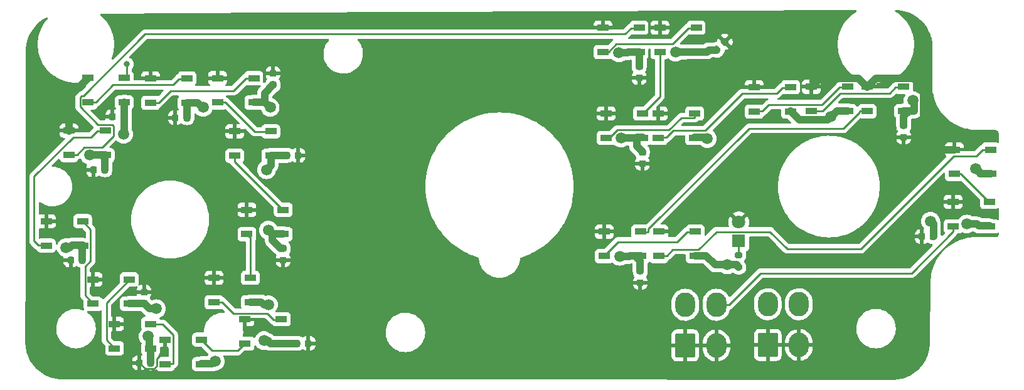
<source format=gbr>
%TF.GenerationSoftware,KiCad,Pcbnew,(6.0.9)*%
%TF.CreationDate,2022-12-26T17:28:56-09:00*%
%TF.ProjectId,PCB_ FCS PANEL,5043422c-2046-4435-9320-50414e454c2e,rev?*%
%TF.SameCoordinates,Original*%
%TF.FileFunction,Copper,L1,Top*%
%TF.FilePolarity,Positive*%
%FSLAX46Y46*%
G04 Gerber Fmt 4.6, Leading zero omitted, Abs format (unit mm)*
G04 Created by KiCad (PCBNEW (6.0.9)) date 2022-12-26 17:28:56*
%MOMM*%
%LPD*%
G01*
G04 APERTURE LIST*
G04 Aperture macros list*
%AMRoundRect*
0 Rectangle with rounded corners*
0 $1 Rounding radius*
0 $2 $3 $4 $5 $6 $7 $8 $9 X,Y pos of 4 corners*
0 Add a 4 corners polygon primitive as box body*
4,1,4,$2,$3,$4,$5,$6,$7,$8,$9,$2,$3,0*
0 Add four circle primitives for the rounded corners*
1,1,$1+$1,$2,$3*
1,1,$1+$1,$4,$5*
1,1,$1+$1,$6,$7*
1,1,$1+$1,$8,$9*
0 Add four rect primitives between the rounded corners*
20,1,$1+$1,$2,$3,$4,$5,0*
20,1,$1+$1,$4,$5,$6,$7,0*
20,1,$1+$1,$6,$7,$8,$9,0*
20,1,$1+$1,$8,$9,$2,$3,0*%
G04 Aperture macros list end*
%TA.AperFunction,SMDPad,CuDef*%
%ADD10R,1.500000X0.900000*%
%TD*%
%TA.AperFunction,SMDPad,CuDef*%
%ADD11RoundRect,0.200000X0.275000X-0.200000X0.275000X0.200000X-0.275000X0.200000X-0.275000X-0.200000X0*%
%TD*%
%TA.AperFunction,SMDPad,CuDef*%
%ADD12RoundRect,0.225000X-0.250000X0.225000X-0.250000X-0.225000X0.250000X-0.225000X0.250000X0.225000X0*%
%TD*%
%TA.AperFunction,SMDPad,CuDef*%
%ADD13RoundRect,0.225000X-0.225000X-0.250000X0.225000X-0.250000X0.225000X0.250000X-0.225000X0.250000X0*%
%TD*%
%TA.AperFunction,SMDPad,CuDef*%
%ADD14RoundRect,0.225000X0.225000X0.250000X-0.225000X0.250000X-0.225000X-0.250000X0.225000X-0.250000X0*%
%TD*%
%TA.AperFunction,SMDPad,CuDef*%
%ADD15RoundRect,0.225000X0.250000X-0.225000X0.250000X0.225000X-0.250000X0.225000X-0.250000X-0.225000X0*%
%TD*%
%TA.AperFunction,SMDPad,CuDef*%
%ADD16RoundRect,0.225000X-0.017678X0.335876X-0.335876X0.017678X0.017678X-0.335876X0.335876X-0.017678X0*%
%TD*%
%TA.AperFunction,ComponentPad*%
%ADD17RoundRect,0.250001X-1.099999X-1.399999X1.099999X-1.399999X1.099999X1.399999X-1.099999X1.399999X0*%
%TD*%
%TA.AperFunction,ComponentPad*%
%ADD18O,2.700000X3.300000*%
%TD*%
%TA.AperFunction,ComponentPad*%
%ADD19R,1.800000X1.800000*%
%TD*%
%TA.AperFunction,ComponentPad*%
%ADD20C,1.800000*%
%TD*%
%TA.AperFunction,ViaPad*%
%ADD21C,1.500000*%
%TD*%
%TA.AperFunction,ViaPad*%
%ADD22C,0.800000*%
%TD*%
%TA.AperFunction,Conductor*%
%ADD23C,0.250000*%
%TD*%
%TA.AperFunction,Conductor*%
%ADD24C,1.000000*%
%TD*%
G04 APERTURE END LIST*
D10*
%TO.P,D1,1,VDD*%
%TO.N,/LED+5V*%
X91834800Y-56160400D03*
%TO.P,D1,2,DOUT*%
%TO.N,Net-(D1-Pad2)*%
X91834800Y-59460400D03*
%TO.P,D1,3,VSS*%
%TO.N,/LEDGND*%
X96734800Y-59460400D03*
%TO.P,D1,4,DIN*%
%TO.N,/DATAIN*%
X96734800Y-56160400D03*
%TD*%
%TO.P,D2,1,VDD*%
%TO.N,/LED+5V*%
X100279000Y-56236400D03*
%TO.P,D2,2,DOUT*%
%TO.N,Net-(D2-Pad2)*%
X100279000Y-59536400D03*
%TO.P,D2,3,VSS*%
%TO.N,/LEDGND*%
X105179000Y-59536400D03*
%TO.P,D2,4,DIN*%
%TO.N,Net-(D1-Pad2)*%
X105179000Y-56236400D03*
%TD*%
%TO.P,D3,1,VDD*%
%TO.N,/LED+5V*%
X109298000Y-56185600D03*
%TO.P,D3,2,DOUT*%
%TO.N,Net-(D3-Pad2)*%
X109298000Y-59485600D03*
%TO.P,D3,3,VSS*%
%TO.N,/LEDGND*%
X114198000Y-59485600D03*
%TO.P,D3,4,DIN*%
%TO.N,Net-(D2-Pad2)*%
X114198000Y-56185600D03*
%TD*%
%TO.P,D4,1,VDD*%
%TO.N,/LED+5V*%
X111596000Y-63374000D03*
%TO.P,D4,2,DOUT*%
%TO.N,Net-(D4-Pad2)*%
X111596000Y-66674000D03*
%TO.P,D4,3,VSS*%
%TO.N,/LEDGND*%
X116496000Y-66674000D03*
%TO.P,D4,4,DIN*%
%TO.N,Net-(D3-Pad2)*%
X116496000Y-63374000D03*
%TD*%
%TO.P,D5,1,VDD*%
%TO.N,/LED+5V*%
X113261000Y-73965600D03*
%TO.P,D5,2,DOUT*%
%TO.N,Net-(D5-Pad2)*%
X113261000Y-77265600D03*
%TO.P,D5,3,VSS*%
%TO.N,/LEDGND*%
X118161000Y-77265600D03*
%TO.P,D5,4,DIN*%
%TO.N,Net-(D4-Pad2)*%
X118161000Y-73965600D03*
%TD*%
%TO.P,D6,1,VDD*%
%TO.N,/LED+5V*%
X108841000Y-83160400D03*
%TO.P,D6,2,DOUT*%
%TO.N,Net-(D6-Pad2)*%
X108841000Y-86460400D03*
%TO.P,D6,3,VSS*%
%TO.N,/LEDGND*%
X113741000Y-86460400D03*
%TO.P,D6,4,DIN*%
%TO.N,Net-(D5-Pad2)*%
X113741000Y-83160400D03*
%TD*%
%TO.P,D7,1,VDD*%
%TO.N,/LED+5V*%
X113007000Y-88748400D03*
%TO.P,D7,2,DOUT*%
%TO.N,Net-(D7-Pad2)*%
X113007000Y-92048400D03*
%TO.P,D7,3,VSS*%
%TO.N,/LEDGND*%
X117907000Y-92048400D03*
%TO.P,D7,4,DIN*%
%TO.N,Net-(D6-Pad2)*%
X117907000Y-88748400D03*
%TD*%
%TO.P,D8,1,VDD*%
%TO.N,/LED+5V*%
X102249000Y-91517200D03*
%TO.P,D8,2,DOUT*%
%TO.N,Net-(D8-Pad2)*%
X102249000Y-94817200D03*
%TO.P,D8,3,VSS*%
%TO.N,/LEDGND*%
X107149000Y-94817200D03*
%TO.P,D8,4,DIN*%
%TO.N,Net-(D7-Pad2)*%
X107149000Y-91517200D03*
%TD*%
%TO.P,D9,1,VDD*%
%TO.N,/LED+5V*%
X95390800Y-89383600D03*
%TO.P,D9,2,DOUT*%
%TO.N,Net-(D10-Pad4)*%
X95390800Y-92683600D03*
%TO.P,D9,3,VSS*%
%TO.N,/LEDGND*%
X100290800Y-92683600D03*
%TO.P,D9,4,DIN*%
%TO.N,Net-(D8-Pad2)*%
X100290800Y-89383600D03*
%TD*%
%TO.P,D10,1,VDD*%
%TO.N,/LED+5V*%
X92506800Y-83363600D03*
%TO.P,D10,2,DOUT*%
%TO.N,Net-(D10-Pad2)*%
X92506800Y-86663600D03*
%TO.P,D10,3,VSS*%
%TO.N,/LEDGND*%
X97406800Y-86663600D03*
%TO.P,D10,4,DIN*%
%TO.N,Net-(D10-Pad4)*%
X97406800Y-83363600D03*
%TD*%
%TO.P,D11,1,VDD*%
%TO.N,/LED+5V*%
X86196000Y-75515200D03*
%TO.P,D11,2,DOUT*%
%TO.N,Net-(D11-Pad2)*%
X86196000Y-78815200D03*
%TO.P,D11,3,VSS*%
%TO.N,/LEDGND*%
X91096000Y-78815200D03*
%TO.P,D11,4,DIN*%
%TO.N,Net-(D10-Pad2)*%
X91096000Y-75515200D03*
%TD*%
%TO.P,D12,1,VDD*%
%TO.N,/LED+5V*%
X89244000Y-63272400D03*
%TO.P,D12,2,DOUT*%
%TO.N,Net-(D12-Pad2)*%
X89244000Y-66572400D03*
%TO.P,D12,3,VSS*%
%TO.N,/LEDGND*%
X94144000Y-66572400D03*
%TO.P,D12,4,DIN*%
%TO.N,Net-(D11-Pad2)*%
X94144000Y-63272400D03*
%TD*%
%TO.P,D13,1,VDD*%
%TO.N,/LED+5V*%
X161290000Y-49378400D03*
%TO.P,D13,2,DOUT*%
%TO.N,Net-(D13-Pad2)*%
X161290000Y-52678400D03*
%TO.P,D13,3,VSS*%
%TO.N,/LEDGND*%
X166190000Y-52678400D03*
%TO.P,D13,4,DIN*%
%TO.N,Net-(D12-Pad2)*%
X166190000Y-49378400D03*
%TD*%
%TO.P,D14,1,VDD*%
%TO.N,/LED+5V*%
X168988000Y-49378800D03*
%TO.P,D14,2,DOUT*%
%TO.N,Net-(D14-Pad2)*%
X168988000Y-52678800D03*
%TO.P,D14,3,VSS*%
%TO.N,/LEDGND*%
X173888000Y-52678800D03*
%TO.P,D14,4,DIN*%
%TO.N,Net-(D13-Pad2)*%
X173888000Y-49378800D03*
%TD*%
%TO.P,D15,1,VDD*%
%TO.N,/LED+5V*%
X161724000Y-60960800D03*
%TO.P,D15,2,DOUT*%
%TO.N,Net-(D15-Pad2)*%
X161724000Y-64260800D03*
%TO.P,D15,3,VSS*%
%TO.N,/LEDGND*%
X166624000Y-64260800D03*
%TO.P,D15,4,DIN*%
%TO.N,Net-(D14-Pad2)*%
X166624000Y-60960800D03*
%TD*%
%TO.P,D16,1,VDD*%
%TO.N,/LED+5V*%
X168785000Y-60961200D03*
%TO.P,D16,2,DOUT*%
%TO.N,Net-(D16-Pad2)*%
X168785000Y-64261200D03*
%TO.P,D16,3,VSS*%
%TO.N,/LEDGND*%
X173685000Y-64261200D03*
%TO.P,D16,4,DIN*%
%TO.N,Net-(D15-Pad2)*%
X173685000Y-60961200D03*
%TD*%
%TO.P,D17,1,VDD*%
%TO.N,/LED+5V*%
X181739000Y-57405200D03*
%TO.P,D17,2,DOUT*%
%TO.N,Net-(D17-Pad2)*%
X181739000Y-60705200D03*
%TO.P,D17,3,VSS*%
%TO.N,/LEDGND*%
X186639000Y-60705200D03*
%TO.P,D17,4,DIN*%
%TO.N,Net-(D16-Pad2)*%
X186639000Y-57405200D03*
%TD*%
%TO.P,D18,1,VDD*%
%TO.N,/LED+5V*%
X189433000Y-57354000D03*
%TO.P,D18,2,DOUT*%
%TO.N,Net-(D18-Pad2)*%
X189433000Y-60654000D03*
%TO.P,D18,3,VSS*%
%TO.N,/LEDGND*%
X194333000Y-60654000D03*
%TO.P,D18,4,DIN*%
%TO.N,Net-(D17-Pad2)*%
X194333000Y-57354000D03*
%TD*%
%TO.P,D19,1,VDD*%
%TO.N,/LED+5V*%
X196979000Y-57354000D03*
%TO.P,D19,2,DOUT*%
%TO.N,Net-(D19-Pad2)*%
X196979000Y-60654000D03*
%TO.P,D19,3,VSS*%
%TO.N,/LEDGND*%
X201879000Y-60654000D03*
%TO.P,D19,4,DIN*%
%TO.N,Net-(D18-Pad2)*%
X201879000Y-57354000D03*
%TD*%
%TO.P,D20,1,VDD*%
%TO.N,/LED+5V*%
X161470000Y-76912400D03*
%TO.P,D20,2,DOUT*%
%TO.N,Net-(D20-Pad2)*%
X161470000Y-80212400D03*
%TO.P,D20,3,VSS*%
%TO.N,/LEDGND*%
X166370000Y-80212400D03*
%TO.P,D20,4,DIN*%
%TO.N,Net-(D19-Pad2)*%
X166370000Y-76912400D03*
%TD*%
%TO.P,D21,1,VDD*%
%TO.N,/LED+5V*%
X168836000Y-76912000D03*
%TO.P,D21,2,DOUT*%
%TO.N,Net-(D21-Pad2)*%
X168836000Y-80212000D03*
%TO.P,D21,3,VSS*%
%TO.N,/LEDGND*%
X173736000Y-80212000D03*
%TO.P,D21,4,DIN*%
%TO.N,Net-(D20-Pad2)*%
X173736000Y-76912000D03*
%TD*%
%TO.P,D22,1,VDD*%
%TO.N,/LED+5V*%
X208714000Y-65837600D03*
%TO.P,D22,2,DOUT*%
%TO.N,Net-(D22-Pad2)*%
X208714000Y-69137600D03*
%TO.P,D22,3,VSS*%
%TO.N,/LEDGND*%
X213614000Y-69137600D03*
%TO.P,D22,4,DIN*%
%TO.N,Net-(D21-Pad2)*%
X213614000Y-65837600D03*
%TD*%
%TO.P,D23,1,VDD*%
%TO.N,/LED+5V*%
X208562000Y-72898800D03*
%TO.P,D23,2,DOUT*%
%TO.N,/DATAOUT*%
X208562000Y-76198800D03*
%TO.P,D23,3,VSS*%
%TO.N,/LEDGND*%
X213462000Y-76198800D03*
%TO.P,D23,4,DIN*%
%TO.N,Net-(D22-Pad2)*%
X213462000Y-72898800D03*
%TD*%
D11*
%TO.P,R1,1*%
%TO.N,/LEDGND*%
X179621000Y-81731700D03*
%TO.P,R1,2*%
%TO.N,Net-(D24-Pad1)*%
X179621000Y-80081700D03*
%TD*%
D12*
%TO.P,C2,1*%
%TO.N,/LED+5V*%
X116789000Y-55547000D03*
%TO.P,C2,2*%
%TO.N,/LEDGND*%
X116789000Y-57097000D03*
%TD*%
D13*
%TO.P,C3,1*%
%TO.N,/LED+5V*%
X95142900Y-61396900D03*
%TO.P,C3,2*%
%TO.N,/LEDGND*%
X96692900Y-61396900D03*
%TD*%
%TO.P,C4,1*%
%TO.N,/LED+5V*%
X92554700Y-68562200D03*
%TO.P,C4,2*%
%TO.N,/LEDGND*%
X94104700Y-68562200D03*
%TD*%
%TO.P,C5,1*%
%TO.N,/LED+5V*%
X98739600Y-94642900D03*
%TO.P,C5,2*%
%TO.N,/LEDGND*%
X100289600Y-94642900D03*
%TD*%
D14*
%TO.P,C6,1*%
%TO.N,/LED+5V*%
X121555000Y-92003900D03*
%TO.P,C6,2*%
%TO.N,/LEDGND*%
X120005000Y-92003900D03*
%TD*%
D15*
%TO.P,C7,1*%
%TO.N,/LED+5V*%
X118148000Y-80741900D03*
%TO.P,C7,2*%
%TO.N,/LEDGND*%
X118148000Y-79191900D03*
%TD*%
D14*
%TO.P,C8,1*%
%TO.N,/LED+5V*%
X120183000Y-66616600D03*
%TO.P,C8,2*%
%TO.N,/LEDGND*%
X118633000Y-66616600D03*
%TD*%
D15*
%TO.P,C9,1*%
%TO.N,/LED+5V*%
X166202000Y-56157100D03*
%TO.P,C9,2*%
%TO.N,/LEDGND*%
X166202000Y-54607100D03*
%TD*%
D16*
%TO.P,C10,1*%
%TO.N,/LED+5V*%
X177759008Y-51274992D03*
%TO.P,C10,2*%
%TO.N,/LEDGND*%
X176662992Y-52371008D03*
%TD*%
D15*
%TO.P,C11,1*%
%TO.N,/LED+5V*%
X166627000Y-67726800D03*
%TO.P,C11,2*%
%TO.N,/LEDGND*%
X166627000Y-66176800D03*
%TD*%
%TO.P,C12,1*%
%TO.N,/LED+5V*%
X201892000Y-64148100D03*
%TO.P,C12,2*%
%TO.N,/LEDGND*%
X201892000Y-62598100D03*
%TD*%
D13*
%TO.P,C13,1*%
%TO.N,/LED+5V*%
X204330000Y-77586800D03*
%TO.P,C13,2*%
%TO.N,/LEDGND*%
X205880000Y-77586800D03*
%TD*%
D12*
%TO.P,C14,1*%
%TO.N,/LED+5V*%
X99382600Y-85069500D03*
%TO.P,C14,2*%
%TO.N,/LEDGND*%
X99382600Y-86619500D03*
%TD*%
D13*
%TO.P,C15,1*%
%TO.N,/LED+5V*%
X89483800Y-80759300D03*
%TO.P,C15,2*%
%TO.N,/LEDGND*%
X91033800Y-80759300D03*
%TD*%
D15*
%TO.P,C16,1*%
%TO.N,/LED+5V*%
X166340000Y-83810200D03*
%TO.P,C16,2*%
%TO.N,/LEDGND*%
X166340000Y-82260200D03*
%TD*%
D13*
%TO.P,C17,1*%
%TO.N,/LED+5V*%
X103611000Y-61529000D03*
%TO.P,C17,2*%
%TO.N,/LEDGND*%
X105161000Y-61529000D03*
%TD*%
D17*
%TO.P,J1,1,Pin_1*%
%TO.N,/LED+5V*%
X183547000Y-92217200D03*
D18*
%TO.P,J1,2,Pin_2*%
X187747000Y-92217200D03*
%TO.P,J1,3,Pin_3*%
%TO.N,/LEDGND*%
X183547000Y-86717200D03*
%TO.P,J1,4,Pin_4*%
%TO.N,/DATAIN*%
X187747000Y-86717200D03*
%TD*%
D17*
%TO.P,J2,1,Pin_1*%
%TO.N,/LED+5V*%
X172424000Y-92288400D03*
D18*
%TO.P,J2,2,Pin_2*%
X176624000Y-92288400D03*
%TO.P,J2,3,Pin_3*%
%TO.N,/LEDGND*%
X172424000Y-86788400D03*
%TO.P,J2,4,Pin_4*%
%TO.N,/DATAOUT*%
X176624000Y-86788400D03*
%TD*%
D19*
%TO.P,D24,1,K*%
%TO.N,Net-(D24-Pad1)*%
X179624000Y-78155800D03*
D20*
%TO.P,D24,2,A*%
%TO.N,/LED+5V*%
X179624000Y-75615800D03*
%TD*%
D21*
%TO.N,/LEDGND*%
X115901400Y-68557400D03*
X175390100Y-64357200D03*
X171091800Y-52663600D03*
X210376800Y-75893000D03*
X163580200Y-80251300D03*
X115554300Y-91632200D03*
X203135700Y-59229100D03*
X99926100Y-91033600D03*
X96623600Y-63755600D03*
X101055600Y-87331800D03*
X88871200Y-79071900D03*
X205502100Y-75518300D03*
X116176200Y-76713900D03*
X192015400Y-61425100D03*
X211640000Y-68414300D03*
X163749800Y-64278100D03*
X163465600Y-52786100D03*
X178072100Y-81413500D03*
X107350200Y-60153800D03*
X108975500Y-94433400D03*
X116399600Y-60153800D03*
X92025100Y-66590300D03*
X116171100Y-86789000D03*
%TO.N,/LED+5V*%
X161736100Y-83830500D03*
D22*
%TO.N,/DATAIN*%
X97085150Y-54316630D03*
%TD*%
D23*
%TO.N,Net-(D1-Pad2)*%
X103278400Y-57111700D02*
X104103700Y-56286400D01*
X92910100Y-59410400D02*
X95208800Y-57111700D01*
X105179000Y-56286400D02*
X104103700Y-56286400D01*
X91834800Y-59410400D02*
X92910100Y-59410400D01*
X95208800Y-57111700D02*
X103278400Y-57111700D01*
%TO.N,Net-(D2-Pad2)*%
X102948200Y-57892500D02*
X111465800Y-57892500D01*
X101354300Y-59486400D02*
X102948200Y-57892500D01*
X100279000Y-59486400D02*
X101354300Y-59486400D01*
X114198000Y-56235600D02*
X113122700Y-56235600D01*
X111465800Y-57892500D02*
X113122700Y-56235600D01*
%TO.N,Net-(D3-Pad2)*%
X110373300Y-59435600D02*
X114361700Y-63424000D01*
X114361700Y-63424000D02*
X116496000Y-63424000D01*
X109298000Y-59435600D02*
X110373300Y-59435600D01*
%TO.N,Net-(D4-Pad2)*%
X111596000Y-67450600D02*
X118161000Y-74015600D01*
X111596000Y-66624000D02*
X111596000Y-67450600D01*
%TO.N,Net-(D5-Pad2)*%
X113741000Y-83210400D02*
X113741000Y-77695600D01*
X113741000Y-77695600D02*
X113261000Y-77215600D01*
%TO.N,Net-(D6-Pad2)*%
X111479000Y-87973100D02*
X116006400Y-87973100D01*
X117907000Y-88798400D02*
X116831700Y-88798400D01*
X108841000Y-86410400D02*
X109916300Y-86410400D01*
X109916300Y-86410400D02*
X111479000Y-87973100D01*
X116006400Y-87973100D02*
X116831700Y-88798400D01*
%TO.N,Net-(D7-Pad2)*%
X113007000Y-91998400D02*
X112000600Y-93004800D01*
X112000600Y-93004800D02*
X108586600Y-93004800D01*
X108586600Y-93004800D02*
X107149000Y-91567200D01*
%TO.N,Net-(D8-Pad2)*%
X102249000Y-94767200D02*
X103324300Y-94767200D01*
X103324300Y-94767200D02*
X103324300Y-90862300D01*
X103324300Y-90862300D02*
X101895600Y-89433600D01*
X101895600Y-89433600D02*
X100290800Y-89433600D01*
%TO.N,Net-(D10-Pad4)*%
X95390800Y-92633600D02*
X94315799Y-91558599D01*
X94315799Y-91558599D02*
X94315799Y-86504601D01*
X94315799Y-86504601D02*
X97406800Y-83413600D01*
%TO.N,Net-(D10-Pad2)*%
X92171001Y-76640201D02*
X91096000Y-75565200D01*
X91431799Y-85538599D02*
X91431799Y-81617795D01*
X92171001Y-80878593D02*
X92171001Y-76640201D01*
X91431799Y-81617795D02*
X92171001Y-80878593D01*
X92506800Y-86613600D02*
X91431799Y-85538599D01*
%TO.N,Net-(D11-Pad2)*%
X84544400Y-69475800D02*
X89872500Y-64147700D01*
X84544400Y-78188900D02*
X84544400Y-69475800D01*
X92243400Y-64147700D02*
X93068700Y-63322400D01*
X94144000Y-63322400D02*
X93068700Y-63322400D01*
X86196000Y-78765200D02*
X85120700Y-78765200D01*
X85120700Y-78765200D02*
X84544400Y-78188900D01*
X89872500Y-64147700D02*
X92243400Y-64147700D01*
%TO.N,Net-(D12-Pad2)*%
X89244000Y-66522400D02*
X90319300Y-66522400D01*
X95251800Y-62680400D02*
X95068400Y-62497000D01*
X91197300Y-58585000D02*
X99528600Y-50253700D01*
X99528600Y-50253700D02*
X164289400Y-50253700D01*
X164289400Y-50253700D02*
X165114700Y-49428400D01*
X93178700Y-62497000D02*
X90759400Y-60077700D01*
X95068400Y-62497000D02*
X93178700Y-62497000D01*
X95251800Y-64001600D02*
X95251800Y-62680400D01*
X93738500Y-65514900D02*
X95251800Y-64001600D01*
X91326800Y-65514900D02*
X93738500Y-65514900D01*
X90319300Y-66522400D02*
X91326800Y-65514900D01*
X90759400Y-60077700D02*
X90759400Y-58775700D01*
X90950100Y-58585000D02*
X91197300Y-58585000D01*
X166190000Y-49428400D02*
X165114700Y-49428400D01*
X90759400Y-58775700D02*
X90950100Y-58585000D01*
%TO.N,Net-(D13-Pad2)*%
X172812700Y-49428800D02*
X173888000Y-49428800D01*
X162032298Y-52628400D02*
X163106298Y-51554400D01*
X161290000Y-52628400D02*
X162032298Y-52628400D01*
X170687100Y-51554400D02*
X172812700Y-49428800D01*
X163106298Y-51554400D02*
X170687100Y-51554400D01*
%TO.N,Net-(D14-Pad2)*%
X166624000Y-61010800D02*
X168988000Y-58646800D01*
X168988000Y-58646800D02*
X168988000Y-52628800D01*
%TO.N,Net-(D15-Pad2)*%
X173685000Y-61519000D02*
X171916090Y-61519000D01*
X171916090Y-61519000D02*
X170231991Y-63203099D01*
X162226098Y-64210800D02*
X161724000Y-64210800D01*
X163233799Y-63203099D02*
X162226098Y-64210800D01*
X170231991Y-63203099D02*
X163233799Y-63203099D01*
X173685000Y-61011200D02*
X173685000Y-61519000D01*
%TO.N,Net-(D16-Pad2)*%
X175126000Y-63281800D02*
X180127300Y-58280500D01*
X180127300Y-58280500D02*
X184738400Y-58280500D01*
X184738400Y-58280500D02*
X185563700Y-57455200D01*
X169860300Y-64211200D02*
X170789700Y-63281800D01*
X170789700Y-63281800D02*
X175126000Y-63281800D01*
X168785000Y-64211200D02*
X169860300Y-64211200D01*
X186639000Y-57455200D02*
X185563700Y-57455200D01*
%TO.N,Net-(D17-Pad2)*%
X194333000Y-57404000D02*
X193257700Y-57404000D01*
X183690900Y-59778600D02*
X182814300Y-60655200D01*
X181739000Y-60655200D02*
X182814300Y-60655200D01*
X190883100Y-59778600D02*
X183690900Y-59778600D01*
X193257700Y-57404000D02*
X190883100Y-59778600D01*
%TO.N,Net-(D18-Pad2)*%
X189433000Y-60604000D02*
X190979700Y-60604000D01*
X190979700Y-60604000D02*
X193354400Y-58229300D01*
X193354400Y-58229300D02*
X199978400Y-58229300D01*
X199978400Y-58229300D02*
X200803700Y-57404000D01*
X201879000Y-57404000D02*
X200803700Y-57404000D01*
%TO.N,Net-(D19-Pad2)*%
X167445300Y-76549800D02*
X167445300Y-76962400D01*
X195903700Y-60810300D02*
X193730100Y-62983900D01*
X193730100Y-62983900D02*
X181011200Y-62983900D01*
X166370000Y-76962400D02*
X167445300Y-76962400D01*
X196979000Y-60604000D02*
X195903700Y-60604000D01*
X181011200Y-62983900D02*
X167445300Y-76549800D01*
X195903700Y-60604000D02*
X195903700Y-60810300D01*
%TO.N,Net-(D20-Pad2)*%
X173736000Y-76962000D02*
X172660700Y-76962000D01*
X161470000Y-80162400D02*
X163344000Y-78288400D01*
X163344000Y-78288400D02*
X171334300Y-78288400D01*
X171334300Y-78288400D02*
X172660700Y-76962000D01*
%TO.N,Net-(D21-Pad2)*%
X174198700Y-79336700D02*
X176604900Y-76930500D01*
X186182000Y-79248000D02*
X196088000Y-79248000D01*
X211365900Y-66712900D02*
X211713400Y-66712900D01*
X170736600Y-79336700D02*
X174198700Y-79336700D01*
X211365610Y-66712610D02*
X211365900Y-66712900D01*
X168836000Y-80162000D02*
X169911300Y-80162000D01*
X183864500Y-76930500D02*
X186182000Y-79248000D01*
X208623390Y-66712610D02*
X211365610Y-66712610D01*
X211713400Y-66712900D02*
X212538700Y-65887600D01*
X196088000Y-79248000D02*
X208623390Y-66712610D01*
X176604900Y-76930500D02*
X183864500Y-76930500D01*
X169911300Y-80162000D02*
X170736600Y-79336700D01*
X212538700Y-65887600D02*
X213614000Y-65887600D01*
%TO.N,Net-(D22-Pad2)*%
X209600800Y-69087600D02*
X213462000Y-72948800D01*
X208714000Y-69087600D02*
X209600800Y-69087600D01*
%TO.N,Net-(D24-Pad1)*%
X179624000Y-78155800D02*
X179624000Y-79381100D01*
X179621000Y-79384100D02*
X179621000Y-80119200D01*
X179624000Y-79381100D02*
X179621000Y-79384100D01*
D24*
%TO.N,/LEDGND*%
X93612300Y-66522400D02*
X93680900Y-66522400D01*
X165644900Y-80162400D02*
X166340000Y-80857500D01*
X116496000Y-66624000D02*
X116496000Y-67962800D01*
X194333000Y-60604000D02*
X192882700Y-60604000D01*
X114198000Y-59435600D02*
X115648300Y-59435600D01*
X119992500Y-92003900D02*
X119992000Y-92003900D01*
X202604200Y-60604000D02*
X201892000Y-61316200D01*
X100082400Y-87331800D02*
X99382600Y-86632000D01*
X211755900Y-75893000D02*
X212011700Y-76148800D01*
X105179000Y-61523500D02*
X105179000Y-59486400D01*
X116171100Y-86789000D02*
X115569900Y-86789000D01*
X165854600Y-64278100D02*
X165854600Y-65391900D01*
X192015400Y-61425100D02*
X192061600Y-61425100D01*
X117811200Y-79179300D02*
X118148000Y-79179300D01*
X116399600Y-60153800D02*
X116366500Y-60153800D01*
X179340300Y-81413500D02*
X179621000Y-81694200D01*
X212163700Y-68938000D02*
X212163700Y-69087600D01*
X116710700Y-78078800D02*
X117811200Y-79179300D01*
X166370000Y-80162400D02*
X165644900Y-80162400D01*
X101055600Y-87331800D02*
X100082400Y-87331800D01*
X119987000Y-91998400D02*
X119992000Y-92003900D01*
X172402900Y-52663600D02*
X172437700Y-52628800D01*
X117907000Y-91998400D02*
X119987000Y-91998400D01*
X166340000Y-80857500D02*
X166340000Y-82247700D01*
X116496000Y-66624000D02*
X117946300Y-66624000D01*
X201892000Y-61316200D02*
X201892000Y-62585600D01*
X107350200Y-60153800D02*
X107296700Y-60153800D01*
X89339000Y-79071900D02*
X89645700Y-78765200D01*
X192015400Y-61425100D02*
X191636100Y-61804400D01*
X92625800Y-66590300D02*
X92693700Y-66522400D01*
X113741000Y-86410400D02*
X115191300Y-86410400D01*
X165644900Y-80162400D02*
X164919700Y-80162400D01*
X203135700Y-59229100D02*
X203329300Y-59422700D01*
X100108500Y-91216000D02*
X100108500Y-92633600D01*
X116710700Y-77215600D02*
X116710700Y-78078800D01*
X163749800Y-64278100D02*
X165854600Y-64278100D01*
X100290800Y-92633600D02*
X100108500Y-92633600D01*
X191636100Y-61804400D02*
X187788200Y-61804400D01*
X163580200Y-80251300D02*
X164830800Y-80251300D01*
X175186300Y-80162000D02*
X176437800Y-81413500D01*
X90610000Y-78765200D02*
X91046300Y-79201500D01*
X118620500Y-66616600D02*
X117953700Y-66616600D01*
X107296700Y-60153800D02*
X106629300Y-59486400D01*
X163465600Y-52786100D02*
X164582000Y-52786100D01*
X173888000Y-52628800D02*
X172437700Y-52628800D01*
X96623600Y-63755600D02*
X96705400Y-63673800D01*
X201879000Y-60604000D02*
X202604200Y-60604000D01*
X96705400Y-61396900D02*
X96734800Y-61367500D01*
X100108500Y-92633600D02*
X100302100Y-92827200D01*
X91046300Y-79201500D02*
X91046300Y-80759300D01*
X213462000Y-76148800D02*
X212011700Y-76148800D01*
X115569900Y-86789000D02*
X115191300Y-86410400D01*
X116090500Y-91632200D02*
X116456700Y-91998400D01*
X166190000Y-52628400D02*
X166190000Y-54582600D01*
X213614000Y-69087600D02*
X212163700Y-69087600D01*
X97406800Y-86613600D02*
X98857100Y-86613600D01*
X107149000Y-94767200D02*
X108599300Y-94767200D01*
X105179000Y-59486400D02*
X106629300Y-59486400D01*
X108975500Y-94433400D02*
X108933100Y-94433400D01*
X171091800Y-52663600D02*
X172402900Y-52663600D01*
X166190000Y-52628400D02*
X164739700Y-52628400D01*
X99382600Y-86632000D02*
X98875500Y-86632000D01*
X93612300Y-66522400D02*
X92693700Y-66522400D01*
X202604200Y-60604000D02*
X203329300Y-60604000D01*
X99926100Y-91033600D02*
X100108500Y-91216000D01*
X175390100Y-64357200D02*
X175281300Y-64357200D01*
X166190000Y-54582600D02*
X166202000Y-54594600D01*
X164830800Y-80251300D02*
X164919700Y-80162400D01*
X165898900Y-64210800D02*
X165854600Y-64255100D01*
X178072100Y-81413500D02*
X179340300Y-81413500D01*
X116366500Y-60153800D02*
X115648300Y-59435600D01*
X118161000Y-77215600D02*
X116710700Y-77215600D01*
X173888000Y-52628800D02*
X175338300Y-52628800D01*
X165854600Y-65391900D02*
X166627000Y-66164300D01*
X192061600Y-61425100D02*
X192882700Y-60604000D01*
X187788200Y-61804400D02*
X186639000Y-60655200D01*
X164582000Y-52786100D02*
X164739700Y-52628400D01*
X165854600Y-64255100D02*
X165854600Y-64278100D01*
X175281300Y-64357200D02*
X175135300Y-64211200D01*
X203329300Y-59422700D02*
X203329300Y-60604000D01*
X166624000Y-64210800D02*
X165898900Y-64210800D01*
X175587300Y-52379800D02*
X175338300Y-52628800D01*
X94117200Y-66958700D02*
X94117200Y-68562200D01*
X205502100Y-75518300D02*
X205892500Y-75908700D01*
X173736000Y-80162000D02*
X175186300Y-80162000D01*
X92025100Y-66590300D02*
X92625800Y-66590300D01*
X210376800Y-75893000D02*
X211755900Y-75893000D01*
X96734800Y-61367500D02*
X96734800Y-59410400D01*
X90552900Y-78765200D02*
X90610000Y-78765200D01*
X116496000Y-67962800D02*
X115901400Y-68557400D01*
X115648300Y-58250200D02*
X115648300Y-59435600D01*
X96705400Y-63673800D02*
X96705400Y-61396900D01*
X91096000Y-78765200D02*
X90610000Y-78765200D01*
X117907000Y-91998400D02*
X116456700Y-91998400D01*
X116209000Y-76713900D02*
X116710700Y-77215600D01*
X115554300Y-91632200D02*
X116090500Y-91632200D01*
X98875500Y-86632000D02*
X98857100Y-86613600D01*
X176437800Y-81413500D02*
X178072100Y-81413500D01*
X108933100Y-94433400D02*
X108599300Y-94767200D01*
X90552900Y-78765200D02*
X89645700Y-78765200D01*
X116176200Y-76713900D02*
X116209000Y-76713900D01*
X211640000Y-68414300D02*
X212163700Y-68938000D01*
X105173500Y-61529000D02*
X105179000Y-61523500D01*
X116789000Y-57109500D02*
X115648300Y-58250200D01*
X88871200Y-79071900D02*
X89339000Y-79071900D01*
X100302100Y-92827200D02*
X100302100Y-94642900D01*
X94144000Y-66522400D02*
X93680900Y-66522400D01*
X117953700Y-66616600D02*
X117946300Y-66624000D01*
X173685000Y-64211200D02*
X175135300Y-64211200D01*
X176654200Y-52379800D02*
X175587300Y-52379800D01*
X205892500Y-75908700D02*
X205892500Y-77586800D01*
X118148000Y-79179300D02*
X118148000Y-79179400D01*
X93680900Y-66522400D02*
X94117200Y-66958700D01*
D23*
%TO.N,/LED+5V*%
X101127110Y-95061884D02*
X100721084Y-95467910D01*
D24*
X195778999Y-56203999D02*
X190633001Y-56203999D01*
D23*
X102249000Y-91567200D02*
X102249000Y-92932198D01*
D24*
X190633001Y-56203999D02*
X189433000Y-57404000D01*
D23*
X102249000Y-92932198D02*
X101127110Y-94054088D01*
X100721084Y-95467910D02*
X99552110Y-95467910D01*
D24*
X204585701Y-63509301D02*
X204585701Y-57600699D01*
X208714000Y-65887600D02*
X206964000Y-65887600D01*
D23*
X101127110Y-94054088D02*
X101127110Y-95061884D01*
D24*
X196979000Y-57404000D02*
X195778999Y-56203999D01*
X89244000Y-58801200D02*
X89244000Y-63322400D01*
D23*
X99552110Y-95467910D02*
X98727100Y-94642900D01*
D24*
X198179001Y-56203999D02*
X196979000Y-57404000D01*
X206964000Y-65887600D02*
X204585701Y-63509301D01*
X91834800Y-56210400D02*
X89244000Y-58801200D01*
X203189001Y-56203999D02*
X198179001Y-56203999D01*
X204585701Y-57600699D02*
X203189001Y-56203999D01*
D23*
%TO.N,/DATAIN*%
X97085150Y-55860050D02*
X96734800Y-56210400D01*
X97085150Y-54316630D02*
X97085150Y-55860050D01*
%TO.N,/DATAOUT*%
X178299300Y-86788400D02*
X176624000Y-86788400D01*
X182568100Y-82519600D02*
X178299300Y-86788400D01*
X202941200Y-82519600D02*
X182568100Y-82519600D01*
X208562000Y-76898800D02*
X202941200Y-82519600D01*
X208562000Y-76148800D02*
X208562000Y-76898800D01*
%TD*%
%TA.AperFunction,Conductor*%
%TO.N,/LED+5V*%
G36*
X195492046Y-47034352D02*
G01*
X195538782Y-47087797D01*
X195549203Y-47158024D01*
X195520003Y-47222738D01*
X195492106Y-47246924D01*
X195225068Y-47417046D01*
X195193794Y-47436970D01*
X195191626Y-47438634D01*
X195191614Y-47438642D01*
X194973161Y-47606268D01*
X194836973Y-47710769D01*
X194834945Y-47712627D01*
X194834937Y-47712634D01*
X194623345Y-47906522D01*
X194505372Y-48014624D01*
X194503521Y-48016644D01*
X194203382Y-48344189D01*
X194203375Y-48344197D01*
X194201517Y-48346225D01*
X194199835Y-48348417D01*
X193929390Y-48700866D01*
X193929382Y-48700878D01*
X193927718Y-48703046D01*
X193686060Y-49082373D01*
X193478383Y-49481318D01*
X193306265Y-49896845D01*
X193237041Y-50116398D01*
X193173094Y-50319213D01*
X193171019Y-50325793D01*
X193170424Y-50328477D01*
X193083809Y-50719172D01*
X193073672Y-50764895D01*
X193073313Y-50767625D01*
X193073311Y-50767634D01*
X193052158Y-50928312D01*
X193014966Y-51210811D01*
X192995348Y-51660146D01*
X193014966Y-52109481D01*
X193038293Y-52286667D01*
X193067380Y-52507602D01*
X193073672Y-52555397D01*
X193074269Y-52558092D01*
X193074270Y-52558095D01*
X193083244Y-52598574D01*
X193171019Y-52994499D01*
X193306265Y-53423447D01*
X193478383Y-53838974D01*
X193686060Y-54237919D01*
X193838709Y-54477530D01*
X193923954Y-54611337D01*
X193927718Y-54617246D01*
X193929382Y-54619414D01*
X193929390Y-54619426D01*
X194129975Y-54880832D01*
X194201517Y-54974067D01*
X194203375Y-54976095D01*
X194203382Y-54976103D01*
X194489663Y-55288525D01*
X194505372Y-55305668D01*
X194507392Y-55307519D01*
X194834937Y-55607658D01*
X194834945Y-55607665D01*
X194836973Y-55609523D01*
X194839165Y-55611205D01*
X195191614Y-55881650D01*
X195191626Y-55881658D01*
X195193794Y-55883322D01*
X195196106Y-55884795D01*
X195196109Y-55884797D01*
X195248309Y-55918052D01*
X195573121Y-56124980D01*
X195896006Y-56293063D01*
X195947193Y-56342258D01*
X195963658Y-56411319D01*
X195940171Y-56478319D01*
X195913390Y-56505651D01*
X195873277Y-56535714D01*
X195860715Y-56548276D01*
X195784214Y-56650351D01*
X195775674Y-56665950D01*
X195774248Y-56669753D01*
X195771827Y-56672975D01*
X195771366Y-56673818D01*
X195771244Y-56673751D01*
X195731606Y-56726517D01*
X195665044Y-56751216D01*
X195595696Y-56736008D01*
X195545578Y-56685721D01*
X195538285Y-56669752D01*
X195536767Y-56665703D01*
X195533615Y-56657295D01*
X195446261Y-56540739D01*
X195329705Y-56453385D01*
X195193316Y-56402255D01*
X195131134Y-56395500D01*
X193534866Y-56395500D01*
X193472684Y-56402255D01*
X193336295Y-56453385D01*
X193219739Y-56540739D01*
X193132385Y-56657295D01*
X193129233Y-56665703D01*
X193129232Y-56665705D01*
X193126507Y-56672975D01*
X193107706Y-56723127D01*
X193102635Y-56736653D01*
X193059994Y-56793418D01*
X193019803Y-56813421D01*
X193004107Y-56817981D01*
X192997284Y-56822016D01*
X192986666Y-56828295D01*
X192968913Y-56836992D01*
X192967393Y-56837594D01*
X192950083Y-56844448D01*
X192929598Y-56859331D01*
X192914312Y-56870437D01*
X192904395Y-56876951D01*
X192866338Y-56899458D01*
X192852017Y-56913779D01*
X192836984Y-56926619D01*
X192820593Y-56938528D01*
X192799263Y-56964312D01*
X192792402Y-56972605D01*
X192784412Y-56981384D01*
X190657600Y-59108195D01*
X190595288Y-59142221D01*
X190568505Y-59145100D01*
X184931997Y-59145100D01*
X184863876Y-59125098D01*
X184817383Y-59071442D01*
X184807279Y-59001168D01*
X184836773Y-58936588D01*
X184897271Y-58899158D01*
X184897198Y-58898974D01*
X184898226Y-58898567D01*
X184898228Y-58898566D01*
X184904563Y-58896058D01*
X184904569Y-58896056D01*
X184938312Y-58882696D01*
X184949542Y-58878851D01*
X184984383Y-58868729D01*
X184984384Y-58868729D01*
X184991993Y-58866518D01*
X184998812Y-58862485D01*
X184998817Y-58862483D01*
X185009428Y-58856207D01*
X185027176Y-58847512D01*
X185046017Y-58840052D01*
X185065952Y-58825569D01*
X185081787Y-58814064D01*
X185091707Y-58807548D01*
X185122935Y-58789080D01*
X185122938Y-58789078D01*
X185129762Y-58785042D01*
X185144083Y-58770721D01*
X185159117Y-58757880D01*
X185169094Y-58750631D01*
X185175507Y-58745972D01*
X185203698Y-58711895D01*
X185211688Y-58703116D01*
X185560707Y-58354097D01*
X185623019Y-58320071D01*
X185694031Y-58325210D01*
X185778684Y-58356945D01*
X185840866Y-58363700D01*
X187437134Y-58363700D01*
X187499316Y-58356945D01*
X187635705Y-58305815D01*
X187752261Y-58218461D01*
X187839615Y-58101905D01*
X187890745Y-57965516D01*
X187897500Y-57903334D01*
X187897500Y-57848669D01*
X188175001Y-57848669D01*
X188175371Y-57855490D01*
X188180895Y-57906352D01*
X188184521Y-57921604D01*
X188229676Y-58042054D01*
X188238214Y-58057649D01*
X188314715Y-58159724D01*
X188327276Y-58172285D01*
X188429351Y-58248786D01*
X188444946Y-58257324D01*
X188565394Y-58302478D01*
X188580649Y-58306105D01*
X188631514Y-58311631D01*
X188638328Y-58312000D01*
X189160885Y-58312000D01*
X189176124Y-58307525D01*
X189177329Y-58306135D01*
X189179000Y-58298452D01*
X189179000Y-58293884D01*
X189687000Y-58293884D01*
X189691475Y-58309123D01*
X189692865Y-58310328D01*
X189700548Y-58311999D01*
X190227669Y-58311999D01*
X190234490Y-58311629D01*
X190285352Y-58306105D01*
X190300604Y-58302479D01*
X190421054Y-58257324D01*
X190436649Y-58248786D01*
X190538724Y-58172285D01*
X190551285Y-58159724D01*
X190627786Y-58057649D01*
X190636324Y-58042054D01*
X190681478Y-57921606D01*
X190685105Y-57906351D01*
X190690631Y-57855486D01*
X190691000Y-57848672D01*
X190691000Y-57626115D01*
X190686525Y-57610876D01*
X190685135Y-57609671D01*
X190677452Y-57608000D01*
X189705115Y-57608000D01*
X189689876Y-57612475D01*
X189688671Y-57613865D01*
X189687000Y-57621548D01*
X189687000Y-58293884D01*
X189179000Y-58293884D01*
X189179000Y-57626115D01*
X189174525Y-57610876D01*
X189173135Y-57609671D01*
X189165452Y-57608000D01*
X188193116Y-57608000D01*
X188177877Y-57612475D01*
X188176672Y-57613865D01*
X188175001Y-57621548D01*
X188175001Y-57848669D01*
X187897500Y-57848669D01*
X187897500Y-57081885D01*
X188175000Y-57081885D01*
X188179475Y-57097124D01*
X188180865Y-57098329D01*
X188188548Y-57100000D01*
X189160885Y-57100000D01*
X189176124Y-57095525D01*
X189177329Y-57094135D01*
X189179000Y-57086452D01*
X189179000Y-57081885D01*
X189687000Y-57081885D01*
X189691475Y-57097124D01*
X189692865Y-57098329D01*
X189700548Y-57100000D01*
X190672884Y-57100000D01*
X190688123Y-57095525D01*
X190689328Y-57094135D01*
X190690999Y-57086452D01*
X190690999Y-56859331D01*
X190690629Y-56852510D01*
X190685105Y-56801648D01*
X190681479Y-56786396D01*
X190636324Y-56665946D01*
X190627786Y-56650351D01*
X190551285Y-56548276D01*
X190538724Y-56535715D01*
X190436649Y-56459214D01*
X190421054Y-56450676D01*
X190300606Y-56405522D01*
X190285351Y-56401895D01*
X190234486Y-56396369D01*
X190227672Y-56396000D01*
X189705115Y-56396000D01*
X189689876Y-56400475D01*
X189688671Y-56401865D01*
X189687000Y-56409548D01*
X189687000Y-57081885D01*
X189179000Y-57081885D01*
X189179000Y-56414116D01*
X189174525Y-56398877D01*
X189173135Y-56397672D01*
X189165452Y-56396001D01*
X188638331Y-56396001D01*
X188631510Y-56396371D01*
X188580648Y-56401895D01*
X188565396Y-56405521D01*
X188444946Y-56450676D01*
X188429351Y-56459214D01*
X188327276Y-56535715D01*
X188314715Y-56548276D01*
X188238214Y-56650351D01*
X188229676Y-56665946D01*
X188184522Y-56786394D01*
X188180895Y-56801649D01*
X188175369Y-56852514D01*
X188175000Y-56859328D01*
X188175000Y-57081885D01*
X187897500Y-57081885D01*
X187897500Y-56907066D01*
X187890745Y-56844884D01*
X187839615Y-56708495D01*
X187752261Y-56591939D01*
X187635705Y-56504585D01*
X187499316Y-56453455D01*
X187437134Y-56446700D01*
X185840866Y-56446700D01*
X185778684Y-56453455D01*
X185642295Y-56504585D01*
X185525739Y-56591939D01*
X185438385Y-56708495D01*
X185435233Y-56716903D01*
X185408634Y-56787854D01*
X185365992Y-56844619D01*
X185325807Y-56864620D01*
X185317720Y-56866970D01*
X185310106Y-56869182D01*
X185303287Y-56873215D01*
X185303282Y-56873217D01*
X185292671Y-56879493D01*
X185274921Y-56888190D01*
X185256083Y-56895648D01*
X185249667Y-56900309D01*
X185249666Y-56900310D01*
X185220325Y-56921628D01*
X185210401Y-56928147D01*
X185179160Y-56946622D01*
X185179155Y-56946626D01*
X185172337Y-56950658D01*
X185158013Y-56964982D01*
X185142981Y-56977821D01*
X185126593Y-56989728D01*
X185098412Y-57023793D01*
X185090422Y-57032573D01*
X184512900Y-57610095D01*
X184450588Y-57644121D01*
X184423805Y-57647000D01*
X180206067Y-57647000D01*
X180194884Y-57646473D01*
X180187391Y-57644798D01*
X180179465Y-57645047D01*
X180179464Y-57645047D01*
X180119314Y-57646938D01*
X180115355Y-57647000D01*
X180087444Y-57647000D01*
X180083510Y-57647497D01*
X180083509Y-57647497D01*
X180083444Y-57647505D01*
X180071607Y-57648438D01*
X180039790Y-57649438D01*
X180035329Y-57649578D01*
X180027410Y-57649827D01*
X180009754Y-57654956D01*
X180007958Y-57655478D01*
X179988606Y-57659486D01*
X179981535Y-57660380D01*
X179968503Y-57662026D01*
X179961134Y-57664943D01*
X179961132Y-57664944D01*
X179927397Y-57678300D01*
X179916169Y-57682145D01*
X179873707Y-57694482D01*
X179866885Y-57698516D01*
X179866879Y-57698519D01*
X179856268Y-57704794D01*
X179838518Y-57713490D01*
X179827056Y-57718028D01*
X179827051Y-57718031D01*
X179819683Y-57720948D01*
X179813268Y-57725609D01*
X179783925Y-57746927D01*
X179774007Y-57753443D01*
X179755319Y-57764495D01*
X179735937Y-57775958D01*
X179721613Y-57790282D01*
X179706581Y-57803121D01*
X179690193Y-57815028D01*
X179664917Y-57845581D01*
X179662012Y-57849093D01*
X179654022Y-57857873D01*
X174900500Y-62611395D01*
X174838188Y-62645421D01*
X174811405Y-62648300D01*
X171986884Y-62648300D01*
X171918763Y-62628298D01*
X171872270Y-62574642D01*
X171862166Y-62504368D01*
X171891660Y-62439788D01*
X171897789Y-62433205D01*
X172141589Y-62189405D01*
X172203901Y-62155379D01*
X172230684Y-62152500D01*
X173613207Y-62152500D01*
X173636816Y-62154732D01*
X173637119Y-62154790D01*
X173637123Y-62154790D01*
X173644906Y-62156275D01*
X173700951Y-62152749D01*
X173708862Y-62152500D01*
X173724856Y-62152500D01*
X173740730Y-62150494D01*
X173748590Y-62149752D01*
X173776049Y-62148024D01*
X173796737Y-62146723D01*
X173796738Y-62146723D01*
X173804650Y-62146225D01*
X173812191Y-62143775D01*
X173812487Y-62143679D01*
X173835631Y-62138506D01*
X173835935Y-62138468D01*
X173835940Y-62138467D01*
X173843797Y-62137474D01*
X173851162Y-62134558D01*
X173851166Y-62134557D01*
X173896011Y-62116801D01*
X173903430Y-62114129D01*
X173956875Y-62096764D01*
X173963572Y-62092514D01*
X173963831Y-62092350D01*
X173984958Y-62081585D01*
X173985246Y-62081471D01*
X173985251Y-62081468D01*
X173992617Y-62078552D01*
X173999025Y-62073896D01*
X173999031Y-62073893D01*
X174038052Y-62045542D01*
X174044589Y-62041099D01*
X174092018Y-62011000D01*
X174097659Y-62004993D01*
X174115446Y-61989312D01*
X174115691Y-61989134D01*
X174115693Y-61989132D01*
X174122107Y-61984472D01*
X174137900Y-61965382D01*
X174196731Y-61925646D01*
X174234982Y-61919700D01*
X174483134Y-61919700D01*
X174545316Y-61912945D01*
X174681705Y-61861815D01*
X174798261Y-61774461D01*
X174885615Y-61657905D01*
X174936745Y-61521516D01*
X174943500Y-61459334D01*
X174943500Y-60463066D01*
X174936745Y-60400884D01*
X174885615Y-60264495D01*
X174798261Y-60147939D01*
X174681705Y-60060585D01*
X174545316Y-60009455D01*
X174483134Y-60002700D01*
X172886866Y-60002700D01*
X172824684Y-60009455D01*
X172688295Y-60060585D01*
X172571739Y-60147939D01*
X172484385Y-60264495D01*
X172433255Y-60400884D01*
X172426500Y-60463066D01*
X172426500Y-60759500D01*
X172406498Y-60827621D01*
X172352842Y-60874114D01*
X172300500Y-60885500D01*
X171994858Y-60885500D01*
X171983675Y-60884973D01*
X171976182Y-60883298D01*
X171968256Y-60883547D01*
X171968255Y-60883547D01*
X171908092Y-60885438D01*
X171904134Y-60885500D01*
X171876234Y-60885500D01*
X171872244Y-60886004D01*
X171860410Y-60886936D01*
X171816201Y-60888326D01*
X171808585Y-60890539D01*
X171808583Y-60890539D01*
X171796742Y-60893979D01*
X171777383Y-60897988D01*
X171776073Y-60898154D01*
X171757293Y-60900526D01*
X171749927Y-60903442D01*
X171749921Y-60903444D01*
X171716188Y-60916800D01*
X171704958Y-60920645D01*
X171670107Y-60930770D01*
X171662497Y-60932981D01*
X171655674Y-60937016D01*
X171645056Y-60943295D01*
X171627303Y-60951992D01*
X171619658Y-60955019D01*
X171608473Y-60959448D01*
X171602058Y-60964109D01*
X171572702Y-60985437D01*
X171562785Y-60991951D01*
X171524728Y-61014458D01*
X171510407Y-61028779D01*
X171495374Y-61041619D01*
X171478983Y-61053528D01*
X171473932Y-61059634D01*
X171450792Y-61087605D01*
X171442802Y-61096384D01*
X170006491Y-62532694D01*
X169944179Y-62566720D01*
X169917396Y-62569599D01*
X163312562Y-62569599D01*
X163301378Y-62569072D01*
X163293890Y-62567398D01*
X163285967Y-62567647D01*
X163225832Y-62569537D01*
X163221874Y-62569599D01*
X163193943Y-62569599D01*
X163190028Y-62570094D01*
X163190024Y-62570094D01*
X163189966Y-62570102D01*
X163189937Y-62570105D01*
X163178095Y-62571038D01*
X163133909Y-62572426D01*
X163116543Y-62577471D01*
X163114457Y-62578077D01*
X163095105Y-62582085D01*
X163082867Y-62583631D01*
X163082865Y-62583632D01*
X163075002Y-62584625D01*
X163033885Y-62600905D01*
X163022684Y-62604740D01*
X162980205Y-62617081D01*
X162973386Y-62621114D01*
X162973381Y-62621116D01*
X162962770Y-62627392D01*
X162945020Y-62636089D01*
X162926182Y-62643547D01*
X162919766Y-62648208D01*
X162919765Y-62648209D01*
X162890424Y-62669527D01*
X162880500Y-62676046D01*
X162849259Y-62694521D01*
X162849254Y-62694525D01*
X162842436Y-62698557D01*
X162828112Y-62712881D01*
X162813080Y-62725720D01*
X162796692Y-62737627D01*
X162773638Y-62765495D01*
X162768511Y-62771692D01*
X162760521Y-62780472D01*
X162275598Y-63265395D01*
X162213286Y-63299421D01*
X162186503Y-63302300D01*
X160925866Y-63302300D01*
X160863684Y-63309055D01*
X160727295Y-63360185D01*
X160610739Y-63447539D01*
X160523385Y-63564095D01*
X160472255Y-63700484D01*
X160465500Y-63762666D01*
X160465500Y-64758934D01*
X160472255Y-64821116D01*
X160523385Y-64957505D01*
X160610739Y-65074061D01*
X160727295Y-65161415D01*
X160863684Y-65212545D01*
X160925866Y-65219300D01*
X162522134Y-65219300D01*
X162584316Y-65212545D01*
X162720705Y-65161415D01*
X162724636Y-65158469D01*
X162791994Y-65143736D01*
X162858542Y-65168471D01*
X162872243Y-65180330D01*
X162937762Y-65245849D01*
X162942271Y-65249006D01*
X162942273Y-65249008D01*
X163009065Y-65295776D01*
X163118146Y-65372156D01*
X163317724Y-65465220D01*
X163530429Y-65522215D01*
X163749800Y-65541407D01*
X163969171Y-65522215D01*
X164181876Y-65465220D01*
X164381454Y-65372156D01*
X164471097Y-65309387D01*
X164543368Y-65286600D01*
X164717534Y-65286600D01*
X164785655Y-65306602D01*
X164832148Y-65360258D01*
X164843055Y-65401621D01*
X164845650Y-65431290D01*
X164845979Y-65436114D01*
X164846100Y-65438586D01*
X164846100Y-65441669D01*
X164847040Y-65451256D01*
X164850290Y-65484406D01*
X164850412Y-65485719D01*
X164852076Y-65504732D01*
X164858513Y-65578313D01*
X164860000Y-65583432D01*
X164860520Y-65588733D01*
X164887391Y-65677734D01*
X164887726Y-65678867D01*
X164909485Y-65753758D01*
X164913691Y-65768236D01*
X164916144Y-65772968D01*
X164917684Y-65778069D01*
X164920578Y-65783512D01*
X164961331Y-65860160D01*
X164961943Y-65861326D01*
X164973750Y-65884103D01*
X165004708Y-65943826D01*
X165008031Y-65947989D01*
X165010534Y-65952696D01*
X165069355Y-66024818D01*
X165070046Y-66025674D01*
X165101338Y-66064873D01*
X165103842Y-66067377D01*
X165104484Y-66068095D01*
X165108185Y-66072428D01*
X165135535Y-66105962D01*
X165140282Y-66109889D01*
X165140284Y-66109891D01*
X165170862Y-66135187D01*
X165179642Y-66143177D01*
X165665549Y-66629084D01*
X165695977Y-66678302D01*
X165705924Y-66708115D01*
X165708244Y-66715068D01*
X165798248Y-66860513D01*
X165803430Y-66865686D01*
X165807977Y-66871423D01*
X165806170Y-66872855D01*
X165834902Y-66925375D01*
X165829892Y-66996195D01*
X165806501Y-67032653D01*
X165807552Y-67033483D01*
X165794002Y-67050640D01*
X165711996Y-67183680D01*
X165705849Y-67196861D01*
X165656509Y-67345614D01*
X165653642Y-67358990D01*
X165644328Y-67449897D01*
X165644071Y-67454926D01*
X165648475Y-67469924D01*
X165649865Y-67471129D01*
X165657548Y-67472800D01*
X167591885Y-67472800D01*
X167607124Y-67468325D01*
X167608329Y-67466935D01*
X167610000Y-67459252D01*
X167610000Y-67456362D01*
X167609663Y-67449847D01*
X167600106Y-67357743D01*
X167597212Y-67344344D01*
X167547619Y-67195693D01*
X167541445Y-67182514D01*
X167459212Y-67049627D01*
X167445629Y-67032489D01*
X167447559Y-67030959D01*
X167419097Y-66978920D01*
X167424113Y-66908101D01*
X167447799Y-66871183D01*
X167446843Y-66870428D01*
X167451381Y-66864682D01*
X167456552Y-66859502D01*
X167500698Y-66787884D01*
X167542462Y-66720131D01*
X167542463Y-66720129D01*
X167546302Y-66713901D01*
X167600149Y-66551557D01*
X167610500Y-66450532D01*
X167610500Y-66417824D01*
X167616265Y-66380147D01*
X167617122Y-66377412D01*
X167618965Y-66371532D01*
X167619631Y-66365405D01*
X167639660Y-66181037D01*
X167639660Y-66181033D01*
X167640325Y-66174912D01*
X167623087Y-65977887D01*
X167615503Y-65951782D01*
X167610500Y-65916630D01*
X167610500Y-65903068D01*
X167609571Y-65894109D01*
X167604169Y-65842051D01*
X167599887Y-65800781D01*
X167573977Y-65723121D01*
X167548073Y-65645476D01*
X167548072Y-65645474D01*
X167545756Y-65638532D01*
X167534694Y-65620655D01*
X167459606Y-65499315D01*
X167455752Y-65493087D01*
X167413848Y-65451256D01*
X167391432Y-65428879D01*
X167357353Y-65366597D01*
X167362356Y-65295776D01*
X167404853Y-65238904D01*
X167466844Y-65214443D01*
X167476459Y-65213399D01*
X167476463Y-65213398D01*
X167484316Y-65212545D01*
X167620705Y-65161415D01*
X167628669Y-65155446D01*
X167629572Y-65155109D01*
X167635760Y-65151721D01*
X167636249Y-65152614D01*
X167695174Y-65130599D01*
X167764556Y-65145652D01*
X167779796Y-65155445D01*
X167788295Y-65161815D01*
X167924684Y-65212945D01*
X167986866Y-65219700D01*
X169583134Y-65219700D01*
X169645316Y-65212945D01*
X169781705Y-65161815D01*
X169898261Y-65074461D01*
X169985615Y-64957905D01*
X170015366Y-64878545D01*
X170058008Y-64821781D01*
X170098195Y-64801779D01*
X170113893Y-64797218D01*
X170120712Y-64793185D01*
X170120717Y-64793183D01*
X170131328Y-64786907D01*
X170149076Y-64778212D01*
X170167917Y-64770752D01*
X170203687Y-64744764D01*
X170213607Y-64738248D01*
X170244835Y-64719780D01*
X170244838Y-64719778D01*
X170251662Y-64715742D01*
X170265983Y-64701421D01*
X170281017Y-64688580D01*
X170290994Y-64681331D01*
X170297407Y-64676672D01*
X170302458Y-64670567D01*
X170302463Y-64670562D01*
X170325599Y-64642596D01*
X170333587Y-64633818D01*
X171015200Y-63952205D01*
X171077512Y-63918179D01*
X171104295Y-63915300D01*
X172300500Y-63915300D01*
X172368621Y-63935302D01*
X172415114Y-63988958D01*
X172426500Y-64041300D01*
X172426500Y-64759334D01*
X172433255Y-64821516D01*
X172484385Y-64957905D01*
X172571739Y-65074461D01*
X172688295Y-65161815D01*
X172824684Y-65212945D01*
X172886866Y-65219700D01*
X174420623Y-65219700D01*
X174488744Y-65239702D01*
X174509718Y-65256605D01*
X174578062Y-65324949D01*
X174582571Y-65328106D01*
X174582573Y-65328108D01*
X174648801Y-65374481D01*
X174758446Y-65451256D01*
X174958024Y-65544320D01*
X175170729Y-65601315D01*
X175390100Y-65620507D01*
X175609471Y-65601315D01*
X175822176Y-65544320D01*
X176021754Y-65451256D01*
X176131399Y-65374481D01*
X176197627Y-65328108D01*
X176197629Y-65328106D01*
X176202138Y-65324949D01*
X176357849Y-65169238D01*
X176361121Y-65164566D01*
X176480999Y-64993362D01*
X176481000Y-64993360D01*
X176484156Y-64988853D01*
X176486479Y-64983871D01*
X176486482Y-64983866D01*
X176535289Y-64879198D01*
X176577220Y-64789276D01*
X176634215Y-64576571D01*
X176653407Y-64357200D01*
X176634215Y-64137829D01*
X176577220Y-63925124D01*
X176530416Y-63824752D01*
X176486482Y-63730534D01*
X176486479Y-63730529D01*
X176484156Y-63725547D01*
X176480879Y-63720867D01*
X176361008Y-63549673D01*
X176361006Y-63549670D01*
X176357849Y-63545162D01*
X176202138Y-63389451D01*
X176197633Y-63386297D01*
X176197630Y-63386294D01*
X176183982Y-63376738D01*
X176155817Y-63357016D01*
X176111490Y-63301562D01*
X176104181Y-63230943D01*
X176138994Y-63164710D01*
X180352799Y-58950905D01*
X180415111Y-58916879D01*
X180441894Y-58914000D01*
X183497303Y-58914000D01*
X183565424Y-58934002D01*
X183611917Y-58987658D01*
X183622021Y-59057932D01*
X183592527Y-59122512D01*
X183532029Y-59159942D01*
X183532102Y-59160126D01*
X183531074Y-59160533D01*
X183531072Y-59160534D01*
X183524737Y-59163042D01*
X183524731Y-59163044D01*
X183490998Y-59176400D01*
X183479768Y-59180245D01*
X183446370Y-59189948D01*
X183437307Y-59192581D01*
X183430484Y-59196616D01*
X183419866Y-59202895D01*
X183402113Y-59211592D01*
X183394468Y-59214619D01*
X183383283Y-59219048D01*
X183376868Y-59223709D01*
X183347512Y-59245037D01*
X183337595Y-59251551D01*
X183299538Y-59274058D01*
X183285217Y-59288379D01*
X183270184Y-59301219D01*
X183253793Y-59313128D01*
X183248742Y-59319233D01*
X183248737Y-59319238D01*
X183225606Y-59347198D01*
X183217618Y-59355976D01*
X182817292Y-59756302D01*
X182754980Y-59790328D01*
X182683968Y-59785189D01*
X182606718Y-59756229D01*
X182606712Y-59756227D01*
X182599316Y-59753455D01*
X182537134Y-59746700D01*
X180940866Y-59746700D01*
X180878684Y-59753455D01*
X180742295Y-59804585D01*
X180625739Y-59891939D01*
X180538385Y-60008495D01*
X180487255Y-60144884D01*
X180480500Y-60207066D01*
X180480500Y-61203334D01*
X180487255Y-61265516D01*
X180538385Y-61401905D01*
X180625739Y-61518461D01*
X180742295Y-61605815D01*
X180878684Y-61656945D01*
X180940866Y-61663700D01*
X182537134Y-61663700D01*
X182599316Y-61656945D01*
X182735705Y-61605815D01*
X182852261Y-61518461D01*
X182939615Y-61401905D01*
X182969366Y-61322545D01*
X183012008Y-61265781D01*
X183052195Y-61245779D01*
X183067893Y-61241218D01*
X183074712Y-61237185D01*
X183074717Y-61237183D01*
X183085328Y-61230907D01*
X183103076Y-61222212D01*
X183121917Y-61214752D01*
X183157687Y-61188764D01*
X183167607Y-61182248D01*
X183198835Y-61163780D01*
X183198838Y-61163778D01*
X183205662Y-61159742D01*
X183219983Y-61145421D01*
X183235017Y-61132580D01*
X183244994Y-61125331D01*
X183251407Y-61120672D01*
X183279598Y-61086595D01*
X183287588Y-61077816D01*
X183916399Y-60449005D01*
X183978711Y-60414979D01*
X184005494Y-60412100D01*
X185254500Y-60412100D01*
X185322621Y-60432102D01*
X185369114Y-60485758D01*
X185380500Y-60538098D01*
X185380500Y-61203334D01*
X185387255Y-61265516D01*
X185438385Y-61401905D01*
X185525739Y-61518461D01*
X185642295Y-61605815D01*
X185778684Y-61656945D01*
X185840866Y-61663700D01*
X186169074Y-61663700D01*
X186237195Y-61683702D01*
X186258169Y-61700604D01*
X186562787Y-62005221D01*
X186692870Y-62135304D01*
X186726895Y-62197617D01*
X186721831Y-62268432D01*
X186679284Y-62325268D01*
X186612764Y-62350079D01*
X186603775Y-62350400D01*
X181089968Y-62350400D01*
X181078785Y-62349873D01*
X181071292Y-62348198D01*
X181063366Y-62348447D01*
X181063365Y-62348447D01*
X181003202Y-62350338D01*
X180999244Y-62350400D01*
X180971344Y-62350400D01*
X180967354Y-62350904D01*
X180955520Y-62351836D01*
X180911311Y-62353226D01*
X180903697Y-62355438D01*
X180903692Y-62355439D01*
X180891859Y-62358877D01*
X180872496Y-62362888D01*
X180852403Y-62365426D01*
X180845036Y-62368343D01*
X180845031Y-62368344D01*
X180811292Y-62381702D01*
X180800065Y-62385546D01*
X180757607Y-62397882D01*
X180750781Y-62401919D01*
X180740172Y-62408193D01*
X180722424Y-62416888D01*
X180703583Y-62424348D01*
X180697167Y-62429010D01*
X180697166Y-62429010D01*
X180667813Y-62450336D01*
X180657893Y-62456852D01*
X180626665Y-62475320D01*
X180626662Y-62475322D01*
X180619838Y-62479358D01*
X180605517Y-62493679D01*
X180590484Y-62506519D01*
X180574093Y-62518428D01*
X180549532Y-62548117D01*
X180545902Y-62552505D01*
X180537912Y-62561284D01*
X167182200Y-75916995D01*
X167119888Y-75951021D01*
X167093105Y-75953900D01*
X165571866Y-75953900D01*
X165509684Y-75960655D01*
X165373295Y-76011785D01*
X165256739Y-76099139D01*
X165169385Y-76215695D01*
X165118255Y-76352084D01*
X165111500Y-76414266D01*
X165111500Y-77410534D01*
X165118255Y-77472716D01*
X165121029Y-77480115D01*
X165121030Y-77480120D01*
X165122737Y-77484674D01*
X165127918Y-77555481D01*
X165093996Y-77617849D01*
X165031739Y-77651976D01*
X165004754Y-77654900D01*
X163422767Y-77654900D01*
X163411584Y-77654373D01*
X163404091Y-77652698D01*
X163396165Y-77652947D01*
X163396164Y-77652947D01*
X163336014Y-77654838D01*
X163332055Y-77654900D01*
X163304144Y-77654900D01*
X163300210Y-77655397D01*
X163300209Y-77655397D01*
X163300144Y-77655405D01*
X163288307Y-77656338D01*
X163256490Y-77657338D01*
X163252029Y-77657478D01*
X163244110Y-77657727D01*
X163230899Y-77661565D01*
X163224658Y-77663378D01*
X163205306Y-77667386D01*
X163198722Y-77668218D01*
X163185203Y-77669926D01*
X163177834Y-77672843D01*
X163177832Y-77672844D01*
X163144097Y-77686200D01*
X163132869Y-77690045D01*
X163090407Y-77702382D01*
X163083585Y-77706416D01*
X163083579Y-77706419D01*
X163072968Y-77712694D01*
X163055218Y-77721390D01*
X163043756Y-77725928D01*
X163043751Y-77725931D01*
X163036383Y-77728848D01*
X163018970Y-77741499D01*
X163000625Y-77754827D01*
X162990707Y-77761343D01*
X162975150Y-77770544D01*
X162952637Y-77783858D01*
X162938313Y-77798182D01*
X162923281Y-77811021D01*
X162906893Y-77822928D01*
X162885264Y-77849073D01*
X162878712Y-77856993D01*
X162870722Y-77865773D01*
X161519500Y-79216995D01*
X161457188Y-79251021D01*
X161430405Y-79253900D01*
X160671866Y-79253900D01*
X160609684Y-79260655D01*
X160473295Y-79311785D01*
X160356739Y-79399139D01*
X160269385Y-79515695D01*
X160218255Y-79652084D01*
X160211500Y-79714266D01*
X160211500Y-80710534D01*
X160218255Y-80772716D01*
X160269385Y-80909105D01*
X160356739Y-81025661D01*
X160473295Y-81113015D01*
X160609684Y-81164145D01*
X160671866Y-81170900D01*
X162268134Y-81170900D01*
X162330316Y-81164145D01*
X162466705Y-81113015D01*
X162490996Y-81094810D01*
X162557503Y-81069963D01*
X162626885Y-81085016D01*
X162655655Y-81106542D01*
X162768162Y-81219049D01*
X162772671Y-81222206D01*
X162772673Y-81222208D01*
X162833249Y-81264624D01*
X162948546Y-81345356D01*
X163148124Y-81438420D01*
X163360829Y-81495415D01*
X163580200Y-81514607D01*
X163799571Y-81495415D01*
X164012276Y-81438420D01*
X164211854Y-81345356D01*
X164301497Y-81282587D01*
X164373768Y-81259800D01*
X164768957Y-81259800D01*
X164782564Y-81260537D01*
X164814062Y-81263959D01*
X164814067Y-81263959D01*
X164820188Y-81264624D01*
X164846438Y-81262327D01*
X164870188Y-81260250D01*
X164875014Y-81259921D01*
X164877486Y-81259800D01*
X164880569Y-81259800D01*
X164892538Y-81258626D01*
X164923306Y-81255610D01*
X164924619Y-81255488D01*
X164968884Y-81251615D01*
X165017213Y-81247387D01*
X165022332Y-81245900D01*
X165027633Y-81245380D01*
X165116629Y-81218511D01*
X165117768Y-81218174D01*
X165167611Y-81203693D01*
X165238607Y-81203896D01*
X165291843Y-81235578D01*
X165294579Y-81238313D01*
X165328616Y-81300619D01*
X165331500Y-81327425D01*
X165331500Y-82297469D01*
X165331800Y-82300525D01*
X165331800Y-82300532D01*
X165332530Y-82307973D01*
X165345920Y-82444533D01*
X165347701Y-82450432D01*
X165347702Y-82450437D01*
X165351122Y-82461763D01*
X165356500Y-82498181D01*
X165356500Y-82533932D01*
X165367113Y-82636219D01*
X165375803Y-82662266D01*
X165418537Y-82790353D01*
X165421244Y-82798468D01*
X165425096Y-82804692D01*
X165425096Y-82804693D01*
X165484405Y-82900535D01*
X165511248Y-82943913D01*
X165516430Y-82949086D01*
X165520977Y-82954823D01*
X165519170Y-82956255D01*
X165547902Y-83008775D01*
X165542892Y-83079595D01*
X165519501Y-83116053D01*
X165520552Y-83116883D01*
X165507002Y-83134040D01*
X165424996Y-83267080D01*
X165418849Y-83280261D01*
X165369509Y-83429014D01*
X165366642Y-83442390D01*
X165357328Y-83533297D01*
X165357071Y-83538326D01*
X165361475Y-83553324D01*
X165362865Y-83554529D01*
X165370548Y-83556200D01*
X167304885Y-83556200D01*
X167320124Y-83551725D01*
X167321329Y-83550335D01*
X167323000Y-83542652D01*
X167323000Y-83539762D01*
X167322663Y-83533247D01*
X167313106Y-83441143D01*
X167310212Y-83427744D01*
X167260619Y-83279093D01*
X167254445Y-83265914D01*
X167172212Y-83133027D01*
X167158629Y-83115889D01*
X167160559Y-83114359D01*
X167132097Y-83062320D01*
X167137113Y-82991501D01*
X167160799Y-82954583D01*
X167159843Y-82953828D01*
X167164381Y-82948082D01*
X167169552Y-82942902D01*
X167194811Y-82901925D01*
X167255462Y-82803531D01*
X167255463Y-82803529D01*
X167259302Y-82797301D01*
X167313149Y-82634957D01*
X167323500Y-82533932D01*
X167323500Y-82502283D01*
X167328441Y-82470367D01*
X167328091Y-82470293D01*
X167329372Y-82464266D01*
X167331235Y-82458394D01*
X167332762Y-82444787D01*
X167342909Y-82354319D01*
X167348500Y-82304473D01*
X167348500Y-81189686D01*
X167368502Y-81121565D01*
X167398935Y-81088860D01*
X167476080Y-81031043D01*
X167476081Y-81031042D01*
X167483261Y-81025661D01*
X167502324Y-81000225D01*
X167559182Y-80957710D01*
X167630001Y-80952684D01*
X167692294Y-80986744D01*
X167703972Y-81000220D01*
X167722739Y-81025261D01*
X167839295Y-81112615D01*
X167975684Y-81163745D01*
X168037866Y-81170500D01*
X169634134Y-81170500D01*
X169696316Y-81163745D01*
X169832705Y-81112615D01*
X169949261Y-81025261D01*
X170036615Y-80908705D01*
X170066366Y-80829345D01*
X170109008Y-80772581D01*
X170149195Y-80752579D01*
X170164893Y-80748018D01*
X170171712Y-80743985D01*
X170171717Y-80743983D01*
X170182328Y-80737707D01*
X170200076Y-80729012D01*
X170218917Y-80721552D01*
X170238786Y-80707117D01*
X170254687Y-80695564D01*
X170264607Y-80689048D01*
X170295835Y-80670580D01*
X170295838Y-80670578D01*
X170302662Y-80666542D01*
X170316983Y-80652221D01*
X170332017Y-80639380D01*
X170341994Y-80632131D01*
X170348407Y-80627472D01*
X170376598Y-80593395D01*
X170384588Y-80584616D01*
X170962099Y-80007105D01*
X171024411Y-79973079D01*
X171051194Y-79970200D01*
X172351500Y-79970200D01*
X172419621Y-79990202D01*
X172466114Y-80043858D01*
X172477500Y-80096200D01*
X172477500Y-80710134D01*
X172484255Y-80772316D01*
X172535385Y-80908705D01*
X172622739Y-81025261D01*
X172739295Y-81112615D01*
X172875684Y-81163745D01*
X172937866Y-81170500D01*
X174716374Y-81170500D01*
X174784495Y-81190502D01*
X174805469Y-81207404D01*
X175680949Y-82082883D01*
X175690051Y-82093027D01*
X175713768Y-82122525D01*
X175752256Y-82154820D01*
X175755875Y-82157978D01*
X175757690Y-82159624D01*
X175759875Y-82161809D01*
X175762255Y-82163764D01*
X175762265Y-82163773D01*
X175793036Y-82189049D01*
X175794051Y-82189891D01*
X175815984Y-82208295D01*
X175865274Y-82249654D01*
X175869948Y-82252223D01*
X175874061Y-82255602D01*
X175879498Y-82258517D01*
X175879499Y-82258518D01*
X175955847Y-82299455D01*
X175956977Y-82300068D01*
X175971357Y-82307973D01*
X176032812Y-82341758D01*
X176038587Y-82344933D01*
X176043669Y-82346545D01*
X176048363Y-82349062D01*
X176137331Y-82376262D01*
X176138359Y-82376582D01*
X176227106Y-82404735D01*
X176232402Y-82405329D01*
X176237498Y-82406887D01*
X176330057Y-82416290D01*
X176331193Y-82416411D01*
X176364808Y-82420181D01*
X176377530Y-82421608D01*
X176377534Y-82421608D01*
X176381027Y-82422000D01*
X176384554Y-82422000D01*
X176385539Y-82422055D01*
X176391219Y-82422502D01*
X176420625Y-82425489D01*
X176428137Y-82426252D01*
X176428139Y-82426252D01*
X176434262Y-82426874D01*
X176479908Y-82422559D01*
X176491767Y-82422000D01*
X177278532Y-82422000D01*
X177350803Y-82444787D01*
X177440446Y-82507556D01*
X177640024Y-82600620D01*
X177852729Y-82657615D01*
X178072100Y-82676807D01*
X178291471Y-82657615D01*
X178504176Y-82600620D01*
X178703754Y-82507556D01*
X178731736Y-82487963D01*
X178744241Y-82479207D01*
X178811516Y-82456520D01*
X178880376Y-82473806D01*
X178893649Y-82484075D01*
X178894272Y-82483281D01*
X178900243Y-82487963D01*
X178905619Y-82493339D01*
X179052301Y-82582172D01*
X179059548Y-82584443D01*
X179059550Y-82584444D01*
X179103749Y-82598295D01*
X179215938Y-82633453D01*
X179232307Y-82634957D01*
X179242622Y-82635905D01*
X179267931Y-82640882D01*
X179414800Y-82685785D01*
X179414802Y-82685785D01*
X179420698Y-82687588D01*
X179445164Y-82690073D01*
X179611335Y-82706952D01*
X179611339Y-82706952D01*
X179617463Y-82707574D01*
X179726396Y-82697277D01*
X179808230Y-82689542D01*
X179808234Y-82689541D01*
X179814362Y-82688962D01*
X179820263Y-82687203D01*
X179820267Y-82687202D01*
X179977197Y-82640418D01*
X180001667Y-82635694D01*
X180009689Y-82634957D01*
X180026062Y-82633453D01*
X180138251Y-82598295D01*
X180182450Y-82584444D01*
X180182452Y-82584443D01*
X180189699Y-82582172D01*
X180336381Y-82493339D01*
X180457639Y-82372081D01*
X180546472Y-82225399D01*
X180550696Y-82211922D01*
X180587955Y-82093027D01*
X180597753Y-82061762D01*
X180604500Y-81988335D01*
X180604500Y-81947724D01*
X180610265Y-81910047D01*
X180611122Y-81907312D01*
X180612965Y-81901432D01*
X180613710Y-81894577D01*
X180633660Y-81710937D01*
X180633660Y-81710933D01*
X180634325Y-81704812D01*
X180617087Y-81507787D01*
X180606444Y-81471153D01*
X180601969Y-81447528D01*
X180598365Y-81408293D01*
X180598364Y-81408288D01*
X180597753Y-81401638D01*
X180561207Y-81285020D01*
X180548744Y-81245250D01*
X180548743Y-81245248D01*
X180546472Y-81238001D01*
X180457639Y-81091319D01*
X180362115Y-80995795D01*
X180328089Y-80933483D01*
X180333154Y-80862668D01*
X180362115Y-80817605D01*
X180457639Y-80722081D01*
X180546472Y-80575399D01*
X180560419Y-80530896D01*
X180575731Y-80482035D01*
X180597753Y-80411762D01*
X180604500Y-80338335D01*
X180604499Y-79825066D01*
X180604234Y-79822174D01*
X180599430Y-79769892D01*
X180597753Y-79751638D01*
X180595753Y-79745254D01*
X180582829Y-79704015D01*
X180581545Y-79633030D01*
X180618842Y-79572619D01*
X180658833Y-79548354D01*
X180762297Y-79509567D01*
X180770705Y-79506415D01*
X180887261Y-79419061D01*
X180974615Y-79302505D01*
X181025745Y-79166116D01*
X181032500Y-79103934D01*
X181032500Y-77690000D01*
X181052502Y-77621879D01*
X181106158Y-77575386D01*
X181158500Y-77564000D01*
X183549906Y-77564000D01*
X183618027Y-77584002D01*
X183639001Y-77600905D01*
X184663348Y-78625253D01*
X185678348Y-79640253D01*
X185685888Y-79648539D01*
X185690000Y-79655018D01*
X185695777Y-79660443D01*
X185739651Y-79701643D01*
X185742493Y-79704398D01*
X185762230Y-79724135D01*
X185765427Y-79726615D01*
X185774447Y-79734318D01*
X185806679Y-79764586D01*
X185813625Y-79768405D01*
X185813628Y-79768407D01*
X185824434Y-79774348D01*
X185840953Y-79785199D01*
X185856959Y-79797614D01*
X185864228Y-79800759D01*
X185864232Y-79800762D01*
X185897537Y-79815174D01*
X185908187Y-79820391D01*
X185946940Y-79841695D01*
X185954615Y-79843666D01*
X185954616Y-79843666D01*
X185966562Y-79846733D01*
X185985267Y-79853137D01*
X186003855Y-79861181D01*
X186011678Y-79862420D01*
X186011688Y-79862423D01*
X186047524Y-79868099D01*
X186059144Y-79870505D01*
X186090959Y-79878673D01*
X186101970Y-79881500D01*
X186122224Y-79881500D01*
X186141934Y-79883051D01*
X186161943Y-79886220D01*
X186169835Y-79885474D01*
X186190527Y-79883518D01*
X186205962Y-79882059D01*
X186217819Y-79881500D01*
X196009233Y-79881500D01*
X196020416Y-79882027D01*
X196027909Y-79883702D01*
X196035835Y-79883453D01*
X196035836Y-79883453D01*
X196095986Y-79881562D01*
X196099945Y-79881500D01*
X196127856Y-79881500D01*
X196131791Y-79881003D01*
X196131856Y-79880995D01*
X196143693Y-79880062D01*
X196175951Y-79879048D01*
X196179970Y-79878922D01*
X196187889Y-79878673D01*
X196207343Y-79873021D01*
X196226700Y-79869013D01*
X196238930Y-79867468D01*
X196238931Y-79867468D01*
X196246797Y-79866474D01*
X196254168Y-79863555D01*
X196254170Y-79863555D01*
X196287912Y-79850196D01*
X196299142Y-79846351D01*
X196333983Y-79836229D01*
X196333984Y-79836229D01*
X196341593Y-79834018D01*
X196348412Y-79829985D01*
X196348417Y-79829983D01*
X196359028Y-79823707D01*
X196376776Y-79815012D01*
X196395617Y-79807552D01*
X196431387Y-79781564D01*
X196441307Y-79775048D01*
X196472535Y-79756580D01*
X196472538Y-79756578D01*
X196479362Y-79752542D01*
X196493683Y-79738221D01*
X196508717Y-79725380D01*
X196514290Y-79721331D01*
X196525107Y-79713472D01*
X196553298Y-79679395D01*
X196561288Y-79670616D01*
X198349666Y-77882238D01*
X203372000Y-77882238D01*
X203372337Y-77888753D01*
X203381894Y-77980857D01*
X203384788Y-77994256D01*
X203434381Y-78142907D01*
X203440555Y-78156086D01*
X203522788Y-78288973D01*
X203531824Y-78300374D01*
X203642429Y-78410786D01*
X203653840Y-78419798D01*
X203786880Y-78501804D01*
X203800061Y-78507951D01*
X203948814Y-78557291D01*
X203962190Y-78560158D01*
X204053097Y-78569472D01*
X204058126Y-78569729D01*
X204073124Y-78565325D01*
X204074329Y-78563935D01*
X204076000Y-78556252D01*
X204076000Y-77858915D01*
X204071525Y-77843676D01*
X204070135Y-77842471D01*
X204062452Y-77840800D01*
X203390115Y-77840800D01*
X203374876Y-77845275D01*
X203373671Y-77846665D01*
X203372000Y-77854348D01*
X203372000Y-77882238D01*
X198349666Y-77882238D01*
X198917219Y-77314685D01*
X203372000Y-77314685D01*
X203376475Y-77329924D01*
X203377865Y-77331129D01*
X203385548Y-77332800D01*
X204057885Y-77332800D01*
X204073124Y-77328325D01*
X204074329Y-77326935D01*
X204076000Y-77319252D01*
X204076000Y-76621915D01*
X204071525Y-76606676D01*
X204070135Y-76605471D01*
X204062452Y-76603800D01*
X204059562Y-76603800D01*
X204053047Y-76604137D01*
X203960943Y-76613694D01*
X203947544Y-76616588D01*
X203798893Y-76666181D01*
X203785714Y-76672355D01*
X203652827Y-76754588D01*
X203641426Y-76763624D01*
X203531014Y-76874229D01*
X203522002Y-76885640D01*
X203439996Y-77018680D01*
X203433849Y-77031861D01*
X203384509Y-77180614D01*
X203381642Y-77193990D01*
X203372328Y-77284897D01*
X203372000Y-77291314D01*
X203372000Y-77314685D01*
X198917219Y-77314685D01*
X202838435Y-73393469D01*
X207304001Y-73393469D01*
X207304371Y-73400290D01*
X207309895Y-73451152D01*
X207313521Y-73466404D01*
X207358676Y-73586854D01*
X207367214Y-73602449D01*
X207443715Y-73704524D01*
X207456276Y-73717085D01*
X207558351Y-73793586D01*
X207573946Y-73802124D01*
X207694394Y-73847278D01*
X207709649Y-73850905D01*
X207760514Y-73856431D01*
X207767328Y-73856800D01*
X208289885Y-73856800D01*
X208305124Y-73852325D01*
X208306329Y-73850935D01*
X208308000Y-73843252D01*
X208308000Y-73838684D01*
X208816000Y-73838684D01*
X208820475Y-73853923D01*
X208821865Y-73855128D01*
X208829548Y-73856799D01*
X209356669Y-73856799D01*
X209363490Y-73856429D01*
X209414352Y-73850905D01*
X209429604Y-73847279D01*
X209550054Y-73802124D01*
X209565649Y-73793586D01*
X209667724Y-73717085D01*
X209680285Y-73704524D01*
X209756786Y-73602449D01*
X209765324Y-73586854D01*
X209810478Y-73466406D01*
X209814105Y-73451151D01*
X209819631Y-73400286D01*
X209820000Y-73393472D01*
X209820000Y-73170915D01*
X209815525Y-73155676D01*
X209814135Y-73154471D01*
X209806452Y-73152800D01*
X208834115Y-73152800D01*
X208818876Y-73157275D01*
X208817671Y-73158665D01*
X208816000Y-73166348D01*
X208816000Y-73838684D01*
X208308000Y-73838684D01*
X208308000Y-73170915D01*
X208303525Y-73155676D01*
X208302135Y-73154471D01*
X208294452Y-73152800D01*
X207322116Y-73152800D01*
X207306877Y-73157275D01*
X207305672Y-73158665D01*
X207304001Y-73166348D01*
X207304001Y-73393469D01*
X202838435Y-73393469D01*
X203605219Y-72626685D01*
X207304000Y-72626685D01*
X207308475Y-72641924D01*
X207309865Y-72643129D01*
X207317548Y-72644800D01*
X208289885Y-72644800D01*
X208305124Y-72640325D01*
X208306329Y-72638935D01*
X208308000Y-72631252D01*
X208308000Y-72626685D01*
X208816000Y-72626685D01*
X208820475Y-72641924D01*
X208821865Y-72643129D01*
X208829548Y-72644800D01*
X209801884Y-72644800D01*
X209817123Y-72640325D01*
X209818328Y-72638935D01*
X209819999Y-72631252D01*
X209819999Y-72404131D01*
X209819629Y-72397310D01*
X209814105Y-72346448D01*
X209810479Y-72331196D01*
X209765324Y-72210746D01*
X209756786Y-72195151D01*
X209680285Y-72093076D01*
X209667724Y-72080515D01*
X209565649Y-72004014D01*
X209550054Y-71995476D01*
X209429606Y-71950322D01*
X209414351Y-71946695D01*
X209363486Y-71941169D01*
X209356672Y-71940800D01*
X208834115Y-71940800D01*
X208818876Y-71945275D01*
X208817671Y-71946665D01*
X208816000Y-71954348D01*
X208816000Y-72626685D01*
X208308000Y-72626685D01*
X208308000Y-71958916D01*
X208303525Y-71943677D01*
X208302135Y-71942472D01*
X208294452Y-71940801D01*
X207767331Y-71940801D01*
X207760510Y-71941171D01*
X207709648Y-71946695D01*
X207694396Y-71950321D01*
X207573946Y-71995476D01*
X207558351Y-72004014D01*
X207456276Y-72080515D01*
X207443715Y-72093076D01*
X207367214Y-72195151D01*
X207358676Y-72210746D01*
X207313522Y-72331194D01*
X207309895Y-72346449D01*
X207304369Y-72397314D01*
X207304000Y-72404128D01*
X207304000Y-72626685D01*
X203605219Y-72626685D01*
X207240405Y-68991499D01*
X207302717Y-68957473D01*
X207373532Y-68962538D01*
X207430368Y-69005085D01*
X207455179Y-69071605D01*
X207455500Y-69080594D01*
X207455500Y-69635734D01*
X207462255Y-69697916D01*
X207513385Y-69834305D01*
X207600739Y-69950861D01*
X207717295Y-70038215D01*
X207853684Y-70089345D01*
X207915866Y-70096100D01*
X209512134Y-70096100D01*
X209521128Y-70095123D01*
X209566466Y-70090198D01*
X209566468Y-70090198D01*
X209574316Y-70089345D01*
X209581709Y-70086573D01*
X209581711Y-70086573D01*
X209594600Y-70081741D01*
X209665407Y-70076558D01*
X209727924Y-70110628D01*
X212166595Y-72549299D01*
X212200621Y-72611611D01*
X212203500Y-72638394D01*
X212203500Y-73396934D01*
X212210255Y-73459116D01*
X212261385Y-73595505D01*
X212348739Y-73712061D01*
X212465295Y-73799415D01*
X212601684Y-73850545D01*
X212663866Y-73857300D01*
X214260134Y-73857300D01*
X214322316Y-73850545D01*
X214458705Y-73799415D01*
X214475658Y-73786710D01*
X214529535Y-73746331D01*
X214596042Y-73721483D01*
X214665424Y-73736536D01*
X214715654Y-73786710D01*
X214731100Y-73847157D01*
X214731100Y-75250443D01*
X214711098Y-75318564D01*
X214657442Y-75365057D01*
X214587168Y-75375161D01*
X214529535Y-75351269D01*
X214465892Y-75303571D01*
X214465890Y-75303570D01*
X214458705Y-75298185D01*
X214322316Y-75247055D01*
X214260134Y-75240300D01*
X213935280Y-75240300D01*
X213874579Y-75224715D01*
X213866608Y-75220333D01*
X213866609Y-75220333D01*
X213861213Y-75217367D01*
X213855346Y-75215506D01*
X213855344Y-75215505D01*
X213678564Y-75159427D01*
X213678563Y-75159427D01*
X213672694Y-75157565D01*
X213518773Y-75140300D01*
X212473744Y-75140300D01*
X212405623Y-75120298D01*
X212392753Y-75110822D01*
X212333145Y-75060805D01*
X212333141Y-75060802D01*
X212328426Y-75056846D01*
X212323756Y-75054278D01*
X212319639Y-75050897D01*
X212256544Y-75017066D01*
X212237814Y-75007023D01*
X212236655Y-75006394D01*
X212160519Y-74964538D01*
X212160511Y-74964535D01*
X212155113Y-74961567D01*
X212150031Y-74959955D01*
X212145337Y-74957438D01*
X212056369Y-74930238D01*
X212055341Y-74929918D01*
X211966594Y-74901765D01*
X211961298Y-74901171D01*
X211956202Y-74899613D01*
X211863643Y-74890210D01*
X211862507Y-74890089D01*
X211828892Y-74886319D01*
X211816170Y-74884892D01*
X211816166Y-74884892D01*
X211812673Y-74884500D01*
X211809146Y-74884500D01*
X211808161Y-74884445D01*
X211802481Y-74883998D01*
X211773075Y-74881011D01*
X211765563Y-74880248D01*
X211765561Y-74880248D01*
X211759438Y-74879626D01*
X211717159Y-74883623D01*
X211713791Y-74883941D01*
X211701933Y-74884500D01*
X211170368Y-74884500D01*
X211098097Y-74861713D01*
X211054003Y-74830838D01*
X211008454Y-74798944D01*
X210808876Y-74705880D01*
X210596171Y-74648885D01*
X210376800Y-74629693D01*
X210157429Y-74648885D01*
X209944724Y-74705880D01*
X209852300Y-74748978D01*
X209750134Y-74796618D01*
X209750129Y-74796621D01*
X209745147Y-74798944D01*
X209740640Y-74802100D01*
X209740638Y-74802101D01*
X209569273Y-74922092D01*
X209569270Y-74922094D01*
X209564762Y-74925251D01*
X209409051Y-75080962D01*
X209405893Y-75085472D01*
X209405888Y-75085478D01*
X209335103Y-75186570D01*
X209279646Y-75230899D01*
X209231890Y-75240300D01*
X207763866Y-75240300D01*
X207701684Y-75247055D01*
X207565295Y-75298185D01*
X207448739Y-75385539D01*
X207361385Y-75502095D01*
X207310255Y-75638484D01*
X207303500Y-75700666D01*
X207303500Y-76696934D01*
X207310255Y-76759116D01*
X207361385Y-76895505D01*
X207425457Y-76980995D01*
X207427819Y-76984147D01*
X207452667Y-77050653D01*
X207437614Y-77120035D01*
X207416088Y-77148808D01*
X207116095Y-77448800D01*
X207053783Y-77482825D01*
X206982967Y-77477760D01*
X206926132Y-77435213D01*
X206901321Y-77368693D01*
X206901000Y-77359704D01*
X206901000Y-75970543D01*
X206901737Y-75956936D01*
X206905159Y-75925438D01*
X206905159Y-75925433D01*
X206905824Y-75919312D01*
X206902902Y-75885915D01*
X206901450Y-75869312D01*
X206901121Y-75864486D01*
X206901000Y-75862014D01*
X206901000Y-75858931D01*
X206896935Y-75817470D01*
X206896810Y-75816194D01*
X206896688Y-75814881D01*
X206892691Y-75769200D01*
X206888587Y-75722287D01*
X206887100Y-75717168D01*
X206886580Y-75711867D01*
X206859695Y-75622817D01*
X206859346Y-75621640D01*
X206846130Y-75576149D01*
X206833409Y-75532364D01*
X206830956Y-75527632D01*
X206829416Y-75522531D01*
X206785723Y-75440355D01*
X206785233Y-75439422D01*
X206764561Y-75399542D01*
X206750905Y-75352538D01*
X206746694Y-75304406D01*
X206746215Y-75298929D01*
X206689220Y-75086224D01*
X206630340Y-74959955D01*
X206598482Y-74891634D01*
X206598479Y-74891629D01*
X206596156Y-74886647D01*
X206592999Y-74882138D01*
X206473008Y-74710773D01*
X206473006Y-74710770D01*
X206469849Y-74706262D01*
X206314138Y-74550551D01*
X206271173Y-74520466D01*
X206195665Y-74467595D01*
X206133754Y-74424244D01*
X205934176Y-74331180D01*
X205721471Y-74274185D01*
X205502100Y-74254993D01*
X205282729Y-74274185D01*
X205070024Y-74331180D01*
X205001170Y-74363287D01*
X204875434Y-74421918D01*
X204875429Y-74421921D01*
X204870447Y-74424244D01*
X204865940Y-74427400D01*
X204865938Y-74427401D01*
X204694573Y-74547392D01*
X204694570Y-74547394D01*
X204690062Y-74550551D01*
X204534351Y-74706262D01*
X204531194Y-74710770D01*
X204531192Y-74710773D01*
X204411201Y-74882138D01*
X204408044Y-74886647D01*
X204405721Y-74891629D01*
X204405718Y-74891634D01*
X204373860Y-74959955D01*
X204314980Y-75086224D01*
X204257985Y-75298929D01*
X204238793Y-75518300D01*
X204257985Y-75737671D01*
X204314980Y-75950376D01*
X204353620Y-76033239D01*
X204405718Y-76144966D01*
X204405721Y-76144971D01*
X204408044Y-76149953D01*
X204411200Y-76154460D01*
X204411201Y-76154462D01*
X204524752Y-76316629D01*
X204534351Y-76330338D01*
X204610962Y-76406949D01*
X204644988Y-76469261D01*
X204639923Y-76540076D01*
X204610314Y-76579629D01*
X204611104Y-76580314D01*
X204601529Y-76591364D01*
X204597376Y-76596912D01*
X204596221Y-76597490D01*
X204585671Y-76609665D01*
X204584000Y-76617348D01*
X204584000Y-78551685D01*
X204588475Y-78566924D01*
X204589865Y-78568129D01*
X204597548Y-78569800D01*
X204600438Y-78569800D01*
X204606953Y-78569463D01*
X204699057Y-78559906D01*
X204712456Y-78557012D01*
X204861107Y-78507419D01*
X204874286Y-78501245D01*
X205007173Y-78419012D01*
X205024311Y-78405429D01*
X205025841Y-78407359D01*
X205077880Y-78378897D01*
X205148699Y-78383913D01*
X205185617Y-78407599D01*
X205186372Y-78406643D01*
X205192118Y-78411181D01*
X205197298Y-78416352D01*
X205203528Y-78420192D01*
X205203529Y-78420193D01*
X205335020Y-78501245D01*
X205342899Y-78506102D01*
X205505243Y-78559949D01*
X205512080Y-78560649D01*
X205512082Y-78560650D01*
X205553401Y-78564883D01*
X205606268Y-78570300D01*
X205640015Y-78570300D01*
X205677267Y-78575933D01*
X205688732Y-78579482D01*
X205694860Y-78580126D01*
X205700900Y-78581366D01*
X205700642Y-78582622D01*
X205760135Y-78607097D01*
X205800766Y-78665318D01*
X205803471Y-78736263D01*
X205770405Y-78794491D01*
X204242296Y-80322599D01*
X202715700Y-81849195D01*
X202653388Y-81883221D01*
X202626605Y-81886100D01*
X182646867Y-81886100D01*
X182635684Y-81885573D01*
X182628191Y-81883898D01*
X182620265Y-81884147D01*
X182620264Y-81884147D01*
X182560101Y-81886038D01*
X182556143Y-81886100D01*
X182528244Y-81886100D01*
X182524254Y-81886604D01*
X182512420Y-81887536D01*
X182468211Y-81888926D01*
X182460597Y-81891138D01*
X182460592Y-81891139D01*
X182448759Y-81894577D01*
X182429396Y-81898588D01*
X182409303Y-81901126D01*
X182401936Y-81904043D01*
X182401931Y-81904044D01*
X182368192Y-81917402D01*
X182356965Y-81921246D01*
X182314507Y-81933582D01*
X182307681Y-81937619D01*
X182297072Y-81943893D01*
X182279324Y-81952588D01*
X182260483Y-81960048D01*
X182254067Y-81964710D01*
X182254066Y-81964710D01*
X182224713Y-81986036D01*
X182214793Y-81992552D01*
X182183565Y-82011020D01*
X182183562Y-82011022D01*
X182176738Y-82015058D01*
X182162417Y-82029379D01*
X182147384Y-82042219D01*
X182130993Y-82054128D01*
X182102802Y-82088205D01*
X182094812Y-82096984D01*
X178494416Y-85697379D01*
X178432104Y-85731405D01*
X178361288Y-85726340D01*
X178304453Y-85683793D01*
X178295176Y-85669472D01*
X178189911Y-85479959D01*
X178185504Y-85472025D01*
X178185503Y-85472024D01*
X178183286Y-85468032D01*
X178074258Y-85325171D01*
X178022429Y-85257259D01*
X178022428Y-85257258D01*
X178019657Y-85253627D01*
X178009467Y-85243665D01*
X177887523Y-85124457D01*
X177826792Y-85065088D01*
X177608730Y-84906366D01*
X177508969Y-84853879D01*
X177374079Y-84782910D01*
X177374073Y-84782907D01*
X177370039Y-84780785D01*
X177365734Y-84779265D01*
X177365730Y-84779263D01*
X177120033Y-84692498D01*
X177120032Y-84692498D01*
X177115720Y-84690975D01*
X176987968Y-84665795D01*
X176855572Y-84639700D01*
X176855566Y-84639699D01*
X176851100Y-84638819D01*
X176846547Y-84638592D01*
X176846544Y-84638592D01*
X176586292Y-84625636D01*
X176586286Y-84625636D01*
X176581723Y-84625409D01*
X176313231Y-84651025D01*
X176308797Y-84652110D01*
X176308791Y-84652111D01*
X176055688Y-84714045D01*
X176051250Y-84715131D01*
X175801267Y-84816385D01*
X175568518Y-84952665D01*
X175357881Y-85121116D01*
X175173766Y-85318209D01*
X175020032Y-85539816D01*
X175018001Y-85543899D01*
X175017999Y-85543902D01*
X174983813Y-85612620D01*
X174899899Y-85781294D01*
X174898478Y-85785628D01*
X174898477Y-85785631D01*
X174824073Y-86012601D01*
X174815882Y-86037586D01*
X174815102Y-86042077D01*
X174815102Y-86042078D01*
X174778827Y-86251004D01*
X174769743Y-86303321D01*
X174769552Y-86307158D01*
X174766526Y-86367948D01*
X174765500Y-86388549D01*
X174765500Y-87156912D01*
X174765665Y-87159180D01*
X174765665Y-87159192D01*
X174772092Y-87247766D01*
X174780047Y-87357404D01*
X174781031Y-87361859D01*
X174781031Y-87361862D01*
X174831760Y-87591629D01*
X174838194Y-87620772D01*
X174878968Y-87728394D01*
X174927457Y-87856377D01*
X174933750Y-87872988D01*
X175064714Y-88108768D01*
X175098532Y-88153080D01*
X175212725Y-88302708D01*
X175228343Y-88323173D01*
X175231609Y-88326366D01*
X175231611Y-88326368D01*
X175287643Y-88381143D01*
X175421208Y-88511712D01*
X175639270Y-88670434D01*
X175730308Y-88718331D01*
X175873921Y-88793890D01*
X175873927Y-88793893D01*
X175877961Y-88796015D01*
X175882266Y-88797535D01*
X175882270Y-88797537D01*
X176075857Y-88865900D01*
X176132280Y-88885825D01*
X176240993Y-88907252D01*
X176392428Y-88937100D01*
X176392434Y-88937101D01*
X176396900Y-88937981D01*
X176401453Y-88938208D01*
X176401456Y-88938208D01*
X176661708Y-88951164D01*
X176661714Y-88951164D01*
X176666277Y-88951391D01*
X176934769Y-88925775D01*
X176939203Y-88924690D01*
X176939209Y-88924689D01*
X177192312Y-88862755D01*
X177196750Y-88861669D01*
X177446733Y-88760415D01*
X177612298Y-88663473D01*
X177675537Y-88626445D01*
X177675538Y-88626444D01*
X177679482Y-88624135D01*
X177858244Y-88481175D01*
X177886553Y-88458536D01*
X177886555Y-88458535D01*
X177890119Y-88455684D01*
X178074234Y-88258591D01*
X178227968Y-88036984D01*
X178234628Y-88023598D01*
X178287466Y-87917387D01*
X178348101Y-87795506D01*
X178349939Y-87789900D01*
X178430698Y-87543547D01*
X178430699Y-87543541D01*
X178432118Y-87539214D01*
X178432898Y-87534722D01*
X178442380Y-87480113D01*
X178473741Y-87416418D01*
X178531369Y-87380671D01*
X178552893Y-87374418D01*
X178559712Y-87370385D01*
X178559717Y-87370383D01*
X178570328Y-87364107D01*
X178588076Y-87355412D01*
X178606917Y-87347952D01*
X178636685Y-87326325D01*
X178642687Y-87321964D01*
X178652607Y-87315448D01*
X178683835Y-87296980D01*
X178683838Y-87296978D01*
X178690662Y-87292942D01*
X178704983Y-87278621D01*
X178720017Y-87265780D01*
X178729994Y-87258531D01*
X178736407Y-87253872D01*
X178764598Y-87219795D01*
X178772588Y-87211016D01*
X178897892Y-87085712D01*
X181688500Y-87085712D01*
X181703047Y-87286204D01*
X181704031Y-87290659D01*
X181704031Y-87290662D01*
X181759864Y-87543547D01*
X181761194Y-87549572D01*
X181801520Y-87656011D01*
X181828944Y-87728394D01*
X181856750Y-87801788D01*
X181928465Y-87930899D01*
X181979811Y-88023339D01*
X181987714Y-88037568D01*
X182004912Y-88060103D01*
X182104608Y-88190735D01*
X182151343Y-88251973D01*
X182154609Y-88255166D01*
X182154611Y-88255168D01*
X182224177Y-88323173D01*
X182344208Y-88440512D01*
X182562270Y-88599234D01*
X182646416Y-88643505D01*
X182796921Y-88722690D01*
X182796927Y-88722693D01*
X182800961Y-88724815D01*
X182805266Y-88726335D01*
X182805270Y-88726337D01*
X183004294Y-88796620D01*
X183055280Y-88814625D01*
X183173541Y-88837934D01*
X183315428Y-88865900D01*
X183315434Y-88865901D01*
X183319900Y-88866781D01*
X183324453Y-88867008D01*
X183324456Y-88867008D01*
X183584708Y-88879964D01*
X183584714Y-88879964D01*
X183589277Y-88880191D01*
X183857769Y-88854575D01*
X183862203Y-88853490D01*
X183862209Y-88853489D01*
X184115312Y-88791555D01*
X184119750Y-88790469D01*
X184369733Y-88689215D01*
X184602482Y-88552935D01*
X184747055Y-88437317D01*
X184809553Y-88387336D01*
X184809555Y-88387335D01*
X184813119Y-88384484D01*
X184997234Y-88187391D01*
X185150968Y-87965784D01*
X185168323Y-87930900D01*
X185228898Y-87809138D01*
X185271101Y-87724306D01*
X185273745Y-87716242D01*
X185353698Y-87472347D01*
X185353699Y-87472341D01*
X185355118Y-87468014D01*
X185362108Y-87427755D01*
X185400601Y-87206060D01*
X185400602Y-87206052D01*
X185401257Y-87202279D01*
X185403148Y-87164291D01*
X185405422Y-87118622D01*
X185405422Y-87118614D01*
X185405500Y-87117051D01*
X185405500Y-87085712D01*
X185888500Y-87085712D01*
X185903047Y-87286204D01*
X185904031Y-87290659D01*
X185904031Y-87290662D01*
X185959864Y-87543547D01*
X185961194Y-87549572D01*
X186001520Y-87656011D01*
X186028944Y-87728394D01*
X186056750Y-87801788D01*
X186128465Y-87930899D01*
X186179811Y-88023339D01*
X186187714Y-88037568D01*
X186204912Y-88060103D01*
X186304608Y-88190735D01*
X186351343Y-88251973D01*
X186354609Y-88255166D01*
X186354611Y-88255168D01*
X186424177Y-88323173D01*
X186544208Y-88440512D01*
X186762270Y-88599234D01*
X186846416Y-88643505D01*
X186996921Y-88722690D01*
X186996927Y-88722693D01*
X187000961Y-88724815D01*
X187005266Y-88726335D01*
X187005270Y-88726337D01*
X187204294Y-88796620D01*
X187255280Y-88814625D01*
X187373541Y-88837934D01*
X187515428Y-88865900D01*
X187515434Y-88865901D01*
X187519900Y-88866781D01*
X187524453Y-88867008D01*
X187524456Y-88867008D01*
X187784708Y-88879964D01*
X187784714Y-88879964D01*
X187789277Y-88880191D01*
X188057769Y-88854575D01*
X188062203Y-88853490D01*
X188062209Y-88853489D01*
X188315312Y-88791555D01*
X188319750Y-88790469D01*
X188569733Y-88689215D01*
X188802482Y-88552935D01*
X188947055Y-88437317D01*
X189009553Y-88387336D01*
X189009555Y-88387335D01*
X189013119Y-88384484D01*
X189197234Y-88187391D01*
X189350968Y-87965784D01*
X189368323Y-87930900D01*
X189428898Y-87809138D01*
X189471101Y-87724306D01*
X189473745Y-87716242D01*
X189553698Y-87472347D01*
X189553699Y-87472341D01*
X189555118Y-87468014D01*
X189562108Y-87427755D01*
X189600601Y-87206060D01*
X189600602Y-87206052D01*
X189601257Y-87202279D01*
X189603148Y-87164291D01*
X189605422Y-87118622D01*
X189605422Y-87118614D01*
X189605500Y-87117051D01*
X189605500Y-86348688D01*
X189602209Y-86303321D01*
X189591979Y-86162334D01*
X189590953Y-86148196D01*
X189578705Y-86092721D01*
X189533791Y-85889288D01*
X189533790Y-85889284D01*
X189532806Y-85884828D01*
X189472328Y-85725198D01*
X189438868Y-85636882D01*
X189438867Y-85636879D01*
X189437250Y-85632612D01*
X189319725Y-85421027D01*
X189308504Y-85400825D01*
X189308503Y-85400824D01*
X189306286Y-85396832D01*
X189194827Y-85250786D01*
X189145429Y-85186059D01*
X189145428Y-85186058D01*
X189142657Y-85182427D01*
X188949792Y-84993888D01*
X188731730Y-84835166D01*
X188585643Y-84758306D01*
X188497079Y-84711710D01*
X188497073Y-84711707D01*
X188493039Y-84709585D01*
X188488734Y-84708065D01*
X188488730Y-84708063D01*
X188243033Y-84621298D01*
X188243032Y-84621298D01*
X188238720Y-84619775D01*
X188110968Y-84594595D01*
X187978572Y-84568500D01*
X187978566Y-84568499D01*
X187974100Y-84567619D01*
X187969547Y-84567392D01*
X187969544Y-84567392D01*
X187709292Y-84554436D01*
X187709286Y-84554436D01*
X187704723Y-84554209D01*
X187436231Y-84579825D01*
X187431797Y-84580910D01*
X187431791Y-84580911D01*
X187196069Y-84638592D01*
X187174250Y-84643931D01*
X186924267Y-84745185D01*
X186691518Y-84881465D01*
X186480881Y-85049916D01*
X186296766Y-85247009D01*
X186143032Y-85468616D01*
X186141001Y-85472699D01*
X186140999Y-85472702D01*
X186114637Y-85525693D01*
X186022899Y-85710094D01*
X186021478Y-85714428D01*
X186021477Y-85714431D01*
X185941070Y-85959712D01*
X185938882Y-85966386D01*
X185938102Y-85970877D01*
X185938102Y-85970878D01*
X185900904Y-86185119D01*
X185892743Y-86232121D01*
X185892552Y-86235958D01*
X185889387Y-86299540D01*
X185888500Y-86317349D01*
X185888500Y-87085712D01*
X185405500Y-87085712D01*
X185405500Y-86348688D01*
X185402209Y-86303321D01*
X185391979Y-86162334D01*
X185390953Y-86148196D01*
X185378705Y-86092721D01*
X185333791Y-85889288D01*
X185333790Y-85889284D01*
X185332806Y-85884828D01*
X185272328Y-85725198D01*
X185238868Y-85636882D01*
X185238867Y-85636879D01*
X185237250Y-85632612D01*
X185119725Y-85421027D01*
X185108504Y-85400825D01*
X185108503Y-85400824D01*
X185106286Y-85396832D01*
X184994827Y-85250786D01*
X184945429Y-85186059D01*
X184945428Y-85186058D01*
X184942657Y-85182427D01*
X184749792Y-84993888D01*
X184531730Y-84835166D01*
X184385643Y-84758306D01*
X184297079Y-84711710D01*
X184297073Y-84711707D01*
X184293039Y-84709585D01*
X184288734Y-84708065D01*
X184288730Y-84708063D01*
X184043033Y-84621298D01*
X184043032Y-84621298D01*
X184038720Y-84619775D01*
X183910968Y-84594595D01*
X183778572Y-84568500D01*
X183778566Y-84568499D01*
X183774100Y-84567619D01*
X183769547Y-84567392D01*
X183769544Y-84567392D01*
X183509292Y-84554436D01*
X183509286Y-84554436D01*
X183504723Y-84554209D01*
X183236231Y-84579825D01*
X183231797Y-84580910D01*
X183231791Y-84580911D01*
X182996069Y-84638592D01*
X182974250Y-84643931D01*
X182724267Y-84745185D01*
X182491518Y-84881465D01*
X182280881Y-85049916D01*
X182096766Y-85247009D01*
X181943032Y-85468616D01*
X181941001Y-85472699D01*
X181940999Y-85472702D01*
X181914637Y-85525693D01*
X181822899Y-85710094D01*
X181821478Y-85714428D01*
X181821477Y-85714431D01*
X181741070Y-85959712D01*
X181738882Y-85966386D01*
X181738102Y-85970877D01*
X181738102Y-85970878D01*
X181700904Y-86185119D01*
X181692743Y-86232121D01*
X181692552Y-86235958D01*
X181689387Y-86299540D01*
X181688500Y-86317349D01*
X181688500Y-87085712D01*
X178897892Y-87085712D01*
X182793600Y-83190005D01*
X182855912Y-83155979D01*
X182882695Y-83153100D01*
X202862433Y-83153100D01*
X202873616Y-83153627D01*
X202881109Y-83155302D01*
X202889035Y-83155053D01*
X202889036Y-83155053D01*
X202949186Y-83153162D01*
X202953145Y-83153100D01*
X202981056Y-83153100D01*
X202984991Y-83152603D01*
X202985056Y-83152595D01*
X202996893Y-83151662D01*
X203029151Y-83150648D01*
X203033170Y-83150522D01*
X203041089Y-83150273D01*
X203060543Y-83144621D01*
X203079900Y-83140613D01*
X203092130Y-83139068D01*
X203092131Y-83139068D01*
X203099997Y-83138074D01*
X203107368Y-83135155D01*
X203107370Y-83135155D01*
X203141112Y-83121796D01*
X203152342Y-83117951D01*
X203187183Y-83107829D01*
X203187184Y-83107829D01*
X203194793Y-83105618D01*
X203201612Y-83101585D01*
X203201617Y-83101583D01*
X203212228Y-83095307D01*
X203229976Y-83086612D01*
X203248817Y-83079152D01*
X203258623Y-83072028D01*
X203284587Y-83053164D01*
X203294507Y-83046648D01*
X203325735Y-83028180D01*
X203325738Y-83028178D01*
X203332562Y-83024142D01*
X203346883Y-83009821D01*
X203361917Y-82996980D01*
X203371894Y-82989731D01*
X203378307Y-82985072D01*
X203406498Y-82950995D01*
X203414488Y-82942216D01*
X208954247Y-77402457D01*
X208962537Y-77394913D01*
X208969018Y-77390800D01*
X209015659Y-77341132D01*
X209018413Y-77338291D01*
X209038135Y-77318569D01*
X209040612Y-77315376D01*
X209048317Y-77306355D01*
X209073159Y-77279900D01*
X209078586Y-77274121D01*
X209082407Y-77267171D01*
X209088346Y-77256368D01*
X209099202Y-77239841D01*
X209106757Y-77230102D01*
X209106758Y-77230100D01*
X209111614Y-77223840D01*
X209113918Y-77218516D01*
X209165120Y-77170708D01*
X209221680Y-77157300D01*
X209360134Y-77157300D01*
X209363743Y-77156908D01*
X209373684Y-77155828D01*
X209422316Y-77150545D01*
X209558705Y-77099415D01*
X209662229Y-77021828D01*
X209728735Y-76996980D01*
X209791043Y-77008459D01*
X209939734Y-77077794D01*
X209939742Y-77077797D01*
X209944724Y-77080120D01*
X210157429Y-77137115D01*
X210376800Y-77156307D01*
X210596171Y-77137115D01*
X210808876Y-77080120D01*
X211008454Y-76987056D01*
X211098097Y-76924287D01*
X211170368Y-76901500D01*
X211293856Y-76901500D01*
X211361977Y-76921502D01*
X211374847Y-76930978D01*
X211434455Y-76980995D01*
X211434459Y-76980998D01*
X211439174Y-76984954D01*
X211443844Y-76987522D01*
X211447961Y-76990903D01*
X211487421Y-77012061D01*
X211529786Y-77034777D01*
X211530945Y-77035406D01*
X211607081Y-77077262D01*
X211607089Y-77077265D01*
X211612487Y-77080233D01*
X211617569Y-77081845D01*
X211622263Y-77084362D01*
X211651860Y-77093411D01*
X211711177Y-77111547D01*
X211712435Y-77111939D01*
X211801006Y-77140035D01*
X211806297Y-77140629D01*
X211811398Y-77142188D01*
X211903963Y-77151590D01*
X211905150Y-77151716D01*
X211934538Y-77155013D01*
X211951430Y-77156908D01*
X211951435Y-77156908D01*
X211954927Y-77157300D01*
X211958452Y-77157300D01*
X211959437Y-77157355D01*
X211965132Y-77157803D01*
X211977042Y-77159013D01*
X212002034Y-77161552D01*
X212002039Y-77161552D01*
X212008162Y-77162174D01*
X212053808Y-77157859D01*
X212065667Y-77157300D01*
X214260134Y-77157300D01*
X214263743Y-77156908D01*
X214273684Y-77155828D01*
X214322316Y-77150545D01*
X214458705Y-77099415D01*
X214525716Y-77049193D01*
X214592222Y-77024345D01*
X214661605Y-77039398D01*
X214711835Y-77089572D01*
X214727139Y-77151026D01*
X214725909Y-77158924D01*
X214727073Y-77167826D01*
X214727073Y-77167827D01*
X214727089Y-77167950D01*
X214727360Y-77198393D01*
X214719965Y-77264025D01*
X214713688Y-77291527D01*
X214685530Y-77371998D01*
X214673290Y-77397414D01*
X214646713Y-77439712D01*
X214627930Y-77469604D01*
X214610338Y-77491662D01*
X214550062Y-77551938D01*
X214528005Y-77569529D01*
X214465022Y-77609105D01*
X214455815Y-77614890D01*
X214430398Y-77627130D01*
X214349927Y-77655288D01*
X214322424Y-77661565D01*
X214263374Y-77668218D01*
X214247732Y-77668123D01*
X214247721Y-77669000D01*
X214238749Y-77668890D01*
X214229876Y-77667509D01*
X214220974Y-77668673D01*
X214220972Y-77668673D01*
X214209985Y-77670110D01*
X214198314Y-77671636D01*
X214181979Y-77672700D01*
X211688967Y-77672700D01*
X211666924Y-77670757D01*
X211654853Y-77668612D01*
X211654851Y-77668612D01*
X211650063Y-77667761D01*
X211645197Y-77667657D01*
X211645196Y-77667657D01*
X211643788Y-77667627D01*
X211637513Y-77667493D01*
X211632688Y-77668139D01*
X211631708Y-77668194D01*
X211628498Y-77668333D01*
X211159864Y-77682548D01*
X210843640Y-77717257D01*
X210687320Y-77734415D01*
X210687315Y-77734416D01*
X210684853Y-77734686D01*
X210546711Y-77761013D01*
X210217880Y-77823681D01*
X210217870Y-77823683D01*
X210215437Y-77824147D01*
X209754546Y-77950374D01*
X209305054Y-78112579D01*
X209302778Y-78113610D01*
X209302768Y-78113614D01*
X208873102Y-78308239D01*
X208869764Y-78309751D01*
X208451392Y-78540659D01*
X208052547Y-78803863D01*
X208050594Y-78805386D01*
X208050587Y-78805391D01*
X207677682Y-79096189D01*
X207677672Y-79096197D01*
X207675717Y-79097722D01*
X207323253Y-79420402D01*
X206997352Y-79769892D01*
X206879281Y-79918469D01*
X206703189Y-80140059D01*
X206700049Y-80144010D01*
X206655093Y-80210793D01*
X206435010Y-80537730D01*
X206433196Y-80540424D01*
X206302421Y-80772316D01*
X206201825Y-80950694D01*
X206198460Y-80956660D01*
X206148954Y-81063338D01*
X205998348Y-81387869D01*
X205998343Y-81387881D01*
X205997303Y-81390122D01*
X205905256Y-81638051D01*
X205837676Y-81820079D01*
X205830982Y-81838108D01*
X205830299Y-81840515D01*
X205830297Y-81840521D01*
X205796872Y-81958315D01*
X205700532Y-82297822D01*
X205606768Y-82766396D01*
X205606474Y-82768867D01*
X205606473Y-82768872D01*
X205586496Y-82936671D01*
X205550274Y-83240909D01*
X205550176Y-83243377D01*
X205550176Y-83243383D01*
X205533770Y-83658534D01*
X205531915Y-83705462D01*
X205530878Y-83712124D01*
X205531472Y-83716669D01*
X205531404Y-83718400D01*
X205531699Y-83718400D01*
X205532189Y-83722149D01*
X205532189Y-83722156D01*
X205534491Y-83739758D01*
X205535545Y-83757651D01*
X205435920Y-91814012D01*
X205435531Y-91845473D01*
X205434041Y-91863299D01*
X205432588Y-91872633D01*
X205429740Y-91890923D01*
X205432471Y-91911812D01*
X205433426Y-91933375D01*
X205419552Y-92266888D01*
X205417772Y-92309666D01*
X205416902Y-92320105D01*
X205366193Y-92724523D01*
X205364459Y-92734853D01*
X205324356Y-92924973D01*
X205287248Y-93100894D01*
X205280336Y-93133660D01*
X205277750Y-93143809D01*
X205161077Y-93533301D01*
X205160793Y-93534248D01*
X205157376Y-93544140D01*
X205025176Y-93880780D01*
X205008386Y-93923534D01*
X205004156Y-93933113D01*
X204827943Y-94291151D01*
X204824176Y-94298804D01*
X204819168Y-94307995D01*
X204657846Y-94576807D01*
X204609429Y-94657484D01*
X204603670Y-94666234D01*
X204365636Y-94997080D01*
X204359171Y-95005321D01*
X204094468Y-95315267D01*
X204087340Y-95322942D01*
X203797819Y-95609820D01*
X203790079Y-95616876D01*
X203717171Y-95677994D01*
X203477732Y-95878713D01*
X203469432Y-95885103D01*
X203136398Y-96120104D01*
X203127614Y-96125770D01*
X203009485Y-96195197D01*
X202776224Y-96332289D01*
X202766981Y-96337216D01*
X202399637Y-96513843D01*
X202390027Y-96517981D01*
X202172284Y-96601193D01*
X202009305Y-96663476D01*
X201999374Y-96666805D01*
X201607856Y-96780183D01*
X201597685Y-96782675D01*
X201520500Y-96798218D01*
X201198138Y-96863133D01*
X201187793Y-96864773D01*
X200918602Y-96896021D01*
X200782913Y-96911771D01*
X200772473Y-96912545D01*
X200403509Y-96924505D01*
X200378909Y-96922888D01*
X200366188Y-96920787D01*
X200331795Y-96924964D01*
X200316566Y-96925882D01*
X140075465Y-96898674D01*
X88441454Y-96875353D01*
X88422129Y-96873853D01*
X88407153Y-96871522D01*
X88398277Y-96870140D01*
X88377388Y-96872871D01*
X88355825Y-96873826D01*
X87979533Y-96858172D01*
X87969095Y-96857302D01*
X87564677Y-96806593D01*
X87554347Y-96804859D01*
X87155540Y-96720736D01*
X87145390Y-96718150D01*
X86754942Y-96601190D01*
X86745060Y-96597776D01*
X86365663Y-96448784D01*
X86356084Y-96444555D01*
X86137989Y-96337216D01*
X85990389Y-96264572D01*
X85981205Y-96259568D01*
X85631716Y-96049829D01*
X85622966Y-96044070D01*
X85292120Y-95806036D01*
X85283879Y-95799571D01*
X84973933Y-95534868D01*
X84966258Y-95527740D01*
X84679380Y-95238219D01*
X84672323Y-95230478D01*
X84427425Y-94938338D01*
X97781600Y-94938338D01*
X97781937Y-94944853D01*
X97791494Y-95036957D01*
X97794388Y-95050356D01*
X97843981Y-95199007D01*
X97850155Y-95212186D01*
X97932388Y-95345073D01*
X97941424Y-95356474D01*
X98052029Y-95466886D01*
X98063440Y-95475898D01*
X98196480Y-95557904D01*
X98209661Y-95564051D01*
X98358414Y-95613391D01*
X98371790Y-95616258D01*
X98462697Y-95625572D01*
X98467726Y-95625829D01*
X98482724Y-95621425D01*
X98483929Y-95620035D01*
X98485600Y-95612352D01*
X98485600Y-94915015D01*
X98481125Y-94899776D01*
X98479735Y-94898571D01*
X98472052Y-94896900D01*
X97799715Y-94896900D01*
X97784476Y-94901375D01*
X97783271Y-94902765D01*
X97781600Y-94910448D01*
X97781600Y-94938338D01*
X84427425Y-94938338D01*
X84410487Y-94918132D01*
X84404097Y-94909832D01*
X84354633Y-94839733D01*
X84169096Y-94576798D01*
X84163430Y-94568014D01*
X84047515Y-94370785D01*
X97781600Y-94370785D01*
X97786075Y-94386024D01*
X97787465Y-94387229D01*
X97795148Y-94388900D01*
X98467485Y-94388900D01*
X98482724Y-94384425D01*
X98483929Y-94383035D01*
X98485600Y-94375352D01*
X98485600Y-93678015D01*
X98481125Y-93662776D01*
X98479735Y-93661571D01*
X98472052Y-93659900D01*
X98469162Y-93659900D01*
X98462647Y-93660237D01*
X98370543Y-93669794D01*
X98357144Y-93672688D01*
X98208493Y-93722281D01*
X98195314Y-93728455D01*
X98062427Y-93810688D01*
X98051026Y-93819724D01*
X97940614Y-93930329D01*
X97931602Y-93941740D01*
X97849596Y-94074780D01*
X97843449Y-94087961D01*
X97794109Y-94236714D01*
X97791242Y-94250090D01*
X97781928Y-94340997D01*
X97781600Y-94347414D01*
X97781600Y-94370785D01*
X84047515Y-94370785D01*
X83956911Y-94216624D01*
X83951984Y-94207381D01*
X83775357Y-93840037D01*
X83771219Y-93830427D01*
X83631250Y-93464166D01*
X83625724Y-93449705D01*
X83622395Y-93439774D01*
X83509017Y-93048256D01*
X83506524Y-93038082D01*
X83505007Y-93030546D01*
X83472081Y-92867042D01*
X83426067Y-92638538D01*
X83424427Y-92628193D01*
X83388330Y-92317230D01*
X83377429Y-92223313D01*
X83376655Y-92212871D01*
X83375891Y-92189295D01*
X83364695Y-91843909D01*
X83366312Y-91819309D01*
X83368413Y-91806588D01*
X83366201Y-91788371D01*
X83364270Y-91772475D01*
X83363351Y-91757122D01*
X83377133Y-81054738D01*
X88525800Y-81054738D01*
X88526137Y-81061253D01*
X88535694Y-81153357D01*
X88538588Y-81166756D01*
X88588181Y-81315407D01*
X88594355Y-81328586D01*
X88676588Y-81461473D01*
X88685624Y-81472874D01*
X88796229Y-81583286D01*
X88807640Y-81592298D01*
X88940680Y-81674304D01*
X88953861Y-81680451D01*
X89102614Y-81729791D01*
X89115990Y-81732658D01*
X89206897Y-81741972D01*
X89211926Y-81742229D01*
X89226924Y-81737825D01*
X89228129Y-81736435D01*
X89229800Y-81728752D01*
X89229800Y-81031415D01*
X89225325Y-81016176D01*
X89223935Y-81014971D01*
X89216252Y-81013300D01*
X88543915Y-81013300D01*
X88528676Y-81017775D01*
X88527471Y-81019165D01*
X88525800Y-81026848D01*
X88525800Y-81054738D01*
X83377133Y-81054738D01*
X83400383Y-63000285D01*
X87986000Y-63000285D01*
X87990475Y-63015524D01*
X87991865Y-63016729D01*
X87999548Y-63018400D01*
X88971885Y-63018400D01*
X88987124Y-63013925D01*
X88988329Y-63012535D01*
X88990000Y-63004852D01*
X88990000Y-63000285D01*
X89498000Y-63000285D01*
X89502475Y-63015524D01*
X89503865Y-63016729D01*
X89511548Y-63018400D01*
X90483884Y-63018400D01*
X90499123Y-63013925D01*
X90500328Y-63012535D01*
X90501999Y-63004852D01*
X90501999Y-62777731D01*
X90501629Y-62770910D01*
X90496105Y-62720048D01*
X90492479Y-62704796D01*
X90447324Y-62584346D01*
X90438786Y-62568751D01*
X90362285Y-62466676D01*
X90349724Y-62454115D01*
X90247649Y-62377614D01*
X90232054Y-62369076D01*
X90111606Y-62323922D01*
X90096351Y-62320295D01*
X90045486Y-62314769D01*
X90038672Y-62314400D01*
X89516115Y-62314400D01*
X89500876Y-62318875D01*
X89499671Y-62320265D01*
X89498000Y-62327948D01*
X89498000Y-63000285D01*
X88990000Y-63000285D01*
X88990000Y-62332516D01*
X88985525Y-62317277D01*
X88984135Y-62316072D01*
X88976452Y-62314401D01*
X88449331Y-62314401D01*
X88442510Y-62314771D01*
X88391648Y-62320295D01*
X88376396Y-62323921D01*
X88255946Y-62369076D01*
X88240351Y-62377614D01*
X88138276Y-62454115D01*
X88125715Y-62466676D01*
X88049214Y-62568751D01*
X88040676Y-62584346D01*
X87995522Y-62704794D01*
X87991895Y-62720049D01*
X87986369Y-62770914D01*
X87986000Y-62777728D01*
X87986000Y-63000285D01*
X83400383Y-63000285D01*
X83413806Y-52576812D01*
X83415306Y-52557589D01*
X83417679Y-52542351D01*
X83417679Y-52542345D01*
X83419060Y-52533477D01*
X83416329Y-52512588D01*
X83415374Y-52491021D01*
X83422743Y-52313900D01*
X83431028Y-52114733D01*
X83431898Y-52104295D01*
X83482607Y-51699877D01*
X83484341Y-51689547D01*
X83541792Y-51417187D01*
X83568465Y-51290738D01*
X83571050Y-51280590D01*
X83572811Y-51274710D01*
X83688010Y-50890142D01*
X83691427Y-50880251D01*
X83699622Y-50859385D01*
X83840416Y-50500863D01*
X83844645Y-50491284D01*
X83874420Y-50430786D01*
X84024628Y-50125589D01*
X84029636Y-50116398D01*
X84054178Y-50075505D01*
X84239371Y-49766916D01*
X84245130Y-49758166D01*
X84483164Y-49427320D01*
X84489629Y-49419079D01*
X84754332Y-49109133D01*
X84761460Y-49101458D01*
X85050981Y-48814580D01*
X85058722Y-48807523D01*
X85371068Y-48545687D01*
X85379368Y-48539297D01*
X85466540Y-48477785D01*
X85712402Y-48304296D01*
X85721186Y-48298630D01*
X86072576Y-48092111D01*
X86081819Y-48087183D01*
X86220380Y-48020560D01*
X86290440Y-48009068D01*
X86355592Y-48037278D01*
X86395150Y-48096233D01*
X86396555Y-48167215D01*
X86367877Y-48219239D01*
X86341040Y-48248527D01*
X86253382Y-48344189D01*
X86253375Y-48344197D01*
X86251517Y-48346225D01*
X86249835Y-48348417D01*
X85979390Y-48700866D01*
X85979382Y-48700878D01*
X85977718Y-48703046D01*
X85736060Y-49082373D01*
X85528383Y-49481318D01*
X85356265Y-49896845D01*
X85287041Y-50116398D01*
X85223094Y-50319213D01*
X85221019Y-50325793D01*
X85220424Y-50328477D01*
X85133809Y-50719172D01*
X85123672Y-50764895D01*
X85123313Y-50767625D01*
X85123311Y-50767634D01*
X85102158Y-50928312D01*
X85064966Y-51210811D01*
X85045348Y-51660146D01*
X85064966Y-52109481D01*
X85088293Y-52286667D01*
X85117380Y-52507602D01*
X85123672Y-52555397D01*
X85124269Y-52558092D01*
X85124270Y-52558095D01*
X85133244Y-52598574D01*
X85221019Y-52994499D01*
X85356265Y-53423447D01*
X85528383Y-53838974D01*
X85736060Y-54237919D01*
X85888709Y-54477530D01*
X85973954Y-54611337D01*
X85977718Y-54617246D01*
X85979382Y-54619414D01*
X85979390Y-54619426D01*
X86179975Y-54880832D01*
X86251517Y-54974067D01*
X86253375Y-54976095D01*
X86253382Y-54976103D01*
X86539663Y-55288525D01*
X86555372Y-55305668D01*
X86557392Y-55307519D01*
X86884937Y-55607658D01*
X86884945Y-55607665D01*
X86886973Y-55609523D01*
X86889165Y-55611205D01*
X87241614Y-55881650D01*
X87241626Y-55881658D01*
X87243794Y-55883322D01*
X87246106Y-55884795D01*
X87246109Y-55884797D01*
X87298309Y-55918052D01*
X87623121Y-56124980D01*
X88022066Y-56332657D01*
X88437593Y-56504775D01*
X88634471Y-56566850D01*
X88863917Y-56639194D01*
X88863924Y-56639196D01*
X88866541Y-56640021D01*
X88869226Y-56640616D01*
X88869225Y-56640616D01*
X89302945Y-56736770D01*
X89302948Y-56736771D01*
X89305643Y-56737368D01*
X89308373Y-56737727D01*
X89308382Y-56737729D01*
X89528601Y-56766721D01*
X89751559Y-56796074D01*
X90020350Y-56807809D01*
X90083942Y-56810586D01*
X90083947Y-56810586D01*
X90085319Y-56810646D01*
X90316469Y-56810646D01*
X90317842Y-56810586D01*
X90317845Y-56810586D01*
X90350296Y-56809169D01*
X90525553Y-56801517D01*
X90594480Y-56818528D01*
X90632997Y-56858084D01*
X90634628Y-56856862D01*
X90716515Y-56966124D01*
X90729076Y-56978685D01*
X90831151Y-57055186D01*
X90846746Y-57063724D01*
X90967194Y-57108878D01*
X90982449Y-57112505D01*
X91033314Y-57118031D01*
X91040128Y-57118400D01*
X91463805Y-57118400D01*
X91531926Y-57138402D01*
X91578419Y-57192058D01*
X91588523Y-57262332D01*
X91559029Y-57326912D01*
X91552900Y-57333495D01*
X90970001Y-57916394D01*
X90907689Y-57950420D01*
X90884867Y-57953237D01*
X90850211Y-57954326D01*
X90842595Y-57956539D01*
X90842593Y-57956539D01*
X90830752Y-57959979D01*
X90811393Y-57963988D01*
X90810083Y-57964154D01*
X90791303Y-57966526D01*
X90783937Y-57969442D01*
X90783931Y-57969444D01*
X90750198Y-57982800D01*
X90738968Y-57986645D01*
X90724818Y-57990756D01*
X90696507Y-57998981D01*
X90689684Y-58003016D01*
X90679066Y-58009295D01*
X90661313Y-58017992D01*
X90654366Y-58020743D01*
X90642483Y-58025448D01*
X90636068Y-58030109D01*
X90606712Y-58051437D01*
X90596795Y-58057951D01*
X90558738Y-58080458D01*
X90544414Y-58094782D01*
X90529387Y-58107617D01*
X90512993Y-58119528D01*
X90507940Y-58125636D01*
X90484808Y-58153597D01*
X90476820Y-58162375D01*
X90367144Y-58272052D01*
X90358862Y-58279588D01*
X90352382Y-58283700D01*
X90346955Y-58289479D01*
X90346954Y-58289480D01*
X90305756Y-58333352D01*
X90303001Y-58336194D01*
X90283265Y-58355930D01*
X90280785Y-58359127D01*
X90273082Y-58368147D01*
X90242814Y-58400379D01*
X90238995Y-58407325D01*
X90238993Y-58407328D01*
X90233052Y-58418134D01*
X90222201Y-58434653D01*
X90209786Y-58450659D01*
X90206641Y-58457928D01*
X90206638Y-58457932D01*
X90192226Y-58491237D01*
X90187009Y-58501887D01*
X90165705Y-58540640D01*
X90163734Y-58548315D01*
X90163734Y-58548316D01*
X90160667Y-58560262D01*
X90154263Y-58578966D01*
X90146219Y-58597555D01*
X90144980Y-58605378D01*
X90144977Y-58605388D01*
X90139301Y-58641224D01*
X90136895Y-58652844D01*
X90130047Y-58679519D01*
X90125900Y-58695670D01*
X90125900Y-58715924D01*
X90124349Y-58735634D01*
X90121180Y-58755643D01*
X90121926Y-58763535D01*
X90125341Y-58799661D01*
X90125900Y-58811519D01*
X90125900Y-59998933D01*
X90125373Y-60010116D01*
X90123698Y-60017609D01*
X90123947Y-60025535D01*
X90123947Y-60025536D01*
X90125838Y-60085686D01*
X90125900Y-60089645D01*
X90125900Y-60117556D01*
X90126397Y-60121490D01*
X90126397Y-60121491D01*
X90126405Y-60121556D01*
X90127338Y-60133393D01*
X90128727Y-60177589D01*
X90132185Y-60189491D01*
X90134378Y-60197039D01*
X90138387Y-60216400D01*
X90140926Y-60236497D01*
X90143845Y-60243868D01*
X90143845Y-60243870D01*
X90157204Y-60277612D01*
X90161049Y-60288842D01*
X90173382Y-60331293D01*
X90177415Y-60338112D01*
X90177417Y-60338117D01*
X90183693Y-60348728D01*
X90192388Y-60366476D01*
X90199848Y-60385317D01*
X90204510Y-60391733D01*
X90204510Y-60391734D01*
X90225836Y-60421087D01*
X90232352Y-60431007D01*
X90249303Y-60459669D01*
X90254858Y-60469062D01*
X90269179Y-60483383D01*
X90282019Y-60498416D01*
X90293928Y-60514807D01*
X90300034Y-60519858D01*
X90328005Y-60542998D01*
X90336784Y-60550988D01*
X92551400Y-62765605D01*
X92585426Y-62827917D01*
X92580361Y-62898733D01*
X92551400Y-62943795D01*
X92017900Y-63477295D01*
X91955588Y-63511321D01*
X91928805Y-63514200D01*
X89951267Y-63514200D01*
X89940084Y-63513673D01*
X89932591Y-63511998D01*
X89924665Y-63512247D01*
X89924664Y-63512247D01*
X89864514Y-63514138D01*
X89860555Y-63514200D01*
X89832644Y-63514200D01*
X89828710Y-63514697D01*
X89828709Y-63514697D01*
X89828644Y-63514705D01*
X89816807Y-63515638D01*
X89784990Y-63516638D01*
X89780529Y-63516778D01*
X89772610Y-63517027D01*
X89757566Y-63521397D01*
X89722417Y-63526400D01*
X88004116Y-63526400D01*
X87988877Y-63530875D01*
X87987672Y-63532265D01*
X87986001Y-63539948D01*
X87986001Y-63767069D01*
X87986371Y-63773890D01*
X87991895Y-63824752D01*
X87995521Y-63840004D01*
X88040676Y-63960454D01*
X88049214Y-63976049D01*
X88125715Y-64078124D01*
X88138276Y-64090685D01*
X88240351Y-64167186D01*
X88255946Y-64175724D01*
X88376394Y-64220878D01*
X88391649Y-64224505D01*
X88442514Y-64230031D01*
X88449328Y-64230400D01*
X88589705Y-64230400D01*
X88657826Y-64250402D01*
X88704319Y-64304058D01*
X88714423Y-64374332D01*
X88684929Y-64438912D01*
X88678800Y-64445495D01*
X84152147Y-68972148D01*
X84143861Y-68979688D01*
X84137382Y-68983800D01*
X84131957Y-68989577D01*
X84090757Y-69033451D01*
X84088002Y-69036293D01*
X84068265Y-69056030D01*
X84065785Y-69059227D01*
X84058082Y-69068247D01*
X84027814Y-69100479D01*
X84023995Y-69107425D01*
X84023993Y-69107428D01*
X84018052Y-69118234D01*
X84007201Y-69134753D01*
X83994786Y-69150759D01*
X83991641Y-69158028D01*
X83991638Y-69158032D01*
X83977226Y-69191337D01*
X83972009Y-69201987D01*
X83950705Y-69240740D01*
X83948734Y-69248415D01*
X83948734Y-69248416D01*
X83945667Y-69260362D01*
X83939263Y-69279066D01*
X83931219Y-69297655D01*
X83929980Y-69305478D01*
X83929977Y-69305488D01*
X83924301Y-69341324D01*
X83921895Y-69352944D01*
X83914179Y-69382999D01*
X83910900Y-69395770D01*
X83910900Y-69416024D01*
X83909349Y-69435734D01*
X83906180Y-69455743D01*
X83906926Y-69463635D01*
X83910341Y-69499761D01*
X83910900Y-69511619D01*
X83910900Y-78110133D01*
X83910373Y-78121316D01*
X83908698Y-78128809D01*
X83908947Y-78136735D01*
X83908947Y-78136736D01*
X83910838Y-78196886D01*
X83910900Y-78200845D01*
X83910900Y-78228756D01*
X83911397Y-78232690D01*
X83911397Y-78232691D01*
X83911405Y-78232756D01*
X83912338Y-78244593D01*
X83913727Y-78288789D01*
X83919378Y-78308239D01*
X83923387Y-78327600D01*
X83925926Y-78347697D01*
X83928845Y-78355068D01*
X83928845Y-78355070D01*
X83942204Y-78388812D01*
X83946049Y-78400042D01*
X83951560Y-78419012D01*
X83958382Y-78442493D01*
X83962415Y-78449312D01*
X83962417Y-78449317D01*
X83968693Y-78459928D01*
X83977388Y-78477676D01*
X83984848Y-78496517D01*
X83989510Y-78502933D01*
X83989510Y-78502934D01*
X84010836Y-78532287D01*
X84017352Y-78542207D01*
X84033671Y-78569800D01*
X84039858Y-78580262D01*
X84054179Y-78594583D01*
X84067019Y-78609616D01*
X84078928Y-78626007D01*
X84095630Y-78639824D01*
X84113005Y-78654198D01*
X84121784Y-78662188D01*
X84617043Y-79157447D01*
X84624587Y-79165737D01*
X84628700Y-79172218D01*
X84634477Y-79177643D01*
X84678367Y-79218858D01*
X84681209Y-79221613D01*
X84700930Y-79241334D01*
X84704125Y-79243812D01*
X84713147Y-79251518D01*
X84745379Y-79281786D01*
X84752328Y-79285606D01*
X84763132Y-79291546D01*
X84779656Y-79302399D01*
X84795659Y-79314813D01*
X84836243Y-79332376D01*
X84846873Y-79337583D01*
X84885640Y-79358895D01*
X84893314Y-79360865D01*
X84894710Y-79361418D01*
X84950683Y-79405092D01*
X84966307Y-79434340D01*
X84986345Y-79487790D01*
X84995385Y-79511905D01*
X85082739Y-79628461D01*
X85199295Y-79715815D01*
X85335684Y-79766945D01*
X85397866Y-79773700D01*
X86994134Y-79773700D01*
X87056316Y-79766945D01*
X87192705Y-79715815D01*
X87309261Y-79628461D01*
X87396615Y-79511905D01*
X87427531Y-79429437D01*
X87470173Y-79372673D01*
X87536734Y-79347973D01*
X87606083Y-79363180D01*
X87656201Y-79413466D01*
X87667219Y-79441055D01*
X87682653Y-79498654D01*
X87682657Y-79498664D01*
X87684080Y-79503976D01*
X87713309Y-79566657D01*
X87774818Y-79698566D01*
X87774821Y-79698571D01*
X87777144Y-79703553D01*
X87780300Y-79708060D01*
X87780301Y-79708062D01*
X87899939Y-79878922D01*
X87903451Y-79883938D01*
X88059162Y-80039649D01*
X88063671Y-80042806D01*
X88063673Y-80042808D01*
X88124866Y-80085656D01*
X88239546Y-80165956D01*
X88439124Y-80259020D01*
X88444437Y-80260444D01*
X88449608Y-80262326D01*
X88448772Y-80264622D01*
X88500568Y-80296219D01*
X88531565Y-80360091D01*
X88532646Y-80393782D01*
X88526128Y-80457399D01*
X88525800Y-80463814D01*
X88525800Y-80487185D01*
X88530275Y-80502424D01*
X88531665Y-80503629D01*
X88539348Y-80505300D01*
X89611800Y-80505300D01*
X89679921Y-80525302D01*
X89726414Y-80578958D01*
X89737800Y-80631300D01*
X89737800Y-81724185D01*
X89742275Y-81739424D01*
X89743665Y-81740629D01*
X89751348Y-81742300D01*
X89754238Y-81742300D01*
X89760753Y-81741963D01*
X89852857Y-81732406D01*
X89866256Y-81729512D01*
X90014907Y-81679919D01*
X90028086Y-81673745D01*
X90160973Y-81591512D01*
X90178111Y-81577929D01*
X90179641Y-81579859D01*
X90231680Y-81551397D01*
X90302499Y-81556413D01*
X90339417Y-81580099D01*
X90340172Y-81579143D01*
X90345918Y-81583681D01*
X90351098Y-81588852D01*
X90357328Y-81592692D01*
X90357329Y-81592693D01*
X90488820Y-81673745D01*
X90496699Y-81678602D01*
X90659043Y-81732449D01*
X90665881Y-81733150D01*
X90665883Y-81733150D01*
X90685141Y-81735123D01*
X90750869Y-81761964D01*
X90791651Y-81820079D01*
X90798299Y-81860467D01*
X90798299Y-85459832D01*
X90797772Y-85471015D01*
X90796097Y-85478508D01*
X90796346Y-85486434D01*
X90796346Y-85486435D01*
X90798237Y-85546585D01*
X90798299Y-85550544D01*
X90798299Y-85578455D01*
X90798796Y-85582389D01*
X90798796Y-85582390D01*
X90798804Y-85582455D01*
X90799737Y-85594292D01*
X90801126Y-85638488D01*
X90806777Y-85657938D01*
X90810786Y-85677299D01*
X90813325Y-85697396D01*
X90816244Y-85704767D01*
X90816244Y-85704769D01*
X90829603Y-85738511D01*
X90833448Y-85749741D01*
X90839945Y-85772103D01*
X90845781Y-85792192D01*
X90849814Y-85799011D01*
X90849816Y-85799016D01*
X90856092Y-85809627D01*
X90864787Y-85827375D01*
X90872247Y-85846216D01*
X90876909Y-85852632D01*
X90876909Y-85852633D01*
X90898235Y-85881986D01*
X90904751Y-85891906D01*
X90914234Y-85907940D01*
X90927257Y-85929961D01*
X90941578Y-85944282D01*
X90954418Y-85959315D01*
X90966327Y-85975706D01*
X90999781Y-86003382D01*
X91000404Y-86003897D01*
X91009183Y-86011887D01*
X91211395Y-86214099D01*
X91245421Y-86276411D01*
X91248300Y-86303194D01*
X91248300Y-87161734D01*
X91255055Y-87223916D01*
X91257827Y-87231312D01*
X91257829Y-87231318D01*
X91305593Y-87358728D01*
X91310776Y-87429535D01*
X91276855Y-87491904D01*
X91214599Y-87526033D01*
X91149617Y-87523092D01*
X90850375Y-87428454D01*
X90535034Y-87369154D01*
X90214853Y-87348169D01*
X90211073Y-87348377D01*
X90211072Y-87348377D01*
X90147109Y-87351897D01*
X89894470Y-87365800D01*
X89578525Y-87421794D01*
X89574900Y-87422899D01*
X89574895Y-87422900D01*
X89387175Y-87480113D01*
X89271596Y-87515339D01*
X88978128Y-87645080D01*
X88875055Y-87706402D01*
X88705627Y-87807201D01*
X88705621Y-87807205D01*
X88702372Y-87809138D01*
X88699380Y-87811446D01*
X88699376Y-87811449D01*
X88535862Y-87937599D01*
X88448322Y-88005135D01*
X88445620Y-88007795D01*
X88445613Y-88007801D01*
X88263180Y-88187391D01*
X88219659Y-88230234D01*
X88217295Y-88233201D01*
X88217292Y-88233204D01*
X88049544Y-88443716D01*
X88019695Y-88481174D01*
X87851327Y-88754319D01*
X87847727Y-88762128D01*
X87718579Y-89042269D01*
X87718579Y-89042270D01*
X87716992Y-89045713D01*
X87715833Y-89049313D01*
X87715830Y-89049320D01*
X87623641Y-89335599D01*
X87618638Y-89351135D01*
X87617919Y-89354851D01*
X87617917Y-89354859D01*
X87559709Y-89655715D01*
X87557688Y-89666161D01*
X87557421Y-89669937D01*
X87557420Y-89669942D01*
X87537498Y-89951314D01*
X87535026Y-89986228D01*
X87535215Y-89990020D01*
X87536416Y-90014146D01*
X87550381Y-90294661D01*
X87550980Y-90306699D01*
X87564965Y-90388085D01*
X87604580Y-90618631D01*
X87605319Y-90622933D01*
X87606407Y-90626572D01*
X87606408Y-90626575D01*
X87692506Y-90914464D01*
X87697256Y-90930348D01*
X87698769Y-90933819D01*
X87698771Y-90933825D01*
X87763680Y-91082749D01*
X87825458Y-91224491D01*
X87827381Y-91227762D01*
X87827383Y-91227766D01*
X87986147Y-91497832D01*
X87986152Y-91497840D01*
X87988070Y-91501102D01*
X87990371Y-91504117D01*
X88176672Y-91748229D01*
X88182735Y-91756174D01*
X88185379Y-91758888D01*
X88185388Y-91758898D01*
X88392296Y-91971296D01*
X88406633Y-91986013D01*
X88409577Y-91988384D01*
X88409580Y-91988387D01*
X88653569Y-92184910D01*
X88653574Y-92184914D01*
X88656522Y-92187288D01*
X88928782Y-92357085D01*
X89219469Y-92492943D01*
X89223075Y-92494125D01*
X89223083Y-92494128D01*
X89520768Y-92591714D01*
X89520775Y-92591716D01*
X89524372Y-92592895D01*
X89839074Y-92655494D01*
X89973549Y-92665723D01*
X90155241Y-92679544D01*
X90155246Y-92679544D01*
X90159018Y-92679831D01*
X90479568Y-92665555D01*
X90517887Y-92659177D01*
X90792341Y-92613496D01*
X90792346Y-92613495D01*
X90796082Y-92612873D01*
X90935337Y-92572020D01*
X91100348Y-92523611D01*
X91100354Y-92523609D01*
X91103974Y-92522547D01*
X91398785Y-92395887D01*
X91676244Y-92234726D01*
X91679266Y-92232445D01*
X91679270Y-92232442D01*
X91929308Y-92043682D01*
X91929309Y-92043681D01*
X91932332Y-92041399D01*
X92163339Y-91818707D01*
X92165733Y-91815766D01*
X92165738Y-91815761D01*
X92363526Y-91572816D01*
X92363529Y-91572812D01*
X92365920Y-91569875D01*
X92383382Y-91542199D01*
X92535113Y-91301721D01*
X92535117Y-91301714D01*
X92537140Y-91298508D01*
X92541017Y-91290326D01*
X92639359Y-91082749D01*
X92674518Y-91008537D01*
X92677870Y-90998492D01*
X92739022Y-90815194D01*
X92776066Y-90704161D01*
X92777972Y-90694837D01*
X92805599Y-90559645D01*
X92840311Y-90389791D01*
X92866323Y-90069979D01*
X92866908Y-90014146D01*
X92866731Y-90011197D01*
X92847827Y-89697638D01*
X92847827Y-89697634D01*
X92847599Y-89693860D01*
X92839799Y-89651148D01*
X92790635Y-89381953D01*
X92789952Y-89378212D01*
X92694801Y-89071777D01*
X92681571Y-89042269D01*
X92674537Y-89026582D01*
X92563525Y-88778992D01*
X92398026Y-88504099D01*
X92395699Y-88501115D01*
X92395694Y-88501108D01*
X92203037Y-88254074D01*
X92203035Y-88254071D01*
X92200701Y-88251079D01*
X91974407Y-88023598D01*
X91971434Y-88021254D01*
X91750457Y-87847050D01*
X91709344Y-87789169D01*
X91706050Y-87718249D01*
X91741622Y-87656806D01*
X91804765Y-87624349D01*
X91828463Y-87622100D01*
X93304934Y-87622100D01*
X93367116Y-87615345D01*
X93408423Y-87599860D01*
X93495096Y-87567368D01*
X93495099Y-87567366D01*
X93503505Y-87564215D01*
X93503881Y-87565219D01*
X93565144Y-87551819D01*
X93631693Y-87576554D01*
X93674304Y-87633341D01*
X93682299Y-87677508D01*
X93682299Y-91479832D01*
X93681772Y-91491015D01*
X93680097Y-91498508D01*
X93680346Y-91506434D01*
X93680346Y-91506435D01*
X93682237Y-91566585D01*
X93682299Y-91570544D01*
X93682299Y-91598455D01*
X93682796Y-91602389D01*
X93682796Y-91602390D01*
X93682804Y-91602455D01*
X93683737Y-91614292D01*
X93685126Y-91658488D01*
X93690777Y-91677938D01*
X93694786Y-91697299D01*
X93697325Y-91717396D01*
X93700244Y-91724767D01*
X93700244Y-91724769D01*
X93713603Y-91758511D01*
X93717448Y-91769741D01*
X93727133Y-91803078D01*
X93729781Y-91812192D01*
X93733814Y-91819011D01*
X93733816Y-91819016D01*
X93740092Y-91829627D01*
X93748787Y-91847375D01*
X93756247Y-91866216D01*
X93760909Y-91872632D01*
X93760909Y-91872633D01*
X93782235Y-91901986D01*
X93788751Y-91911906D01*
X93795122Y-91922678D01*
X93811257Y-91949961D01*
X93825578Y-91964282D01*
X93838418Y-91979315D01*
X93850327Y-91995706D01*
X93874053Y-92015334D01*
X93884404Y-92023897D01*
X93893183Y-92031887D01*
X94095395Y-92234099D01*
X94129421Y-92296411D01*
X94132300Y-92323194D01*
X94132300Y-93181734D01*
X94139055Y-93243916D01*
X94190185Y-93380305D01*
X94277539Y-93496861D01*
X94394095Y-93584215D01*
X94530484Y-93635345D01*
X94592666Y-93642100D01*
X96188934Y-93642100D01*
X96251116Y-93635345D01*
X96387505Y-93584215D01*
X96504061Y-93496861D01*
X96591415Y-93380305D01*
X96642545Y-93243916D01*
X96649300Y-93181734D01*
X96649300Y-92185466D01*
X96642545Y-92123284D01*
X96591415Y-91986895D01*
X96504061Y-91870339D01*
X96387505Y-91782985D01*
X96251116Y-91731855D01*
X96188934Y-91725100D01*
X95430395Y-91725100D01*
X95362274Y-91705098D01*
X95341299Y-91688195D01*
X94986203Y-91333098D01*
X94952178Y-91270786D01*
X94949299Y-91244003D01*
X94949299Y-90467600D01*
X94969301Y-90399479D01*
X95022957Y-90352986D01*
X95075299Y-90341600D01*
X95118685Y-90341600D01*
X95133924Y-90337125D01*
X95135129Y-90335735D01*
X95136800Y-90328052D01*
X95136800Y-90323484D01*
X95644800Y-90323484D01*
X95649275Y-90338723D01*
X95650665Y-90339928D01*
X95658348Y-90341599D01*
X96185469Y-90341599D01*
X96192290Y-90341229D01*
X96243152Y-90335705D01*
X96258404Y-90332079D01*
X96378854Y-90286924D01*
X96394449Y-90278386D01*
X96496524Y-90201885D01*
X96509085Y-90189324D01*
X96585586Y-90087249D01*
X96594124Y-90071654D01*
X96639278Y-89951206D01*
X96642905Y-89935951D01*
X96648431Y-89885086D01*
X96648800Y-89878272D01*
X96648800Y-89655715D01*
X96644325Y-89640476D01*
X96642935Y-89639271D01*
X96635252Y-89637600D01*
X95662915Y-89637600D01*
X95647676Y-89642075D01*
X95646471Y-89643465D01*
X95644800Y-89651148D01*
X95644800Y-90323484D01*
X95136800Y-90323484D01*
X95136800Y-89111485D01*
X95644800Y-89111485D01*
X95649275Y-89126724D01*
X95650665Y-89127929D01*
X95658348Y-89129600D01*
X96630684Y-89129600D01*
X96645923Y-89125125D01*
X96647128Y-89123735D01*
X96648799Y-89116052D01*
X96648799Y-88888931D01*
X96648429Y-88882110D01*
X96642905Y-88831248D01*
X96639279Y-88815996D01*
X96594124Y-88695546D01*
X96585586Y-88679951D01*
X96509085Y-88577876D01*
X96496524Y-88565315D01*
X96394449Y-88488814D01*
X96378854Y-88480276D01*
X96258406Y-88435122D01*
X96243151Y-88431495D01*
X96192286Y-88425969D01*
X96185472Y-88425600D01*
X95662915Y-88425600D01*
X95647676Y-88430075D01*
X95646471Y-88431465D01*
X95644800Y-88439148D01*
X95644800Y-89111485D01*
X95136800Y-89111485D01*
X95136800Y-88443716D01*
X95132325Y-88428477D01*
X95130935Y-88427272D01*
X95123252Y-88425601D01*
X95075299Y-88425601D01*
X95007178Y-88405599D01*
X94960685Y-88351943D01*
X94949299Y-88299601D01*
X94949299Y-87161734D01*
X96148300Y-87161734D01*
X96155055Y-87223916D01*
X96206185Y-87360305D01*
X96293539Y-87476861D01*
X96410095Y-87564215D01*
X96546484Y-87615345D01*
X96608666Y-87622100D01*
X98649120Y-87622100D01*
X98664741Y-87623741D01*
X98664798Y-87623234D01*
X98664805Y-87623235D01*
X98664806Y-87623235D01*
X98665542Y-87623318D01*
X98671453Y-87624243D01*
X98675198Y-87625388D01*
X98767811Y-87634795D01*
X98768931Y-87634915D01*
X98818727Y-87640500D01*
X98822256Y-87640500D01*
X98823239Y-87640555D01*
X98828926Y-87641003D01*
X98849183Y-87643060D01*
X98865836Y-87644752D01*
X98865839Y-87644752D01*
X98871963Y-87645374D01*
X98902268Y-87642509D01*
X98971967Y-87656011D01*
X99003220Y-87678855D01*
X99325549Y-88001184D01*
X99334651Y-88011327D01*
X99351995Y-88032898D01*
X99358368Y-88040825D01*
X99381343Y-88060103D01*
X99396821Y-88073091D01*
X99400469Y-88076272D01*
X99402281Y-88077915D01*
X99404475Y-88080109D01*
X99437749Y-88107442D01*
X99438547Y-88108104D01*
X99509874Y-88167954D01*
X99514544Y-88170522D01*
X99518661Y-88173903D01*
X99545715Y-88188409D01*
X99596296Y-88238227D01*
X99611915Y-88307485D01*
X99587611Y-88374192D01*
X99531100Y-88417169D01*
X99493772Y-88425100D01*
X99492666Y-88425100D01*
X99430484Y-88431855D01*
X99294095Y-88482985D01*
X99177539Y-88570339D01*
X99090185Y-88686895D01*
X99039055Y-88823284D01*
X99032300Y-88885466D01*
X99032300Y-89881734D01*
X99039055Y-89943916D01*
X99056339Y-89990020D01*
X99064278Y-90011197D01*
X99069461Y-90082004D01*
X99035391Y-90144522D01*
X98958351Y-90221562D01*
X98955194Y-90226070D01*
X98955192Y-90226073D01*
X98835201Y-90397438D01*
X98832044Y-90401947D01*
X98829721Y-90406929D01*
X98829718Y-90406934D01*
X98792272Y-90487238D01*
X98738980Y-90601524D01*
X98681985Y-90814229D01*
X98662793Y-91033600D01*
X98681985Y-91252971D01*
X98738980Y-91465676D01*
X98764296Y-91519966D01*
X98829718Y-91660266D01*
X98829721Y-91660271D01*
X98832044Y-91665253D01*
X98835200Y-91669760D01*
X98835201Y-91669762D01*
X98941337Y-91821339D01*
X98958351Y-91845638D01*
X99035391Y-91922678D01*
X99069417Y-91984990D01*
X99064278Y-92056001D01*
X99039055Y-92123284D01*
X99032300Y-92185466D01*
X99032300Y-93181734D01*
X99039055Y-93243916D01*
X99090185Y-93380305D01*
X99095571Y-93387491D01*
X99151002Y-93461453D01*
X99175850Y-93527959D01*
X99160797Y-93597342D01*
X99110623Y-93647572D01*
X99037334Y-93662362D01*
X99016503Y-93660228D01*
X99011474Y-93659971D01*
X98996476Y-93664375D01*
X98995271Y-93665765D01*
X98993600Y-93673448D01*
X98993600Y-95607785D01*
X98998075Y-95623024D01*
X98999465Y-95624229D01*
X99007148Y-95625900D01*
X99010038Y-95625900D01*
X99016553Y-95625563D01*
X99108657Y-95616006D01*
X99122056Y-95613112D01*
X99270707Y-95563519D01*
X99283886Y-95557345D01*
X99416773Y-95475112D01*
X99433911Y-95461529D01*
X99435441Y-95463459D01*
X99487480Y-95434997D01*
X99558299Y-95440013D01*
X99595217Y-95463699D01*
X99595972Y-95462743D01*
X99601718Y-95467281D01*
X99606898Y-95472452D01*
X99613128Y-95476292D01*
X99613129Y-95476293D01*
X99744620Y-95557345D01*
X99752499Y-95562202D01*
X99914843Y-95616049D01*
X99921680Y-95616749D01*
X99921682Y-95616750D01*
X99963001Y-95620983D01*
X100015868Y-95626400D01*
X100049615Y-95626400D01*
X100086867Y-95632033D01*
X100098332Y-95635582D01*
X100157270Y-95641777D01*
X100288896Y-95655611D01*
X100288898Y-95655611D01*
X100295025Y-95656255D01*
X100377524Y-95648747D01*
X100485849Y-95638889D01*
X100485852Y-95638888D01*
X100491988Y-95638330D01*
X100497894Y-95636592D01*
X100497898Y-95636591D01*
X100515106Y-95631526D01*
X100550681Y-95626400D01*
X100563332Y-95626400D01*
X100566578Y-95626063D01*
X100566582Y-95626063D01*
X100606288Y-95621943D01*
X100665619Y-95615787D01*
X100819326Y-95564506D01*
X100820924Y-95563973D01*
X100820926Y-95563972D01*
X100827868Y-95561656D01*
X100904959Y-95513951D01*
X100973410Y-95495113D01*
X101041179Y-95516274D01*
X101072086Y-95545529D01*
X101135739Y-95630461D01*
X101252295Y-95717815D01*
X101388684Y-95768945D01*
X101450866Y-95775700D01*
X103047134Y-95775700D01*
X103109316Y-95768945D01*
X103245705Y-95717815D01*
X103362261Y-95630461D01*
X103449615Y-95513905D01*
X103480095Y-95432599D01*
X103522737Y-95375836D01*
X103559141Y-95356997D01*
X103561357Y-95356277D01*
X103596175Y-95344964D01*
X103602872Y-95340714D01*
X103603131Y-95340550D01*
X103624258Y-95329785D01*
X103624546Y-95329671D01*
X103624551Y-95329668D01*
X103631917Y-95326752D01*
X103638325Y-95322096D01*
X103638331Y-95322093D01*
X103647634Y-95315334D01*
X105890500Y-95315334D01*
X105897255Y-95377516D01*
X105948385Y-95513905D01*
X106035739Y-95630461D01*
X106152295Y-95717815D01*
X106288684Y-95768945D01*
X106350866Y-95775700D01*
X108537457Y-95775700D01*
X108551064Y-95776437D01*
X108582562Y-95779859D01*
X108582567Y-95779859D01*
X108588688Y-95780524D01*
X108614938Y-95778227D01*
X108638688Y-95776150D01*
X108643514Y-95775821D01*
X108645986Y-95775700D01*
X108649069Y-95775700D01*
X108661038Y-95774526D01*
X108691806Y-95771510D01*
X108693119Y-95771388D01*
X108737384Y-95767515D01*
X108785713Y-95763287D01*
X108790832Y-95761800D01*
X108796133Y-95761280D01*
X108885134Y-95734409D01*
X108886267Y-95734074D01*
X108969714Y-95709830D01*
X108969718Y-95709828D01*
X108975636Y-95708109D01*
X108980368Y-95705656D01*
X108985469Y-95704116D01*
X108990911Y-95701222D01*
X108991128Y-95701133D01*
X109028175Y-95692099D01*
X109194871Y-95677515D01*
X109407576Y-95620520D01*
X109607154Y-95527456D01*
X109732035Y-95440013D01*
X109783027Y-95404308D01*
X109783029Y-95404306D01*
X109787538Y-95401149D01*
X109943249Y-95245438D01*
X109948924Y-95237334D01*
X110066399Y-95069562D01*
X110066400Y-95069560D01*
X110069556Y-95065053D01*
X110071879Y-95060071D01*
X110071882Y-95060066D01*
X110138977Y-94916178D01*
X110162620Y-94865476D01*
X110219615Y-94652771D01*
X110238807Y-94433400D01*
X110219615Y-94214029D01*
X110162620Y-94001324D01*
X110076925Y-93817550D01*
X110066264Y-93747358D01*
X110071568Y-93735496D01*
X170566000Y-93735496D01*
X170566337Y-93742011D01*
X170576256Y-93837603D01*
X170579150Y-93851002D01*
X170630588Y-94005183D01*
X170636762Y-94018362D01*
X170722063Y-94156207D01*
X170731099Y-94167608D01*
X170845830Y-94282139D01*
X170857241Y-94291151D01*
X170995245Y-94376218D01*
X171008423Y-94382362D01*
X171162716Y-94433539D01*
X171176081Y-94436405D01*
X171270439Y-94446072D01*
X171276855Y-94446400D01*
X172151885Y-94446400D01*
X172167124Y-94441925D01*
X172168329Y-94440535D01*
X172170000Y-94432852D01*
X172170000Y-94428285D01*
X172678000Y-94428285D01*
X172682475Y-94443524D01*
X172683865Y-94444729D01*
X172691548Y-94446400D01*
X173571096Y-94446400D01*
X173577611Y-94446063D01*
X173673203Y-94436144D01*
X173686602Y-94433250D01*
X173840783Y-94381812D01*
X173853962Y-94375638D01*
X173991807Y-94290337D01*
X174003208Y-94281301D01*
X174117739Y-94166570D01*
X174126751Y-94155159D01*
X174211818Y-94017155D01*
X174217962Y-94003977D01*
X174269139Y-93849684D01*
X174272005Y-93836319D01*
X174281672Y-93741961D01*
X174282000Y-93735545D01*
X174282000Y-92654606D01*
X174766000Y-92654606D01*
X174766165Y-92659177D01*
X174780213Y-92852780D01*
X174781527Y-92861789D01*
X174837689Y-93116169D01*
X174840292Y-93124899D01*
X174932586Y-93368507D01*
X174936421Y-93376768D01*
X175062915Y-93604501D01*
X175067905Y-93612126D01*
X175225946Y-93819209D01*
X175231986Y-93826036D01*
X175418264Y-94008135D01*
X175425226Y-94014018D01*
X175635843Y-94167322D01*
X175643573Y-94172133D01*
X175874122Y-94293431D01*
X175882472Y-94297078D01*
X176128099Y-94383819D01*
X176136894Y-94386225D01*
X176352225Y-94428667D01*
X176365137Y-94427488D01*
X176369939Y-94412574D01*
X176878000Y-94412574D01*
X176882251Y-94427051D01*
X176894512Y-94429114D01*
X176930133Y-94425715D01*
X176939125Y-94424195D01*
X177192158Y-94362278D01*
X177200827Y-94359478D01*
X177442282Y-94261678D01*
X177450455Y-94257656D01*
X177675253Y-94126032D01*
X177682765Y-94120869D01*
X177886213Y-93958169D01*
X177892896Y-93951980D01*
X178070733Y-93761606D01*
X178076443Y-93754529D01*
X178139040Y-93664296D01*
X181689000Y-93664296D01*
X181689337Y-93670811D01*
X181699256Y-93766403D01*
X181702150Y-93779802D01*
X181753588Y-93933983D01*
X181759762Y-93947162D01*
X181845063Y-94085007D01*
X181854099Y-94096408D01*
X181968830Y-94210939D01*
X181980241Y-94219951D01*
X182118245Y-94305018D01*
X182131423Y-94311162D01*
X182285716Y-94362339D01*
X182299081Y-94365205D01*
X182393439Y-94374872D01*
X182399855Y-94375200D01*
X183274885Y-94375200D01*
X183290124Y-94370725D01*
X183291329Y-94369335D01*
X183293000Y-94361652D01*
X183293000Y-94357085D01*
X183801000Y-94357085D01*
X183805475Y-94372324D01*
X183806865Y-94373529D01*
X183814548Y-94375200D01*
X184694096Y-94375200D01*
X184700611Y-94374863D01*
X184796203Y-94364944D01*
X184809602Y-94362050D01*
X184963783Y-94310612D01*
X184976962Y-94304438D01*
X185114807Y-94219137D01*
X185126208Y-94210101D01*
X185240739Y-94095370D01*
X185249751Y-94083959D01*
X185334818Y-93945955D01*
X185340962Y-93932777D01*
X185392139Y-93778484D01*
X185395005Y-93765119D01*
X185404672Y-93670761D01*
X185405000Y-93664345D01*
X185405000Y-92583406D01*
X185889000Y-92583406D01*
X185889165Y-92587977D01*
X185903213Y-92781580D01*
X185904527Y-92790589D01*
X185960689Y-93044969D01*
X185963292Y-93053699D01*
X186055586Y-93297307D01*
X186059421Y-93305568D01*
X186185915Y-93533301D01*
X186190905Y-93540926D01*
X186348946Y-93748009D01*
X186354986Y-93754836D01*
X186541264Y-93936935D01*
X186548226Y-93942818D01*
X186758843Y-94096122D01*
X186766573Y-94100933D01*
X186997122Y-94222231D01*
X187005472Y-94225878D01*
X187251099Y-94312619D01*
X187259894Y-94315025D01*
X187475225Y-94357467D01*
X187488137Y-94356288D01*
X187492939Y-94341374D01*
X188001000Y-94341374D01*
X188005251Y-94355851D01*
X188017512Y-94357914D01*
X188053133Y-94354515D01*
X188062125Y-94352995D01*
X188315158Y-94291078D01*
X188323827Y-94288278D01*
X188565282Y-94190478D01*
X188573455Y-94186456D01*
X188798253Y-94054832D01*
X188805765Y-94049669D01*
X189009213Y-93886969D01*
X189015896Y-93880780D01*
X189193733Y-93690406D01*
X189199443Y-93683329D01*
X189347934Y-93469282D01*
X189352571Y-93461441D01*
X189468604Y-93228203D01*
X189472060Y-93219778D01*
X189553212Y-92972226D01*
X189555412Y-92963401D01*
X189600103Y-92706011D01*
X189600950Y-92698393D01*
X189604922Y-92618608D01*
X189605000Y-92615467D01*
X189605000Y-92489315D01*
X189600525Y-92474076D01*
X189599135Y-92472871D01*
X189591452Y-92471200D01*
X188019115Y-92471200D01*
X188003876Y-92475675D01*
X188002671Y-92477065D01*
X188001000Y-92484748D01*
X188001000Y-94341374D01*
X187492939Y-94341374D01*
X187493000Y-94341185D01*
X187493000Y-92489315D01*
X187488525Y-92474076D01*
X187487135Y-92472871D01*
X187479452Y-92471200D01*
X185907115Y-92471200D01*
X185891876Y-92475675D01*
X185890671Y-92477065D01*
X185889000Y-92484748D01*
X185889000Y-92583406D01*
X185405000Y-92583406D01*
X185405000Y-92489315D01*
X185400525Y-92474076D01*
X185399135Y-92472871D01*
X185391452Y-92471200D01*
X183819115Y-92471200D01*
X183803876Y-92475675D01*
X183802671Y-92477065D01*
X183801000Y-92484748D01*
X183801000Y-94357085D01*
X183293000Y-94357085D01*
X183293000Y-92489315D01*
X183288525Y-92474076D01*
X183287135Y-92472871D01*
X183279452Y-92471200D01*
X181707115Y-92471200D01*
X181691876Y-92475675D01*
X181690671Y-92477065D01*
X181689000Y-92484748D01*
X181689000Y-93664296D01*
X178139040Y-93664296D01*
X178224934Y-93540482D01*
X178229571Y-93532641D01*
X178345604Y-93299403D01*
X178349060Y-93290978D01*
X178430212Y-93043426D01*
X178432412Y-93034601D01*
X178477103Y-92777211D01*
X178477950Y-92769593D01*
X178481922Y-92689808D01*
X178482000Y-92686667D01*
X178482000Y-92560515D01*
X178477525Y-92545276D01*
X178476135Y-92544071D01*
X178468452Y-92542400D01*
X176896115Y-92542400D01*
X176880876Y-92546875D01*
X176879671Y-92548265D01*
X176878000Y-92555948D01*
X176878000Y-94412574D01*
X176369939Y-94412574D01*
X176370000Y-94412385D01*
X176370000Y-92560515D01*
X176365525Y-92545276D01*
X176364135Y-92544071D01*
X176356452Y-92542400D01*
X174784115Y-92542400D01*
X174768876Y-92546875D01*
X174767671Y-92548265D01*
X174766000Y-92555948D01*
X174766000Y-92654606D01*
X174282000Y-92654606D01*
X174282000Y-92560515D01*
X174277525Y-92545276D01*
X174276135Y-92544071D01*
X174268452Y-92542400D01*
X172696115Y-92542400D01*
X172680876Y-92546875D01*
X172679671Y-92548265D01*
X172678000Y-92555948D01*
X172678000Y-94428285D01*
X172170000Y-94428285D01*
X172170000Y-92560515D01*
X172165525Y-92545276D01*
X172164135Y-92544071D01*
X172156452Y-92542400D01*
X170584115Y-92542400D01*
X170568876Y-92546875D01*
X170567671Y-92548265D01*
X170566000Y-92555948D01*
X170566000Y-93735496D01*
X110071568Y-93735496D01*
X110095244Y-93682545D01*
X110154664Y-93643689D01*
X110191120Y-93638300D01*
X111921833Y-93638300D01*
X111933016Y-93638827D01*
X111940509Y-93640502D01*
X111948435Y-93640253D01*
X111948436Y-93640253D01*
X112008586Y-93638362D01*
X112012545Y-93638300D01*
X112040456Y-93638300D01*
X112044391Y-93637803D01*
X112044456Y-93637795D01*
X112056293Y-93636862D01*
X112088551Y-93635848D01*
X112092570Y-93635722D01*
X112100489Y-93635473D01*
X112119943Y-93629821D01*
X112139300Y-93625813D01*
X112151530Y-93624268D01*
X112151531Y-93624268D01*
X112159397Y-93623274D01*
X112166768Y-93620355D01*
X112166770Y-93620355D01*
X112200512Y-93606996D01*
X112211742Y-93603151D01*
X112246583Y-93593029D01*
X112246584Y-93593029D01*
X112254193Y-93590818D01*
X112261012Y-93586785D01*
X112261017Y-93586783D01*
X112271628Y-93580507D01*
X112289376Y-93571812D01*
X112308217Y-93564352D01*
X112336025Y-93544149D01*
X112343987Y-93538364D01*
X112353907Y-93531848D01*
X112385135Y-93513380D01*
X112385138Y-93513378D01*
X112391962Y-93509342D01*
X112406283Y-93495021D01*
X112421317Y-93482180D01*
X112431294Y-93474931D01*
X112437707Y-93470272D01*
X112465898Y-93436195D01*
X112473888Y-93427416D01*
X112857499Y-93043805D01*
X112919811Y-93009779D01*
X112946594Y-93006900D01*
X113805134Y-93006900D01*
X113808743Y-93006508D01*
X113811440Y-93006215D01*
X113867316Y-93000145D01*
X114003705Y-92949015D01*
X114120261Y-92861661D01*
X114207615Y-92745105D01*
X114258745Y-92608716D01*
X114265500Y-92546534D01*
X114265500Y-92385351D01*
X114285502Y-92317230D01*
X114339158Y-92270737D01*
X114409432Y-92260633D01*
X114474012Y-92290127D01*
X114494713Y-92313080D01*
X114562638Y-92410086D01*
X114586551Y-92444238D01*
X114742262Y-92599949D01*
X114746771Y-92603106D01*
X114746773Y-92603108D01*
X114782598Y-92628193D01*
X114922646Y-92726256D01*
X115122224Y-92819320D01*
X115334929Y-92876315D01*
X115554300Y-92895507D01*
X115773671Y-92876315D01*
X115823083Y-92863075D01*
X115849559Y-92855981D01*
X115920535Y-92857671D01*
X115941708Y-92866642D01*
X115974857Y-92884415D01*
X115975957Y-92885012D01*
X116028447Y-92913868D01*
X116048789Y-92925051D01*
X116057487Y-92929833D01*
X116062569Y-92931445D01*
X116067263Y-92933962D01*
X116156231Y-92961162D01*
X116157259Y-92961482D01*
X116246006Y-92989635D01*
X116251302Y-92990229D01*
X116256398Y-92991787D01*
X116348957Y-93001190D01*
X116350093Y-93001311D01*
X116383708Y-93005081D01*
X116396430Y-93006508D01*
X116396434Y-93006508D01*
X116399927Y-93006900D01*
X116403454Y-93006900D01*
X116404439Y-93006955D01*
X116410119Y-93007402D01*
X116439525Y-93010389D01*
X116447037Y-93011152D01*
X116447039Y-93011152D01*
X116453162Y-93011774D01*
X116498808Y-93007459D01*
X116510667Y-93006900D01*
X119870450Y-93006900D01*
X119889130Y-93008293D01*
X119940265Y-93015959D01*
X120013543Y-93012537D01*
X120019420Y-93012400D01*
X120042269Y-93012400D01*
X120045333Y-93012100D01*
X120045344Y-93012099D01*
X120062524Y-93010414D01*
X120068928Y-93009950D01*
X120137827Y-93006733D01*
X120153847Y-93002777D01*
X120171748Y-92999705D01*
X120189333Y-92997980D01*
X120206563Y-92992778D01*
X120242981Y-92987400D01*
X120278732Y-92987400D01*
X120281978Y-92987063D01*
X120281982Y-92987063D01*
X120316083Y-92983525D01*
X120381019Y-92976787D01*
X120503982Y-92935763D01*
X120536324Y-92924973D01*
X120536326Y-92924972D01*
X120543268Y-92922656D01*
X120587141Y-92895507D01*
X120682485Y-92836506D01*
X120688713Y-92832652D01*
X120693886Y-92827470D01*
X120699623Y-92822923D01*
X120701055Y-92824730D01*
X120753575Y-92795998D01*
X120824395Y-92801008D01*
X120860853Y-92824399D01*
X120861683Y-92823348D01*
X120878840Y-92836898D01*
X121011880Y-92918904D01*
X121025061Y-92925051D01*
X121173814Y-92974391D01*
X121187190Y-92977258D01*
X121278097Y-92986572D01*
X121283126Y-92986829D01*
X121298124Y-92982425D01*
X121299329Y-92981035D01*
X121301000Y-92973352D01*
X121301000Y-92968785D01*
X121809000Y-92968785D01*
X121813475Y-92984024D01*
X121814865Y-92985229D01*
X121822548Y-92986900D01*
X121825438Y-92986900D01*
X121831953Y-92986563D01*
X121924057Y-92977006D01*
X121937456Y-92974112D01*
X122086107Y-92924519D01*
X122099286Y-92918345D01*
X122232173Y-92836112D01*
X122243574Y-92827076D01*
X122353986Y-92716471D01*
X122362998Y-92705060D01*
X122445004Y-92572020D01*
X122451151Y-92558839D01*
X122500491Y-92410086D01*
X122503358Y-92396710D01*
X122512672Y-92305803D01*
X122513000Y-92299387D01*
X122513000Y-92276015D01*
X122508525Y-92260776D01*
X122507135Y-92259571D01*
X122499452Y-92257900D01*
X121827115Y-92257900D01*
X121811876Y-92262375D01*
X121810671Y-92263765D01*
X121809000Y-92271448D01*
X121809000Y-92968785D01*
X121301000Y-92968785D01*
X121301000Y-91731785D01*
X121809000Y-91731785D01*
X121813475Y-91747024D01*
X121814865Y-91748229D01*
X121822548Y-91749900D01*
X122494885Y-91749900D01*
X122510124Y-91745425D01*
X122511329Y-91744035D01*
X122513000Y-91736352D01*
X122513000Y-91708462D01*
X122512663Y-91701947D01*
X122503106Y-91609843D01*
X122500212Y-91596444D01*
X122450619Y-91447793D01*
X122444445Y-91434614D01*
X122362212Y-91301727D01*
X122353176Y-91290326D01*
X122242571Y-91179914D01*
X122231160Y-91170902D01*
X122098120Y-91088896D01*
X122084939Y-91082749D01*
X121936186Y-91033409D01*
X121922810Y-91030542D01*
X121831903Y-91021228D01*
X121826874Y-91020971D01*
X121811876Y-91025375D01*
X121810671Y-91026765D01*
X121809000Y-91034448D01*
X121809000Y-91731785D01*
X121301000Y-91731785D01*
X121301000Y-91039015D01*
X121296525Y-91023776D01*
X121295135Y-91022571D01*
X121287452Y-91020900D01*
X121284562Y-91020900D01*
X121278047Y-91021237D01*
X121185943Y-91030794D01*
X121172544Y-91033688D01*
X121023893Y-91083281D01*
X121010714Y-91089455D01*
X120877827Y-91171688D01*
X120860689Y-91185271D01*
X120859159Y-91183341D01*
X120807120Y-91211803D01*
X120736301Y-91206787D01*
X120699383Y-91183101D01*
X120698628Y-91184057D01*
X120692882Y-91179519D01*
X120687702Y-91174348D01*
X120644609Y-91147785D01*
X120548331Y-91088438D01*
X120548329Y-91088437D01*
X120542101Y-91084598D01*
X120379757Y-91030751D01*
X120372920Y-91030051D01*
X120372918Y-91030050D01*
X120331599Y-91025817D01*
X120278732Y-91020400D01*
X120266293Y-91020400D01*
X120237630Y-91016849D01*
X120234326Y-91015664D01*
X120225550Y-91014348D01*
X120206132Y-91009842D01*
X120197694Y-91007165D01*
X120120349Y-90998489D01*
X120115735Y-90997884D01*
X120044837Y-90987255D01*
X120044829Y-90987255D01*
X120038735Y-90986341D01*
X120032584Y-90986628D01*
X120032580Y-90986628D01*
X119965458Y-90989763D01*
X119959580Y-90989900D01*
X116928549Y-90989900D01*
X116860428Y-90969898D01*
X116830357Y-90942857D01*
X116814532Y-90923175D01*
X116776078Y-90890908D01*
X116772431Y-90887728D01*
X116770619Y-90886085D01*
X116768425Y-90883891D01*
X116735151Y-90856558D01*
X116734353Y-90855896D01*
X116663026Y-90796046D01*
X116658356Y-90793478D01*
X116654239Y-90790097D01*
X116572414Y-90746223D01*
X116571255Y-90745594D01*
X116495119Y-90703738D01*
X116495111Y-90703735D01*
X116489713Y-90700767D01*
X116484631Y-90699155D01*
X116479937Y-90696638D01*
X116390981Y-90669442D01*
X116389931Y-90669115D01*
X116377346Y-90665122D01*
X116343181Y-90648236D01*
X116185954Y-90538144D01*
X116091775Y-90494228D01*
X131985027Y-90494228D01*
X131985216Y-90498020D01*
X131986417Y-90522146D01*
X131999925Y-90793478D01*
X132000981Y-90814699D01*
X132013530Y-90887728D01*
X132049907Y-91099429D01*
X132055320Y-91130932D01*
X132056408Y-91134571D01*
X132056409Y-91134574D01*
X132146141Y-91434614D01*
X132147257Y-91438347D01*
X132148770Y-91441818D01*
X132148772Y-91441824D01*
X132215312Y-91594491D01*
X132275459Y-91732491D01*
X132277382Y-91735763D01*
X132277384Y-91735766D01*
X132341878Y-91845473D01*
X132438070Y-92009102D01*
X132440371Y-92012117D01*
X132630435Y-92261161D01*
X132630440Y-92261166D01*
X132632735Y-92264174D01*
X132680377Y-92313080D01*
X132838436Y-92475331D01*
X132856634Y-92494012D01*
X132946011Y-92566001D01*
X133103570Y-92692909D01*
X133103575Y-92692913D01*
X133106523Y-92695287D01*
X133378783Y-92865084D01*
X133669469Y-93000942D01*
X133712487Y-93015044D01*
X133970768Y-93099713D01*
X133970775Y-93099715D01*
X133974372Y-93100894D01*
X134289075Y-93163493D01*
X134449046Y-93175661D01*
X134605241Y-93187543D01*
X134605246Y-93187543D01*
X134609018Y-93187830D01*
X134929568Y-93173554D01*
X134933317Y-93172930D01*
X135242341Y-93121495D01*
X135242346Y-93121494D01*
X135246082Y-93120872D01*
X135553974Y-93030546D01*
X135557441Y-93029056D01*
X135557445Y-93029055D01*
X135845300Y-92905383D01*
X135845302Y-92905382D01*
X135848784Y-92903886D01*
X136126243Y-92742725D01*
X136129265Y-92740444D01*
X136129269Y-92740441D01*
X136379307Y-92551681D01*
X136379308Y-92551680D01*
X136382331Y-92549398D01*
X136613338Y-92326706D01*
X136615732Y-92323765D01*
X136615737Y-92323760D01*
X136813519Y-92080822D01*
X136813519Y-92080821D01*
X136815919Y-92077874D01*
X136854779Y-92016285D01*
X170566000Y-92016285D01*
X170570475Y-92031524D01*
X170571865Y-92032729D01*
X170579548Y-92034400D01*
X172151885Y-92034400D01*
X172167124Y-92029925D01*
X172168329Y-92028535D01*
X172170000Y-92020852D01*
X172170000Y-92016285D01*
X172678000Y-92016285D01*
X172682475Y-92031524D01*
X172683865Y-92032729D01*
X172691548Y-92034400D01*
X174263885Y-92034400D01*
X174279124Y-92029925D01*
X174280329Y-92028535D01*
X174282000Y-92020852D01*
X174282000Y-92016285D01*
X174766000Y-92016285D01*
X174770475Y-92031524D01*
X174771865Y-92032729D01*
X174779548Y-92034400D01*
X176351885Y-92034400D01*
X176367124Y-92029925D01*
X176368329Y-92028535D01*
X176370000Y-92020852D01*
X176370000Y-92016285D01*
X176878000Y-92016285D01*
X176882475Y-92031524D01*
X176883865Y-92032729D01*
X176891548Y-92034400D01*
X178463885Y-92034400D01*
X178479124Y-92029925D01*
X178480329Y-92028535D01*
X178482000Y-92020852D01*
X178482000Y-91945085D01*
X181689000Y-91945085D01*
X181693475Y-91960324D01*
X181694865Y-91961529D01*
X181702548Y-91963200D01*
X183274885Y-91963200D01*
X183290124Y-91958725D01*
X183291329Y-91957335D01*
X183293000Y-91949652D01*
X183293000Y-91945085D01*
X183801000Y-91945085D01*
X183805475Y-91960324D01*
X183806865Y-91961529D01*
X183814548Y-91963200D01*
X185386885Y-91963200D01*
X185402124Y-91958725D01*
X185403329Y-91957335D01*
X185405000Y-91949652D01*
X185405000Y-91945085D01*
X185889000Y-91945085D01*
X185893475Y-91960324D01*
X185894865Y-91961529D01*
X185902548Y-91963200D01*
X187474885Y-91963200D01*
X187490124Y-91958725D01*
X187491329Y-91957335D01*
X187493000Y-91949652D01*
X187493000Y-91945085D01*
X188001000Y-91945085D01*
X188005475Y-91960324D01*
X188006865Y-91961529D01*
X188014548Y-91963200D01*
X189586885Y-91963200D01*
X189602124Y-91958725D01*
X189603329Y-91957335D01*
X189605000Y-91949652D01*
X189605000Y-91850994D01*
X189604835Y-91846423D01*
X189590787Y-91652820D01*
X189589473Y-91643811D01*
X189533311Y-91389431D01*
X189530708Y-91380701D01*
X189438414Y-91137093D01*
X189434579Y-91128832D01*
X189308085Y-90901099D01*
X189303095Y-90893474D01*
X189145054Y-90686391D01*
X189139014Y-90679564D01*
X188952736Y-90497465D01*
X188945774Y-90491582D01*
X188735157Y-90338278D01*
X188727427Y-90333467D01*
X188496878Y-90212169D01*
X188488528Y-90208522D01*
X188242901Y-90121781D01*
X188234106Y-90119375D01*
X188018775Y-90076933D01*
X188005863Y-90078112D01*
X188001000Y-90093215D01*
X188001000Y-91945085D01*
X187493000Y-91945085D01*
X187493000Y-90093026D01*
X187488749Y-90078549D01*
X187476488Y-90076486D01*
X187440867Y-90079885D01*
X187431875Y-90081405D01*
X187178842Y-90143322D01*
X187170173Y-90146122D01*
X186928718Y-90243922D01*
X186920545Y-90247944D01*
X186695747Y-90379568D01*
X186688235Y-90384731D01*
X186484787Y-90547431D01*
X186478104Y-90553620D01*
X186300267Y-90743994D01*
X186294557Y-90751071D01*
X186146066Y-90965118D01*
X186141429Y-90972959D01*
X186025396Y-91206197D01*
X186021940Y-91214622D01*
X185940788Y-91462174D01*
X185938588Y-91470999D01*
X185893897Y-91728389D01*
X185893050Y-91736007D01*
X185889078Y-91815792D01*
X185889000Y-91818933D01*
X185889000Y-91945085D01*
X185405000Y-91945085D01*
X185405000Y-90770104D01*
X185404663Y-90763589D01*
X185394744Y-90667997D01*
X185391850Y-90654598D01*
X185340412Y-90500417D01*
X185334238Y-90487238D01*
X185248937Y-90349393D01*
X185239901Y-90337992D01*
X185125170Y-90223461D01*
X185113759Y-90214449D01*
X184975755Y-90129382D01*
X184962577Y-90123238D01*
X184808284Y-90072061D01*
X184794919Y-90069195D01*
X184700561Y-90059528D01*
X184694144Y-90059200D01*
X183819115Y-90059200D01*
X183803876Y-90063675D01*
X183802671Y-90065065D01*
X183801000Y-90072748D01*
X183801000Y-91945085D01*
X183293000Y-91945085D01*
X183293000Y-90077315D01*
X183288525Y-90062076D01*
X183287135Y-90060871D01*
X183279452Y-90059200D01*
X182399904Y-90059200D01*
X182393389Y-90059537D01*
X182297797Y-90069456D01*
X182284398Y-90072350D01*
X182130217Y-90123788D01*
X182117038Y-90129962D01*
X181979193Y-90215263D01*
X181967792Y-90224299D01*
X181853261Y-90339030D01*
X181844249Y-90350441D01*
X181759182Y-90488445D01*
X181753038Y-90501623D01*
X181701861Y-90655916D01*
X181698995Y-90669281D01*
X181689328Y-90763639D01*
X181689000Y-90770056D01*
X181689000Y-91945085D01*
X178482000Y-91945085D01*
X178482000Y-91922194D01*
X178481835Y-91917623D01*
X178467787Y-91724020D01*
X178466473Y-91715011D01*
X178410311Y-91460631D01*
X178407708Y-91451901D01*
X178315414Y-91208293D01*
X178311579Y-91200032D01*
X178185085Y-90972299D01*
X178180095Y-90964674D01*
X178022054Y-90757591D01*
X178016014Y-90750764D01*
X177829736Y-90568665D01*
X177822774Y-90562782D01*
X177612157Y-90409478D01*
X177604427Y-90404667D01*
X177373878Y-90283369D01*
X177365528Y-90279722D01*
X177119901Y-90192981D01*
X177111106Y-90190575D01*
X176895775Y-90148133D01*
X176882863Y-90149312D01*
X176878000Y-90164415D01*
X176878000Y-92016285D01*
X176370000Y-92016285D01*
X176370000Y-90164226D01*
X176365749Y-90149749D01*
X176353488Y-90147686D01*
X176317867Y-90151085D01*
X176308875Y-90152605D01*
X176055842Y-90214522D01*
X176047173Y-90217322D01*
X175805718Y-90315122D01*
X175797545Y-90319144D01*
X175572747Y-90450768D01*
X175565235Y-90455931D01*
X175361787Y-90618631D01*
X175355104Y-90624820D01*
X175177267Y-90815194D01*
X175171557Y-90822271D01*
X175023066Y-91036318D01*
X175018429Y-91044159D01*
X174902396Y-91277397D01*
X174898940Y-91285822D01*
X174817788Y-91533374D01*
X174815588Y-91542199D01*
X174770897Y-91799589D01*
X174770050Y-91807207D01*
X174766078Y-91886992D01*
X174766000Y-91890133D01*
X174766000Y-92016285D01*
X174282000Y-92016285D01*
X174282000Y-90841304D01*
X174281663Y-90834789D01*
X174271744Y-90739197D01*
X174268850Y-90725798D01*
X174217412Y-90571617D01*
X174211238Y-90558438D01*
X174125937Y-90420593D01*
X174116901Y-90409192D01*
X174002170Y-90294661D01*
X173990759Y-90285649D01*
X173852755Y-90200582D01*
X173839577Y-90194438D01*
X173685284Y-90143261D01*
X173671919Y-90140395D01*
X173577561Y-90130728D01*
X173571144Y-90130400D01*
X172696115Y-90130400D01*
X172680876Y-90134875D01*
X172679671Y-90136265D01*
X172678000Y-90143948D01*
X172678000Y-92016285D01*
X172170000Y-92016285D01*
X172170000Y-90148515D01*
X172165525Y-90133276D01*
X172164135Y-90132071D01*
X172156452Y-90130400D01*
X171276904Y-90130400D01*
X171270389Y-90130737D01*
X171174797Y-90140656D01*
X171161398Y-90143550D01*
X171007217Y-90194988D01*
X170994038Y-90201162D01*
X170856193Y-90286463D01*
X170844792Y-90295499D01*
X170730261Y-90410230D01*
X170721249Y-90421641D01*
X170636182Y-90559645D01*
X170630038Y-90572823D01*
X170578861Y-90727116D01*
X170575995Y-90740481D01*
X170566328Y-90834839D01*
X170566000Y-90841256D01*
X170566000Y-92016285D01*
X136854779Y-92016285D01*
X136987139Y-91806508D01*
X137124518Y-91516536D01*
X137226065Y-91212161D01*
X137226856Y-91208293D01*
X137251141Y-91089455D01*
X137290310Y-90897791D01*
X137316322Y-90577979D01*
X137316907Y-90522146D01*
X137316423Y-90514108D01*
X137297826Y-90205638D01*
X137297826Y-90205634D01*
X137297598Y-90201860D01*
X137296243Y-90194438D01*
X137258217Y-89986228D01*
X195485027Y-89986228D01*
X195485216Y-89990020D01*
X195486417Y-90014146D01*
X195500382Y-90294661D01*
X195500981Y-90306699D01*
X195514966Y-90388085D01*
X195554676Y-90619187D01*
X195554678Y-90619195D01*
X195555320Y-90622932D01*
X195556408Y-90626571D01*
X195556409Y-90626574D01*
X195646169Y-90926710D01*
X195646171Y-90926715D01*
X195647257Y-90930347D01*
X195648770Y-90933818D01*
X195648772Y-90933824D01*
X195694646Y-91039075D01*
X195775459Y-91224491D01*
X195777382Y-91227763D01*
X195777384Y-91227766D01*
X195814161Y-91290326D01*
X195938070Y-91501102D01*
X195940371Y-91504117D01*
X196130435Y-91753161D01*
X196130440Y-91753166D01*
X196132735Y-91756174D01*
X196189078Y-91814012D01*
X196335466Y-91964282D01*
X196356634Y-91986012D01*
X196479425Y-92084915D01*
X196603570Y-92184909D01*
X196603575Y-92184913D01*
X196606523Y-92187287D01*
X196878783Y-92357084D01*
X197169469Y-92492942D01*
X197221485Y-92509994D01*
X197470768Y-92591713D01*
X197470772Y-92591714D01*
X197474372Y-92592894D01*
X197789075Y-92655493D01*
X197949046Y-92667661D01*
X198105241Y-92679543D01*
X198105246Y-92679543D01*
X198109018Y-92679830D01*
X198429568Y-92665554D01*
X198467881Y-92659177D01*
X198742341Y-92613495D01*
X198742346Y-92613494D01*
X198746082Y-92612872D01*
X199053974Y-92522546D01*
X199057441Y-92521056D01*
X199057445Y-92521055D01*
X199345300Y-92397383D01*
X199345302Y-92397382D01*
X199348784Y-92395886D01*
X199626243Y-92234725D01*
X199629267Y-92232442D01*
X199629269Y-92232441D01*
X199879307Y-92043681D01*
X199879308Y-92043680D01*
X199882331Y-92041398D01*
X200113338Y-91818706D01*
X200115736Y-91815761D01*
X200115737Y-91815760D01*
X200313519Y-91572822D01*
X200313519Y-91572821D01*
X200315919Y-91569874D01*
X200487139Y-91298508D01*
X200624518Y-91008536D01*
X200726065Y-90704161D01*
X200727971Y-90694837D01*
X200755598Y-90559645D01*
X200790310Y-90389791D01*
X200816322Y-90069979D01*
X200816907Y-90014146D01*
X200816730Y-90011197D01*
X200797826Y-89697638D01*
X200797826Y-89697634D01*
X200797598Y-89693860D01*
X200789903Y-89651724D01*
X200740631Y-89381935D01*
X200740630Y-89381931D01*
X200739951Y-89378213D01*
X200732700Y-89354859D01*
X200700104Y-89249886D01*
X200644800Y-89071777D01*
X200513524Y-88778993D01*
X200348025Y-88504100D01*
X200345698Y-88501116D01*
X200345693Y-88501109D01*
X200153036Y-88254075D01*
X200153034Y-88254072D01*
X200150700Y-88251080D01*
X199924407Y-88023599D01*
X199672424Y-87824952D01*
X199650268Y-87811454D01*
X199401633Y-87659984D01*
X199398401Y-87658015D01*
X199394957Y-87656449D01*
X199394953Y-87656447D01*
X199109759Y-87526777D01*
X199109758Y-87526777D01*
X199106308Y-87525208D01*
X199102688Y-87524063D01*
X198803993Y-87429599D01*
X198803990Y-87429598D01*
X198800375Y-87428455D01*
X198782859Y-87425161D01*
X198488756Y-87369855D01*
X198488757Y-87369855D01*
X198485034Y-87369155D01*
X198164853Y-87348170D01*
X198161073Y-87348378D01*
X198161072Y-87348378D01*
X198047801Y-87354611D01*
X197844470Y-87365801D01*
X197528526Y-87421795D01*
X197524910Y-87422897D01*
X197524902Y-87422899D01*
X197225238Y-87514230D01*
X197221596Y-87515340D01*
X196928128Y-87645081D01*
X196873623Y-87677508D01*
X196655632Y-87807198D01*
X196655628Y-87807201D01*
X196652372Y-87809138D01*
X196649377Y-87811449D01*
X196649370Y-87811454D01*
X196403446Y-88001184D01*
X196398323Y-88005136D01*
X196362069Y-88040825D01*
X196181947Y-88218140D01*
X196169660Y-88230235D01*
X196167296Y-88233202D01*
X196167293Y-88233205D01*
X195994167Y-88450466D01*
X195969696Y-88481175D01*
X195967706Y-88484404D01*
X195967705Y-88484405D01*
X195946430Y-88518920D01*
X195801328Y-88754320D01*
X195789954Y-88778992D01*
X195668581Y-89042269D01*
X195666993Y-89045713D01*
X195598280Y-89259090D01*
X195569802Y-89347526D01*
X195568639Y-89351136D01*
X195567920Y-89354852D01*
X195567918Y-89354860D01*
X195509710Y-89655715D01*
X195507689Y-89666161D01*
X195507422Y-89669937D01*
X195507421Y-89669942D01*
X195487499Y-89951314D01*
X195485027Y-89986228D01*
X137258217Y-89986228D01*
X137240631Y-89889935D01*
X137240630Y-89889931D01*
X137239951Y-89886213D01*
X137232700Y-89862859D01*
X137199812Y-89756944D01*
X137144800Y-89579777D01*
X137013524Y-89286993D01*
X136848025Y-89012100D01*
X136845698Y-89009116D01*
X136845693Y-89009109D01*
X136653036Y-88762075D01*
X136653034Y-88762072D01*
X136650700Y-88759080D01*
X136424407Y-88531599D01*
X136172424Y-88332952D01*
X136156146Y-88323035D01*
X135901633Y-88167984D01*
X135898401Y-88166015D01*
X135894957Y-88164449D01*
X135894953Y-88164447D01*
X135609759Y-88034777D01*
X135609758Y-88034777D01*
X135606308Y-88033208D01*
X135602688Y-88032063D01*
X135303993Y-87937599D01*
X135303990Y-87937598D01*
X135300375Y-87936455D01*
X135264763Y-87929758D01*
X135132532Y-87904892D01*
X134985034Y-87877155D01*
X134664853Y-87856170D01*
X134661073Y-87856378D01*
X134661072Y-87856378D01*
X134547801Y-87862611D01*
X134344470Y-87873801D01*
X134028526Y-87929795D01*
X134024910Y-87930897D01*
X134024902Y-87930899D01*
X133725238Y-88022230D01*
X133721596Y-88023340D01*
X133428128Y-88153081D01*
X133364837Y-88190735D01*
X133155632Y-88315198D01*
X133155628Y-88315201D01*
X133152372Y-88317138D01*
X133149377Y-88319449D01*
X133149370Y-88319454D01*
X132905819Y-88507353D01*
X132898323Y-88513136D01*
X132669660Y-88738235D01*
X132667296Y-88741202D01*
X132667293Y-88741205D01*
X132496935Y-88954992D01*
X132469696Y-88989175D01*
X132301328Y-89262320D01*
X132276578Y-89316006D01*
X132168581Y-89550269D01*
X132166993Y-89553713D01*
X132117824Y-89706399D01*
X132069802Y-89855526D01*
X132068639Y-89859136D01*
X132067920Y-89862852D01*
X132067918Y-89862860D01*
X132008408Y-90170443D01*
X132007689Y-90174161D01*
X132007422Y-90177937D01*
X132007421Y-90177942D01*
X131985522Y-90487238D01*
X131985027Y-90494228D01*
X116091775Y-90494228D01*
X115986376Y-90445080D01*
X115773671Y-90388085D01*
X115554300Y-90368893D01*
X115334929Y-90388085D01*
X115122224Y-90445080D01*
X115052131Y-90477765D01*
X114927634Y-90535818D01*
X114927629Y-90535821D01*
X114922647Y-90538144D01*
X114918140Y-90541300D01*
X114918138Y-90541301D01*
X114746773Y-90661292D01*
X114746770Y-90661294D01*
X114742262Y-90664451D01*
X114586551Y-90820162D01*
X114583394Y-90824670D01*
X114583392Y-90824673D01*
X114480023Y-90972299D01*
X114460244Y-91000547D01*
X114457921Y-91005529D01*
X114457918Y-91005534D01*
X114421050Y-91084598D01*
X114367180Y-91200124D01*
X114365756Y-91205438D01*
X114365755Y-91205441D01*
X114362323Y-91218247D01*
X114325370Y-91278869D01*
X114261508Y-91309889D01*
X114191014Y-91301459D01*
X114139791Y-91261198D01*
X114129521Y-91247494D01*
X114120261Y-91235139D01*
X114003705Y-91147785D01*
X113867316Y-91096655D01*
X113805134Y-91089900D01*
X112855404Y-91089900D01*
X112787283Y-91069898D01*
X112740790Y-91016242D01*
X112730686Y-90945968D01*
X112731951Y-90938698D01*
X112740311Y-90897791D01*
X112740663Y-90893474D01*
X112762370Y-90626575D01*
X112766323Y-90577979D01*
X112766908Y-90522146D01*
X112766424Y-90514108D01*
X112747827Y-90205638D01*
X112747827Y-90205634D01*
X112747599Y-90201860D01*
X112746244Y-90194438D01*
X112690632Y-89889934D01*
X112690631Y-89889930D01*
X112689952Y-89886212D01*
X112688831Y-89882602D01*
X112688831Y-89882600D01*
X112680485Y-89855723D01*
X112679387Y-89784735D01*
X112716843Y-89724422D01*
X112743454Y-89709623D01*
X112751329Y-89700535D01*
X112753000Y-89692852D01*
X112753000Y-89688284D01*
X113261000Y-89688284D01*
X113265475Y-89703523D01*
X113266865Y-89704728D01*
X113274548Y-89706399D01*
X113801669Y-89706399D01*
X113808490Y-89706029D01*
X113859352Y-89700505D01*
X113874604Y-89696879D01*
X113995054Y-89651724D01*
X114010649Y-89643186D01*
X114112724Y-89566685D01*
X114125285Y-89554124D01*
X114201786Y-89452049D01*
X114210324Y-89436454D01*
X114255478Y-89316006D01*
X114259105Y-89300751D01*
X114264631Y-89249886D01*
X114265000Y-89243072D01*
X114265000Y-89020515D01*
X114260525Y-89005276D01*
X114259135Y-89004071D01*
X114251452Y-89002400D01*
X113279115Y-89002400D01*
X113263876Y-89006875D01*
X113262671Y-89008265D01*
X113261000Y-89015948D01*
X113261000Y-89688284D01*
X112753000Y-89688284D01*
X112753000Y-88732600D01*
X112773002Y-88664479D01*
X112826658Y-88617986D01*
X112879000Y-88606600D01*
X115691806Y-88606600D01*
X115759927Y-88626602D01*
X115780901Y-88643505D01*
X116328043Y-89190647D01*
X116335587Y-89198937D01*
X116339700Y-89205418D01*
X116345477Y-89210843D01*
X116389367Y-89252058D01*
X116392209Y-89254813D01*
X116411930Y-89274534D01*
X116415125Y-89277012D01*
X116424147Y-89284718D01*
X116456379Y-89314986D01*
X116463328Y-89318806D01*
X116474132Y-89324746D01*
X116490656Y-89335599D01*
X116506659Y-89348013D01*
X116547243Y-89365576D01*
X116557873Y-89370783D01*
X116596640Y-89392095D01*
X116604317Y-89394066D01*
X116604322Y-89394068D01*
X116616258Y-89397132D01*
X116634966Y-89403537D01*
X116651922Y-89410874D01*
X116653557Y-89411582D01*
X116653199Y-89412409D01*
X116707386Y-89447011D01*
X116713222Y-89454228D01*
X116793739Y-89561661D01*
X116910295Y-89649015D01*
X117046684Y-89700145D01*
X117108866Y-89706900D01*
X118705134Y-89706900D01*
X118767316Y-89700145D01*
X118903705Y-89649015D01*
X119020261Y-89561661D01*
X119107615Y-89445105D01*
X119158745Y-89308716D01*
X119165500Y-89246534D01*
X119165500Y-88250266D01*
X119158745Y-88188084D01*
X119107615Y-88051695D01*
X119020261Y-87935139D01*
X118903705Y-87847785D01*
X118767316Y-87796655D01*
X118705134Y-87789900D01*
X117248650Y-87789900D01*
X117180529Y-87769898D01*
X117134036Y-87716242D01*
X117123932Y-87645968D01*
X117145437Y-87591629D01*
X117162425Y-87567368D01*
X117265156Y-87420653D01*
X117267479Y-87415671D01*
X117267482Y-87415666D01*
X117319595Y-87303907D01*
X117358220Y-87221076D01*
X117375413Y-87156912D01*
X170565500Y-87156912D01*
X170565665Y-87159180D01*
X170565665Y-87159192D01*
X170572092Y-87247766D01*
X170580047Y-87357404D01*
X170581031Y-87361859D01*
X170581031Y-87361862D01*
X170631760Y-87591629D01*
X170638194Y-87620772D01*
X170678968Y-87728394D01*
X170727457Y-87856377D01*
X170733750Y-87872988D01*
X170864714Y-88108768D01*
X170898532Y-88153080D01*
X171012725Y-88302708D01*
X171028343Y-88323173D01*
X171031609Y-88326366D01*
X171031611Y-88326368D01*
X171087643Y-88381143D01*
X171221208Y-88511712D01*
X171439270Y-88670434D01*
X171530308Y-88718331D01*
X171673921Y-88793890D01*
X171673927Y-88793893D01*
X171677961Y-88796015D01*
X171682266Y-88797535D01*
X171682270Y-88797537D01*
X171875857Y-88865900D01*
X171932280Y-88885825D01*
X172040993Y-88907252D01*
X172192428Y-88937100D01*
X172192434Y-88937101D01*
X172196900Y-88937981D01*
X172201453Y-88938208D01*
X172201456Y-88938208D01*
X172461708Y-88951164D01*
X172461714Y-88951164D01*
X172466277Y-88951391D01*
X172734769Y-88925775D01*
X172739203Y-88924690D01*
X172739209Y-88924689D01*
X172992312Y-88862755D01*
X172996750Y-88861669D01*
X173246733Y-88760415D01*
X173412298Y-88663473D01*
X173475537Y-88626445D01*
X173475538Y-88626444D01*
X173479482Y-88624135D01*
X173658244Y-88481175D01*
X173686553Y-88458536D01*
X173686555Y-88458535D01*
X173690119Y-88455684D01*
X173874234Y-88258591D01*
X174027968Y-88036984D01*
X174034628Y-88023598D01*
X174087466Y-87917387D01*
X174148101Y-87795506D01*
X174149939Y-87789900D01*
X174230698Y-87543547D01*
X174230699Y-87543541D01*
X174232118Y-87539214D01*
X174251150Y-87429599D01*
X174277601Y-87277260D01*
X174277602Y-87277252D01*
X174278257Y-87273479D01*
X174280618Y-87226061D01*
X174282422Y-87189822D01*
X174282422Y-87189814D01*
X174282500Y-87188251D01*
X174282500Y-86419888D01*
X174278732Y-86367948D01*
X174269155Y-86235958D01*
X174267953Y-86219396D01*
X174260385Y-86185119D01*
X174210791Y-85960488D01*
X174210790Y-85960484D01*
X174209806Y-85956028D01*
X174147070Y-85790439D01*
X174115868Y-85708082D01*
X174115867Y-85708079D01*
X174114250Y-85703812D01*
X173989911Y-85479959D01*
X173985504Y-85472025D01*
X173985503Y-85472024D01*
X173983286Y-85468032D01*
X173874258Y-85325171D01*
X173822429Y-85257259D01*
X173822428Y-85257258D01*
X173819657Y-85253627D01*
X173809467Y-85243665D01*
X173687523Y-85124457D01*
X173626792Y-85065088D01*
X173408730Y-84906366D01*
X173308969Y-84853879D01*
X173174079Y-84782910D01*
X173174073Y-84782907D01*
X173170039Y-84780785D01*
X173165734Y-84779265D01*
X173165730Y-84779263D01*
X172920033Y-84692498D01*
X172920032Y-84692498D01*
X172915720Y-84690975D01*
X172787968Y-84665795D01*
X172655572Y-84639700D01*
X172655566Y-84639699D01*
X172651100Y-84638819D01*
X172646547Y-84638592D01*
X172646544Y-84638592D01*
X172386292Y-84625636D01*
X172386286Y-84625636D01*
X172381723Y-84625409D01*
X172113231Y-84651025D01*
X172108797Y-84652110D01*
X172108791Y-84652111D01*
X171855688Y-84714045D01*
X171851250Y-84715131D01*
X171601267Y-84816385D01*
X171368518Y-84952665D01*
X171157881Y-85121116D01*
X170973766Y-85318209D01*
X170820032Y-85539816D01*
X170818001Y-85543899D01*
X170817999Y-85543902D01*
X170783813Y-85612620D01*
X170699899Y-85781294D01*
X170698478Y-85785628D01*
X170698477Y-85785631D01*
X170624073Y-86012601D01*
X170615882Y-86037586D01*
X170615102Y-86042077D01*
X170615102Y-86042078D01*
X170578827Y-86251004D01*
X170569743Y-86303321D01*
X170569552Y-86307158D01*
X170566526Y-86367948D01*
X170565500Y-86388549D01*
X170565500Y-87156912D01*
X117375413Y-87156912D01*
X117415215Y-87008371D01*
X117434407Y-86789000D01*
X117415215Y-86569629D01*
X117358220Y-86356924D01*
X117301813Y-86235958D01*
X117267482Y-86162334D01*
X117267479Y-86162329D01*
X117265156Y-86157347D01*
X117261935Y-86152747D01*
X117142008Y-85981473D01*
X117142006Y-85981470D01*
X117138849Y-85976962D01*
X116983138Y-85821251D01*
X116974137Y-85814948D01*
X116898209Y-85761783D01*
X116802754Y-85694944D01*
X116603176Y-85601880D01*
X116390471Y-85544885D01*
X116171100Y-85525693D01*
X115951729Y-85544885D01*
X115946416Y-85546309D01*
X115946408Y-85546310D01*
X115839651Y-85574916D01*
X115768674Y-85573227D01*
X115747505Y-85564258D01*
X115673170Y-85524400D01*
X115672055Y-85523794D01*
X115595919Y-85481938D01*
X115595911Y-85481935D01*
X115590513Y-85478967D01*
X115585431Y-85477355D01*
X115580737Y-85474838D01*
X115491769Y-85447638D01*
X115490741Y-85447318D01*
X115401994Y-85419165D01*
X115396698Y-85418571D01*
X115391602Y-85417013D01*
X115299043Y-85407610D01*
X115297907Y-85407489D01*
X115264292Y-85403719D01*
X115251570Y-85402292D01*
X115251566Y-85402292D01*
X115248073Y-85401900D01*
X115244546Y-85401900D01*
X115243561Y-85401845D01*
X115237881Y-85401398D01*
X115208475Y-85398411D01*
X115200963Y-85397648D01*
X115200961Y-85397648D01*
X115194838Y-85397026D01*
X115154650Y-85400825D01*
X115149191Y-85401341D01*
X115137333Y-85401900D01*
X113691231Y-85401900D01*
X113688175Y-85402200D01*
X113688168Y-85402200D01*
X113632915Y-85407618D01*
X113544167Y-85416320D01*
X113538266Y-85418102D01*
X113538264Y-85418102D01*
X113474645Y-85437310D01*
X113354831Y-85473484D01*
X113349392Y-85476376D01*
X113329125Y-85487152D01*
X113269972Y-85501900D01*
X112942866Y-85501900D01*
X112880684Y-85508655D01*
X112744295Y-85559785D01*
X112627739Y-85647139D01*
X112540385Y-85763695D01*
X112489255Y-85900084D01*
X112482500Y-85962266D01*
X112482500Y-86958534D01*
X112489255Y-87020716D01*
X112492029Y-87028115D01*
X112523637Y-87112429D01*
X112540385Y-87157105D01*
X112540570Y-87157352D01*
X112554807Y-87222448D01*
X112530071Y-87288996D01*
X112473282Y-87331606D01*
X112429118Y-87339600D01*
X111793594Y-87339600D01*
X111725473Y-87319598D01*
X111704499Y-87302695D01*
X110419952Y-86018147D01*
X110412412Y-86009861D01*
X110408300Y-86003382D01*
X110358648Y-85956756D01*
X110355807Y-85954002D01*
X110336070Y-85934265D01*
X110332873Y-85931785D01*
X110323851Y-85924080D01*
X110297400Y-85899241D01*
X110291621Y-85893814D01*
X110284675Y-85889995D01*
X110284672Y-85889993D01*
X110273866Y-85884052D01*
X110257347Y-85873201D01*
X110256883Y-85872841D01*
X110241341Y-85860786D01*
X110234072Y-85857641D01*
X110234068Y-85857638D01*
X110200763Y-85843226D01*
X110190113Y-85838009D01*
X110151360Y-85816705D01*
X110131737Y-85811667D01*
X110113034Y-85805263D01*
X110101724Y-85800369D01*
X110101725Y-85800369D01*
X110099562Y-85799433D01*
X110099560Y-85799432D01*
X110094445Y-85797219D01*
X110094802Y-85796394D01*
X110040609Y-85761783D01*
X110034772Y-85754565D01*
X110026877Y-85744030D01*
X109954261Y-85647139D01*
X109837705Y-85559785D01*
X109701316Y-85508655D01*
X109639134Y-85501900D01*
X108042866Y-85501900D01*
X107980684Y-85508655D01*
X107844295Y-85559785D01*
X107727739Y-85647139D01*
X107640385Y-85763695D01*
X107589255Y-85900084D01*
X107582500Y-85962266D01*
X107582500Y-86958534D01*
X107589255Y-87020716D01*
X107640385Y-87157105D01*
X107727739Y-87273661D01*
X107844295Y-87361015D01*
X107980684Y-87412145D01*
X108042866Y-87418900D01*
X109639134Y-87418900D01*
X109701316Y-87412145D01*
X109787892Y-87379689D01*
X109829303Y-87364165D01*
X109829304Y-87364164D01*
X109837705Y-87361015D01*
X109841910Y-87357863D01*
X109909441Y-87343095D01*
X109975988Y-87367833D01*
X109989685Y-87379689D01*
X110254086Y-87644090D01*
X110288112Y-87706402D01*
X110283047Y-87777217D01*
X110240500Y-87834053D01*
X110173980Y-87858864D01*
X110156751Y-87858915D01*
X110118637Y-87856417D01*
X110114853Y-87856169D01*
X110111073Y-87856377D01*
X110111072Y-87856377D01*
X109997801Y-87862610D01*
X109794470Y-87873800D01*
X109478525Y-87929794D01*
X109474900Y-87930899D01*
X109474895Y-87930900D01*
X109244288Y-88001184D01*
X109171596Y-88023339D01*
X108878128Y-88153080D01*
X108820457Y-88187391D01*
X108605627Y-88315201D01*
X108605621Y-88315205D01*
X108602372Y-88317138D01*
X108599380Y-88319446D01*
X108599376Y-88319449D01*
X108450081Y-88434629D01*
X108348322Y-88513135D01*
X108345620Y-88515795D01*
X108345613Y-88515801D01*
X108125382Y-88732600D01*
X108119659Y-88738234D01*
X108117295Y-88741201D01*
X108117292Y-88741204D01*
X107970215Y-88925775D01*
X107919695Y-88989174D01*
X107751327Y-89262319D01*
X107748838Y-89267718D01*
X107618579Y-89550269D01*
X107618579Y-89550270D01*
X107616992Y-89553713D01*
X107615833Y-89557313D01*
X107615830Y-89557320D01*
X107566785Y-89709623D01*
X107518638Y-89859135D01*
X107517919Y-89862851D01*
X107517917Y-89862859D01*
X107458407Y-90170443D01*
X107457688Y-90174161D01*
X107457421Y-90177937D01*
X107457420Y-90177942D01*
X107438752Y-90441599D01*
X107413989Y-90508137D01*
X107357184Y-90550724D01*
X107313067Y-90558700D01*
X106350866Y-90558700D01*
X106288684Y-90565455D01*
X106152295Y-90616585D01*
X106035739Y-90703939D01*
X105948385Y-90820495D01*
X105897255Y-90956884D01*
X105895509Y-90972959D01*
X105890870Y-91015664D01*
X105890500Y-91019066D01*
X105890500Y-92015334D01*
X105897255Y-92077516D01*
X105948385Y-92213905D01*
X106035739Y-92330461D01*
X106152295Y-92417815D01*
X106288684Y-92468945D01*
X106350866Y-92475700D01*
X107109406Y-92475700D01*
X107177527Y-92495702D01*
X107198501Y-92512605D01*
X108068409Y-93382513D01*
X108102435Y-93444825D01*
X108097370Y-93515640D01*
X108068409Y-93560703D01*
X108011646Y-93617466D01*
X108011641Y-93617472D01*
X108007751Y-93621362D01*
X107993230Y-93642100D01*
X107949207Y-93704971D01*
X107893750Y-93749299D01*
X107845994Y-93758700D01*
X107099231Y-93758700D01*
X107096175Y-93759000D01*
X107096168Y-93759000D01*
X107037660Y-93764737D01*
X106952167Y-93773120D01*
X106946266Y-93774902D01*
X106946264Y-93774902D01*
X106930035Y-93779802D01*
X106762831Y-93830284D01*
X106757392Y-93833176D01*
X106737125Y-93843952D01*
X106677972Y-93858700D01*
X106350866Y-93858700D01*
X106288684Y-93865455D01*
X106152295Y-93916585D01*
X106035739Y-94003939D01*
X105948385Y-94120495D01*
X105897255Y-94256884D01*
X105890500Y-94319066D01*
X105890500Y-95315334D01*
X103647634Y-95315334D01*
X103677352Y-95293742D01*
X103683889Y-95289299D01*
X103731318Y-95259200D01*
X103736959Y-95253193D01*
X103754746Y-95237512D01*
X103754991Y-95237334D01*
X103754993Y-95237332D01*
X103761407Y-95232672D01*
X103778355Y-95212186D01*
X103797203Y-95189404D01*
X103802434Y-95183470D01*
X103835458Y-95148302D01*
X103835460Y-95148299D01*
X103840886Y-95142521D01*
X103844858Y-95135297D01*
X103858181Y-95115694D01*
X103858380Y-95115454D01*
X103858384Y-95115447D01*
X103863433Y-95109344D01*
X103887347Y-95058524D01*
X103890929Y-95051492D01*
X103917995Y-95002260D01*
X103919965Y-94994585D01*
X103919968Y-94994579D01*
X103920044Y-94994281D01*
X103928076Y-94971972D01*
X103928206Y-94971697D01*
X103928209Y-94971689D01*
X103931583Y-94964518D01*
X103942106Y-94909351D01*
X103943832Y-94901629D01*
X103943898Y-94901375D01*
X103957800Y-94847230D01*
X103957800Y-94838993D01*
X103960032Y-94815384D01*
X103960090Y-94815081D01*
X103960090Y-94815077D01*
X103961575Y-94807294D01*
X103958049Y-94751249D01*
X103957800Y-94743338D01*
X103957800Y-90941067D01*
X103958327Y-90929884D01*
X103960002Y-90922391D01*
X103957862Y-90854300D01*
X103957800Y-90850343D01*
X103957800Y-90822444D01*
X103957296Y-90818453D01*
X103956363Y-90806611D01*
X103956156Y-90800005D01*
X103954974Y-90762411D01*
X103952762Y-90754797D01*
X103952761Y-90754792D01*
X103949323Y-90742959D01*
X103945312Y-90723595D01*
X103943767Y-90711364D01*
X103942774Y-90703503D01*
X103939857Y-90696136D01*
X103939856Y-90696131D01*
X103926498Y-90662392D01*
X103922654Y-90651165D01*
X103915462Y-90626412D01*
X103910318Y-90608707D01*
X103900007Y-90591272D01*
X103891312Y-90573524D01*
X103883852Y-90554683D01*
X103861827Y-90524367D01*
X103857864Y-90518913D01*
X103851348Y-90508993D01*
X103832880Y-90477765D01*
X103832878Y-90477762D01*
X103828842Y-90470938D01*
X103814521Y-90456617D01*
X103801680Y-90441583D01*
X103789772Y-90425193D01*
X103755695Y-90397002D01*
X103746916Y-90389012D01*
X102399252Y-89041347D01*
X102391712Y-89033061D01*
X102387600Y-89026582D01*
X102337948Y-88979956D01*
X102335107Y-88977202D01*
X102315370Y-88957465D01*
X102312173Y-88954985D01*
X102303151Y-88947280D01*
X102293249Y-88937981D01*
X102270921Y-88917014D01*
X102263975Y-88913195D01*
X102263972Y-88913193D01*
X102253166Y-88907252D01*
X102236647Y-88896401D01*
X102226954Y-88888883D01*
X102220641Y-88883986D01*
X102213372Y-88880841D01*
X102213368Y-88880838D01*
X102180063Y-88866426D01*
X102169413Y-88861209D01*
X102130660Y-88839905D01*
X102111037Y-88834867D01*
X102092334Y-88828463D01*
X102081020Y-88823567D01*
X102081019Y-88823567D01*
X102073745Y-88820419D01*
X102065922Y-88819180D01*
X102065912Y-88819177D01*
X102030076Y-88813501D01*
X102018456Y-88811095D01*
X101983311Y-88802072D01*
X101983310Y-88802072D01*
X101975630Y-88800100D01*
X101955376Y-88800100D01*
X101935665Y-88798549D01*
X101923486Y-88796620D01*
X101915657Y-88795380D01*
X101892839Y-88797537D01*
X101871639Y-88799541D01*
X101859781Y-88800100D01*
X101621182Y-88800100D01*
X101553061Y-88780098D01*
X101506568Y-88726442D01*
X101503201Y-88718331D01*
X101494569Y-88695307D01*
X101494567Y-88695303D01*
X101491415Y-88686895D01*
X101486029Y-88679708D01*
X101481721Y-88671840D01*
X101484603Y-88670262D01*
X101465377Y-88618794D01*
X101480433Y-88549412D01*
X101530610Y-88499185D01*
X101537801Y-88495547D01*
X101682267Y-88428182D01*
X101682272Y-88428179D01*
X101687254Y-88425856D01*
X101839218Y-88319449D01*
X101863127Y-88302708D01*
X101863129Y-88302706D01*
X101867638Y-88299549D01*
X102023349Y-88143838D01*
X102047906Y-88108768D01*
X102146499Y-87967962D01*
X102146500Y-87967960D01*
X102149656Y-87963453D01*
X102151979Y-87958471D01*
X102151982Y-87958466D01*
X102203935Y-87847050D01*
X102242720Y-87763876D01*
X102299715Y-87551171D01*
X102318907Y-87331800D01*
X102299715Y-87112429D01*
X102242720Y-86899724D01*
X102188536Y-86783525D01*
X102151982Y-86705134D01*
X102151979Y-86705129D01*
X102149656Y-86700147D01*
X102146499Y-86695638D01*
X102026508Y-86524273D01*
X102026506Y-86524270D01*
X102023349Y-86519762D01*
X101867638Y-86364051D01*
X101850341Y-86351939D01*
X101706191Y-86251004D01*
X101687254Y-86237744D01*
X101487676Y-86144680D01*
X101274971Y-86087685D01*
X101055600Y-86068493D01*
X100836229Y-86087685D01*
X100623524Y-86144680D01*
X100497517Y-86203438D01*
X100427325Y-86214099D01*
X100362513Y-86185119D01*
X100355172Y-86178338D01*
X100344050Y-86167216D01*
X100313623Y-86118000D01*
X100301356Y-86081232D01*
X100223878Y-85956028D01*
X100215206Y-85942015D01*
X100211352Y-85935787D01*
X100206170Y-85930614D01*
X100201623Y-85924877D01*
X100203430Y-85923445D01*
X100174698Y-85870925D01*
X100179708Y-85800105D01*
X100203099Y-85763647D01*
X100202048Y-85762817D01*
X100215598Y-85745660D01*
X100297604Y-85612620D01*
X100303751Y-85599439D01*
X100353091Y-85450686D01*
X100355958Y-85437310D01*
X100365272Y-85346403D01*
X100365529Y-85341374D01*
X100361125Y-85326376D01*
X100359735Y-85325171D01*
X100352052Y-85323500D01*
X98417715Y-85323500D01*
X98402476Y-85327975D01*
X98401271Y-85329365D01*
X98399600Y-85337048D01*
X98399600Y-85339938D01*
X98399937Y-85346453D01*
X98409495Y-85438564D01*
X98412505Y-85452501D01*
X98407335Y-85523309D01*
X98364703Y-85580081D01*
X98298145Y-85604792D01*
X98289345Y-85605100D01*
X97357031Y-85605100D01*
X97353975Y-85605400D01*
X97353968Y-85605400D01*
X97295460Y-85611137D01*
X97209967Y-85619520D01*
X97204066Y-85621302D01*
X97204064Y-85621302D01*
X97173371Y-85630569D01*
X97020631Y-85676684D01*
X97015192Y-85679576D01*
X96994925Y-85690352D01*
X96935772Y-85705100D01*
X96608666Y-85705100D01*
X96546484Y-85711855D01*
X96410095Y-85762985D01*
X96293539Y-85850339D01*
X96206185Y-85966895D01*
X96155055Y-86103284D01*
X96148300Y-86165466D01*
X96148300Y-87161734D01*
X94949299Y-87161734D01*
X94949299Y-86819195D01*
X94969301Y-86751074D01*
X94986204Y-86730100D01*
X97357299Y-84359005D01*
X97419611Y-84324979D01*
X97446394Y-84322100D01*
X98204934Y-84322100D01*
X98267116Y-84315345D01*
X98352423Y-84283365D01*
X98423229Y-84278182D01*
X98485598Y-84312103D01*
X98519728Y-84374358D01*
X98514781Y-84445182D01*
X98503912Y-84467462D01*
X98467598Y-84526375D01*
X98461449Y-84539561D01*
X98412109Y-84688314D01*
X98409242Y-84701690D01*
X98399928Y-84792597D01*
X98399671Y-84797626D01*
X98404075Y-84812624D01*
X98405465Y-84813829D01*
X98413148Y-84815500D01*
X99110485Y-84815500D01*
X99125724Y-84811025D01*
X99126929Y-84809635D01*
X99128600Y-84801952D01*
X99128600Y-84797385D01*
X99636600Y-84797385D01*
X99641075Y-84812624D01*
X99642465Y-84813829D01*
X99650148Y-84815500D01*
X100347485Y-84815500D01*
X100362724Y-84811025D01*
X100363929Y-84809635D01*
X100365600Y-84801952D01*
X100365600Y-84799062D01*
X100365263Y-84792547D01*
X100355706Y-84700443D01*
X100352812Y-84687044D01*
X100303219Y-84538393D01*
X100297045Y-84525214D01*
X100214812Y-84392327D01*
X100205776Y-84380926D01*
X100095171Y-84270514D01*
X100083760Y-84261502D01*
X99950720Y-84179496D01*
X99937539Y-84173349D01*
X99788786Y-84124009D01*
X99775410Y-84121142D01*
X99684503Y-84111828D01*
X99678086Y-84111500D01*
X99654715Y-84111500D01*
X99639476Y-84115975D01*
X99638271Y-84117365D01*
X99636600Y-84125048D01*
X99636600Y-84797385D01*
X99128600Y-84797385D01*
X99128600Y-84129615D01*
X99124125Y-84114376D01*
X99122735Y-84113171D01*
X99115052Y-84111500D01*
X99087162Y-84111500D01*
X99080647Y-84111837D01*
X98988543Y-84121394D01*
X98975144Y-84124288D01*
X98826493Y-84173881D01*
X98813317Y-84180053D01*
X98800610Y-84187917D01*
X98732158Y-84206756D01*
X98664388Y-84185596D01*
X98618816Y-84131156D01*
X98609911Y-84060720D01*
X98616323Y-84036545D01*
X98655771Y-83931318D01*
X98655773Y-83931312D01*
X98658545Y-83923916D01*
X98665300Y-83861734D01*
X98665300Y-83655069D01*
X107583001Y-83655069D01*
X107583371Y-83661890D01*
X107588895Y-83712752D01*
X107592521Y-83728004D01*
X107637676Y-83848454D01*
X107646214Y-83864049D01*
X107722715Y-83966124D01*
X107735276Y-83978685D01*
X107837351Y-84055186D01*
X107852946Y-84063724D01*
X107973394Y-84108878D01*
X107988649Y-84112505D01*
X108039514Y-84118031D01*
X108046328Y-84118400D01*
X108568885Y-84118400D01*
X108584124Y-84113925D01*
X108585329Y-84112535D01*
X108587000Y-84104852D01*
X108587000Y-84100284D01*
X109095000Y-84100284D01*
X109099475Y-84115523D01*
X109100865Y-84116728D01*
X109108548Y-84118399D01*
X109635669Y-84118399D01*
X109642490Y-84118029D01*
X109693352Y-84112505D01*
X109708604Y-84108879D01*
X109829054Y-84063724D01*
X109844649Y-84055186D01*
X109946724Y-83978685D01*
X109959285Y-83966124D01*
X110035786Y-83864049D01*
X110044324Y-83848454D01*
X110089478Y-83728006D01*
X110093105Y-83712751D01*
X110098631Y-83661886D01*
X110099000Y-83655072D01*
X110099000Y-83432515D01*
X110094525Y-83417276D01*
X110093135Y-83416071D01*
X110085452Y-83414400D01*
X109113115Y-83414400D01*
X109097876Y-83418875D01*
X109096671Y-83420265D01*
X109095000Y-83427948D01*
X109095000Y-84100284D01*
X108587000Y-84100284D01*
X108587000Y-83432515D01*
X108582525Y-83417276D01*
X108581135Y-83416071D01*
X108573452Y-83414400D01*
X107601116Y-83414400D01*
X107585877Y-83418875D01*
X107584672Y-83420265D01*
X107583001Y-83427948D01*
X107583001Y-83655069D01*
X98665300Y-83655069D01*
X98665300Y-82888285D01*
X107583000Y-82888285D01*
X107587475Y-82903524D01*
X107588865Y-82904729D01*
X107596548Y-82906400D01*
X108568885Y-82906400D01*
X108584124Y-82901925D01*
X108585329Y-82900535D01*
X108587000Y-82892852D01*
X108587000Y-82888285D01*
X109095000Y-82888285D01*
X109099475Y-82903524D01*
X109100865Y-82904729D01*
X109108548Y-82906400D01*
X110080884Y-82906400D01*
X110096123Y-82901925D01*
X110097328Y-82900535D01*
X110098999Y-82892852D01*
X110098999Y-82665731D01*
X110098629Y-82658910D01*
X110093105Y-82608048D01*
X110089479Y-82592796D01*
X110044324Y-82472346D01*
X110035786Y-82456751D01*
X109959285Y-82354676D01*
X109946724Y-82342115D01*
X109844649Y-82265614D01*
X109829054Y-82257076D01*
X109708606Y-82211922D01*
X109693351Y-82208295D01*
X109642486Y-82202769D01*
X109635672Y-82202400D01*
X109113115Y-82202400D01*
X109097876Y-82206875D01*
X109096671Y-82208265D01*
X109095000Y-82215948D01*
X109095000Y-82888285D01*
X108587000Y-82888285D01*
X108587000Y-82220516D01*
X108582525Y-82205277D01*
X108581135Y-82204072D01*
X108573452Y-82202401D01*
X108046331Y-82202401D01*
X108039510Y-82202771D01*
X107988648Y-82208295D01*
X107973396Y-82211921D01*
X107852946Y-82257076D01*
X107837351Y-82265614D01*
X107735276Y-82342115D01*
X107722715Y-82354676D01*
X107646214Y-82456751D01*
X107637676Y-82472346D01*
X107592522Y-82592794D01*
X107588895Y-82608049D01*
X107583369Y-82658914D01*
X107583000Y-82665728D01*
X107583000Y-82888285D01*
X98665300Y-82888285D01*
X98665300Y-82865466D01*
X98658545Y-82803284D01*
X98607415Y-82666895D01*
X98520061Y-82550339D01*
X98403505Y-82462985D01*
X98267116Y-82411855D01*
X98204934Y-82405100D01*
X96608666Y-82405100D01*
X96546484Y-82411855D01*
X96410095Y-82462985D01*
X96293539Y-82550339D01*
X96206185Y-82666895D01*
X96155055Y-82803284D01*
X96148300Y-82865466D01*
X96148300Y-83724006D01*
X96128298Y-83792127D01*
X96111395Y-83813101D01*
X95015447Y-84909048D01*
X93923546Y-86000949D01*
X93915261Y-86008489D01*
X93908781Y-86012601D01*
X93904048Y-86017641D01*
X93839223Y-86045474D01*
X93769199Y-86033767D01*
X93713627Y-85980890D01*
X93710565Y-85975298D01*
X93707415Y-85966895D01*
X93620061Y-85850339D01*
X93503505Y-85762985D01*
X93367116Y-85711855D01*
X93304934Y-85705100D01*
X92546395Y-85705100D01*
X92478274Y-85685098D01*
X92457299Y-85668195D01*
X92102203Y-85313098D01*
X92068178Y-85250786D01*
X92065299Y-85224003D01*
X92065299Y-84447600D01*
X92085301Y-84379479D01*
X92138957Y-84332986D01*
X92191299Y-84321600D01*
X92234685Y-84321600D01*
X92249924Y-84317125D01*
X92251129Y-84315735D01*
X92252800Y-84308052D01*
X92252800Y-84303484D01*
X92760800Y-84303484D01*
X92765275Y-84318723D01*
X92766665Y-84319928D01*
X92774348Y-84321599D01*
X93301469Y-84321599D01*
X93308290Y-84321229D01*
X93359152Y-84315705D01*
X93374404Y-84312079D01*
X93494854Y-84266924D01*
X93510449Y-84258386D01*
X93612524Y-84181885D01*
X93625085Y-84169324D01*
X93701586Y-84067249D01*
X93710124Y-84051654D01*
X93755278Y-83931206D01*
X93758905Y-83915951D01*
X93764431Y-83865086D01*
X93764800Y-83858272D01*
X93764800Y-83635715D01*
X93760325Y-83620476D01*
X93758935Y-83619271D01*
X93751252Y-83617600D01*
X92778915Y-83617600D01*
X92763676Y-83622075D01*
X92762471Y-83623465D01*
X92760800Y-83631148D01*
X92760800Y-84303484D01*
X92252800Y-84303484D01*
X92252800Y-83091485D01*
X92760800Y-83091485D01*
X92765275Y-83106724D01*
X92766665Y-83107929D01*
X92774348Y-83109600D01*
X93746684Y-83109600D01*
X93761923Y-83105125D01*
X93763128Y-83103735D01*
X93764799Y-83096052D01*
X93764799Y-82868931D01*
X93764429Y-82862110D01*
X93758905Y-82811248D01*
X93755279Y-82795996D01*
X93710124Y-82675546D01*
X93701586Y-82659951D01*
X93625085Y-82557876D01*
X93612524Y-82545315D01*
X93510449Y-82468814D01*
X93494854Y-82460276D01*
X93374406Y-82415122D01*
X93359151Y-82411495D01*
X93308286Y-82405969D01*
X93301472Y-82405600D01*
X92778915Y-82405600D01*
X92763676Y-82410075D01*
X92762471Y-82411465D01*
X92760800Y-82419148D01*
X92760800Y-83091485D01*
X92252800Y-83091485D01*
X92252800Y-82423716D01*
X92248325Y-82408477D01*
X92246935Y-82407272D01*
X92239252Y-82405601D01*
X92191299Y-82405601D01*
X92123178Y-82385599D01*
X92076685Y-82331943D01*
X92065299Y-82279601D01*
X92065299Y-81932389D01*
X92085301Y-81864268D01*
X92102204Y-81843294D01*
X92563248Y-81382250D01*
X92571538Y-81374706D01*
X92578019Y-81370593D01*
X92624660Y-81320925D01*
X92627414Y-81318084D01*
X92647135Y-81298363D01*
X92649613Y-81295168D01*
X92657319Y-81286146D01*
X92670754Y-81271839D01*
X92687587Y-81253914D01*
X92697347Y-81236161D01*
X92708200Y-81219638D01*
X92715754Y-81209899D01*
X92720614Y-81203634D01*
X92738177Y-81163050D01*
X92743384Y-81152420D01*
X92764696Y-81113653D01*
X92766667Y-81105976D01*
X92766669Y-81105971D01*
X92769733Y-81094035D01*
X92776139Y-81075323D01*
X92781035Y-81064010D01*
X92784182Y-81056738D01*
X92786482Y-81042220D01*
X92791098Y-81013074D01*
X92793505Y-81001453D01*
X92802529Y-80966304D01*
X92802529Y-80966303D01*
X92804501Y-80958623D01*
X92804501Y-80938362D01*
X92806052Y-80918651D01*
X92807980Y-80906478D01*
X92809220Y-80898650D01*
X92805060Y-80854639D01*
X92804501Y-80842782D01*
X92804501Y-76718968D01*
X92805028Y-76707785D01*
X92806703Y-76700292D01*
X92805732Y-76669386D01*
X92804563Y-76632215D01*
X92804501Y-76628256D01*
X92804501Y-76600345D01*
X92803996Y-76596345D01*
X92803063Y-76584502D01*
X92802932Y-76580314D01*
X92801674Y-76540312D01*
X92796022Y-76520858D01*
X92792014Y-76501501D01*
X92790469Y-76489271D01*
X92790469Y-76489270D01*
X92789475Y-76481404D01*
X92786227Y-76473200D01*
X92773197Y-76440289D01*
X92769352Y-76429059D01*
X92759230Y-76394218D01*
X92759230Y-76394217D01*
X92757019Y-76386608D01*
X92752986Y-76379789D01*
X92752984Y-76379784D01*
X92746708Y-76369173D01*
X92738013Y-76351425D01*
X92730553Y-76332584D01*
X92704565Y-76296814D01*
X92698049Y-76286894D01*
X92679581Y-76255666D01*
X92679579Y-76255663D01*
X92675543Y-76248839D01*
X92661222Y-76234518D01*
X92648381Y-76219484D01*
X92636473Y-76203094D01*
X92602396Y-76174903D01*
X92593617Y-76166913D01*
X92391405Y-75964701D01*
X92357379Y-75902389D01*
X92354500Y-75875606D01*
X92354500Y-75282146D01*
X97624872Y-75282146D01*
X97624992Y-75284894D01*
X97644815Y-75738905D01*
X97644949Y-75741982D01*
X97680002Y-76008233D01*
X97704490Y-76194236D01*
X97705027Y-76198318D01*
X97804648Y-76647681D01*
X97805476Y-76650306D01*
X97805477Y-76650311D01*
X97942160Y-77083812D01*
X97943055Y-77086652D01*
X98079606Y-77416315D01*
X98105822Y-77479605D01*
X98119194Y-77511889D01*
X98331725Y-77920157D01*
X98579030Y-78308348D01*
X98732191Y-78507951D01*
X98852943Y-78665318D01*
X98859227Y-78673508D01*
X99170183Y-79012857D01*
X99509532Y-79323813D01*
X99511694Y-79325472D01*
X99511700Y-79325477D01*
X99626370Y-79413466D01*
X99874692Y-79604010D01*
X100262883Y-79851315D01*
X100671151Y-80063846D01*
X101096388Y-80239985D01*
X101099008Y-80240811D01*
X101099016Y-80240814D01*
X101532729Y-80377563D01*
X101532734Y-80377564D01*
X101535359Y-80378392D01*
X101984722Y-80478013D01*
X101987442Y-80478371D01*
X101987447Y-80478372D01*
X102158317Y-80500867D01*
X102441058Y-80538091D01*
X102443807Y-80538211D01*
X102443818Y-80538212D01*
X102898146Y-80558048D01*
X102900894Y-80558168D01*
X102903642Y-80558048D01*
X103357970Y-80538212D01*
X103357981Y-80538211D01*
X103360730Y-80538091D01*
X103643471Y-80500867D01*
X103814341Y-80478372D01*
X103814346Y-80478371D01*
X103817066Y-80478013D01*
X104266429Y-80378392D01*
X104269054Y-80377564D01*
X104269059Y-80377563D01*
X104702772Y-80240814D01*
X104702780Y-80240811D01*
X104705400Y-80239985D01*
X105130637Y-80063846D01*
X105538905Y-79851315D01*
X105927096Y-79604010D01*
X106175418Y-79413466D01*
X106290088Y-79325477D01*
X106290094Y-79325472D01*
X106292256Y-79323813D01*
X106631605Y-79012857D01*
X106942561Y-78673508D01*
X106948846Y-78665318D01*
X107069597Y-78507951D01*
X107222758Y-78308348D01*
X107470063Y-77920157D01*
X107551492Y-77763734D01*
X112002500Y-77763734D01*
X112009255Y-77825916D01*
X112060385Y-77962305D01*
X112147739Y-78078861D01*
X112264295Y-78166215D01*
X112400684Y-78217345D01*
X112462866Y-78224100D01*
X112981500Y-78224100D01*
X113049621Y-78244102D01*
X113096114Y-78297758D01*
X113107500Y-78350100D01*
X113107500Y-82075900D01*
X113087498Y-82144021D01*
X113033842Y-82190514D01*
X112981500Y-82201900D01*
X112942866Y-82201900D01*
X112880684Y-82208655D01*
X112744295Y-82259785D01*
X112627739Y-82347139D01*
X112540385Y-82463695D01*
X112489255Y-82600084D01*
X112482500Y-82662266D01*
X112482500Y-83658534D01*
X112489255Y-83720716D01*
X112540385Y-83857105D01*
X112627739Y-83973661D01*
X112744295Y-84061015D01*
X112880684Y-84112145D01*
X112942866Y-84118900D01*
X114539134Y-84118900D01*
X114601316Y-84112145D01*
X114685361Y-84080638D01*
X165357000Y-84080638D01*
X165357337Y-84087153D01*
X165366894Y-84179257D01*
X165369788Y-84192656D01*
X165419381Y-84341307D01*
X165425555Y-84354486D01*
X165507788Y-84487373D01*
X165516824Y-84498774D01*
X165627429Y-84609186D01*
X165638840Y-84618198D01*
X165771880Y-84700204D01*
X165785061Y-84706351D01*
X165933814Y-84755691D01*
X165947190Y-84758558D01*
X166038097Y-84767872D01*
X166044513Y-84768200D01*
X166067885Y-84768200D01*
X166083124Y-84763725D01*
X166084329Y-84762335D01*
X166086000Y-84754652D01*
X166086000Y-84750085D01*
X166594000Y-84750085D01*
X166598475Y-84765324D01*
X166599865Y-84766529D01*
X166607548Y-84768200D01*
X166635438Y-84768200D01*
X166641953Y-84767863D01*
X166734057Y-84758306D01*
X166747456Y-84755412D01*
X166896107Y-84705819D01*
X166909286Y-84699645D01*
X167042173Y-84617412D01*
X167053574Y-84608376D01*
X167163986Y-84497771D01*
X167172998Y-84486360D01*
X167255004Y-84353320D01*
X167261151Y-84340139D01*
X167310491Y-84191386D01*
X167313358Y-84178010D01*
X167322672Y-84087103D01*
X167322929Y-84082074D01*
X167318525Y-84067076D01*
X167317135Y-84065871D01*
X167309452Y-84064200D01*
X166612115Y-84064200D01*
X166596876Y-84068675D01*
X166595671Y-84070065D01*
X166594000Y-84077748D01*
X166594000Y-84750085D01*
X166086000Y-84750085D01*
X166086000Y-84082315D01*
X166081525Y-84067076D01*
X166080135Y-84065871D01*
X166072452Y-84064200D01*
X165375115Y-84064200D01*
X165359876Y-84068675D01*
X165358671Y-84070065D01*
X165357000Y-84077748D01*
X165357000Y-84080638D01*
X114685361Y-84080638D01*
X114737705Y-84061015D01*
X114854261Y-83973661D01*
X114941615Y-83857105D01*
X114992745Y-83720716D01*
X114999500Y-83658534D01*
X114999500Y-82662266D01*
X114992745Y-82600084D01*
X114941615Y-82463695D01*
X114854261Y-82347139D01*
X114737705Y-82259785D01*
X114601316Y-82208655D01*
X114539134Y-82201900D01*
X114500500Y-82201900D01*
X114432379Y-82181898D01*
X114385886Y-82128242D01*
X114374500Y-82075900D01*
X114374500Y-81012338D01*
X117165000Y-81012338D01*
X117165337Y-81018853D01*
X117174894Y-81110957D01*
X117177788Y-81124356D01*
X117227381Y-81273007D01*
X117233555Y-81286186D01*
X117315788Y-81419073D01*
X117324824Y-81430474D01*
X117435429Y-81540886D01*
X117446840Y-81549898D01*
X117579880Y-81631904D01*
X117593061Y-81638051D01*
X117741814Y-81687391D01*
X117755190Y-81690258D01*
X117846097Y-81699572D01*
X117852513Y-81699900D01*
X117875885Y-81699900D01*
X117891124Y-81695425D01*
X117892329Y-81694035D01*
X117894000Y-81686352D01*
X117894000Y-81681785D01*
X118402000Y-81681785D01*
X118406475Y-81697024D01*
X118407865Y-81698229D01*
X118415548Y-81699900D01*
X118443438Y-81699900D01*
X118449953Y-81699563D01*
X118542057Y-81690006D01*
X118555456Y-81687112D01*
X118704107Y-81637519D01*
X118717286Y-81631345D01*
X118850173Y-81549112D01*
X118861574Y-81540076D01*
X118971986Y-81429471D01*
X118980998Y-81418060D01*
X119063004Y-81285020D01*
X119069151Y-81271839D01*
X119118491Y-81123086D01*
X119121358Y-81109710D01*
X119130672Y-81018803D01*
X119130929Y-81013774D01*
X119126525Y-80998776D01*
X119125135Y-80997571D01*
X119117452Y-80995900D01*
X118420115Y-80995900D01*
X118404876Y-81000375D01*
X118403671Y-81001765D01*
X118402000Y-81009448D01*
X118402000Y-81681785D01*
X117894000Y-81681785D01*
X117894000Y-81014015D01*
X117889525Y-80998776D01*
X117888135Y-80997571D01*
X117880452Y-80995900D01*
X117183115Y-80995900D01*
X117167876Y-81000375D01*
X117166671Y-81001765D01*
X117165000Y-81009448D01*
X117165000Y-81012338D01*
X114374500Y-81012338D01*
X114374500Y-78120517D01*
X114394502Y-78052396D01*
X114399674Y-78044952D01*
X114461615Y-77962305D01*
X114512745Y-77825916D01*
X114519500Y-77763734D01*
X114519500Y-76767466D01*
X114513681Y-76713900D01*
X114912893Y-76713900D01*
X114932085Y-76933271D01*
X114989080Y-77145976D01*
X115032615Y-77239338D01*
X115079818Y-77340566D01*
X115079821Y-77340571D01*
X115082144Y-77345553D01*
X115085300Y-77350060D01*
X115085301Y-77350062D01*
X115198614Y-77511889D01*
X115208451Y-77525938D01*
X115364162Y-77681649D01*
X115368671Y-77684806D01*
X115368673Y-77684808D01*
X115431569Y-77728848D01*
X115544546Y-77807956D01*
X115549531Y-77810281D01*
X115549537Y-77810284D01*
X115629449Y-77847547D01*
X115682735Y-77894464D01*
X115702200Y-77961742D01*
X115702200Y-78016957D01*
X115701463Y-78030564D01*
X115699092Y-78052396D01*
X115697376Y-78068188D01*
X115697913Y-78074323D01*
X115701750Y-78118188D01*
X115702079Y-78123014D01*
X115702200Y-78125486D01*
X115702200Y-78128569D01*
X115702501Y-78131637D01*
X115706390Y-78171306D01*
X115706512Y-78172619D01*
X115714613Y-78265213D01*
X115716100Y-78270332D01*
X115716620Y-78275633D01*
X115743491Y-78364634D01*
X115743826Y-78365767D01*
X115766118Y-78442493D01*
X115769791Y-78455136D01*
X115772244Y-78459868D01*
X115773784Y-78464969D01*
X115776678Y-78470412D01*
X115817431Y-78547060D01*
X115818043Y-78548226D01*
X115835222Y-78581366D01*
X115860808Y-78630726D01*
X115864131Y-78634889D01*
X115866634Y-78639596D01*
X115925455Y-78711718D01*
X115926146Y-78712574D01*
X115957438Y-78751773D01*
X115959942Y-78754277D01*
X115960584Y-78754995D01*
X115964285Y-78759328D01*
X115991635Y-78792862D01*
X115996382Y-78796789D01*
X115996384Y-78796791D01*
X116026962Y-78822087D01*
X116035742Y-78830077D01*
X117054345Y-79848679D01*
X117063447Y-79858822D01*
X117081681Y-79881500D01*
X117087168Y-79888325D01*
X117091896Y-79892292D01*
X117125621Y-79920591D01*
X117129269Y-79923772D01*
X117131081Y-79925415D01*
X117133275Y-79927609D01*
X117166546Y-79954939D01*
X117167401Y-79955649D01*
X117226023Y-80004839D01*
X117265349Y-80063948D01*
X117266475Y-80134936D01*
X117252292Y-80167475D01*
X117232995Y-80198782D01*
X117226849Y-80211961D01*
X117177509Y-80360714D01*
X117174642Y-80374090D01*
X117165328Y-80464997D01*
X117165071Y-80470026D01*
X117169475Y-80485024D01*
X117170865Y-80486229D01*
X117178548Y-80487900D01*
X119112885Y-80487900D01*
X119128124Y-80483425D01*
X119129329Y-80482035D01*
X119131000Y-80474352D01*
X119131000Y-80471462D01*
X119130663Y-80464947D01*
X119121106Y-80372843D01*
X119118212Y-80359444D01*
X119068619Y-80210793D01*
X119062445Y-80197614D01*
X118980212Y-80064727D01*
X118966629Y-80047589D01*
X118968559Y-80046059D01*
X118940097Y-79994020D01*
X118945113Y-79923201D01*
X118968799Y-79886283D01*
X118967843Y-79885528D01*
X118972381Y-79879782D01*
X118977552Y-79874602D01*
X118981561Y-79868099D01*
X119063462Y-79735231D01*
X119063463Y-79735229D01*
X119067302Y-79729001D01*
X119121149Y-79566657D01*
X119123025Y-79548354D01*
X119126998Y-79509567D01*
X119131500Y-79465632D01*
X119131500Y-79433983D01*
X119136441Y-79402064D01*
X119136092Y-79401990D01*
X119137374Y-79395962D01*
X119139235Y-79390094D01*
X119139649Y-79386406D01*
X119140682Y-79383068D01*
X119148216Y-79311385D01*
X119150436Y-79290265D01*
X119150531Y-79289391D01*
X119156107Y-79239675D01*
X119156500Y-79236173D01*
X119156500Y-79233535D01*
X119156832Y-79229410D01*
X119160711Y-79192504D01*
X119160711Y-79192502D01*
X119161355Y-79186375D01*
X119156782Y-79136127D01*
X119156500Y-79132093D01*
X119156500Y-79129531D01*
X119154324Y-79107331D01*
X119152105Y-79084704D01*
X119152023Y-79083829D01*
X119145380Y-79010837D01*
X119143430Y-78989412D01*
X119142427Y-78986003D01*
X119142080Y-78982467D01*
X119136878Y-78965237D01*
X119131500Y-78928819D01*
X119131500Y-78918168D01*
X119120887Y-78815881D01*
X119094324Y-78736263D01*
X119069073Y-78660576D01*
X119069072Y-78660574D01*
X119066756Y-78653632D01*
X119061027Y-78644373D01*
X118980606Y-78514415D01*
X118976752Y-78508187D01*
X118971570Y-78503014D01*
X118971566Y-78503009D01*
X118904698Y-78436258D01*
X118870618Y-78373976D01*
X118875621Y-78303156D01*
X118918118Y-78246283D01*
X118980106Y-78221822D01*
X118994845Y-78220221D01*
X119021316Y-78217345D01*
X119157705Y-78166215D01*
X119274261Y-78078861D01*
X119361615Y-77962305D01*
X119412745Y-77825916D01*
X119419500Y-77763734D01*
X119419500Y-76767466D01*
X119412745Y-76705284D01*
X119361615Y-76568895D01*
X119274261Y-76452339D01*
X119157705Y-76364985D01*
X119021316Y-76313855D01*
X118959134Y-76307100D01*
X118634280Y-76307100D01*
X118573579Y-76291515D01*
X118565608Y-76287133D01*
X118565609Y-76287133D01*
X118560213Y-76284167D01*
X118554346Y-76282306D01*
X118554344Y-76282305D01*
X118377564Y-76226227D01*
X118377563Y-76226227D01*
X118371694Y-76224365D01*
X118217773Y-76207100D01*
X117408747Y-76207100D01*
X117340626Y-76187098D01*
X117294552Y-76134350D01*
X117272582Y-76087234D01*
X117272579Y-76087229D01*
X117270256Y-76082247D01*
X117259966Y-76067551D01*
X117147108Y-75906373D01*
X117147106Y-75906370D01*
X117143949Y-75901862D01*
X116988238Y-75746151D01*
X116982285Y-75741982D01*
X116905387Y-75688138D01*
X116807854Y-75619844D01*
X116608276Y-75526780D01*
X116395571Y-75469785D01*
X116176200Y-75450593D01*
X115956829Y-75469785D01*
X115744124Y-75526780D01*
X115695922Y-75549257D01*
X115549534Y-75617518D01*
X115549529Y-75617521D01*
X115544547Y-75619844D01*
X115540040Y-75623000D01*
X115540038Y-75623001D01*
X115368673Y-75742992D01*
X115368670Y-75742994D01*
X115364162Y-75746151D01*
X115208451Y-75901862D01*
X115205294Y-75906370D01*
X115205292Y-75906373D01*
X115092434Y-76067551D01*
X115082144Y-76082247D01*
X115079821Y-76087229D01*
X115079818Y-76087234D01*
X115062863Y-76123595D01*
X114989080Y-76281824D01*
X114932085Y-76494529D01*
X114912893Y-76713900D01*
X114513681Y-76713900D01*
X114512745Y-76705284D01*
X114461615Y-76568895D01*
X114374261Y-76452339D01*
X114257705Y-76364985D01*
X114121316Y-76313855D01*
X114059134Y-76307100D01*
X112462866Y-76307100D01*
X112400684Y-76313855D01*
X112264295Y-76364985D01*
X112147739Y-76452339D01*
X112060385Y-76568895D01*
X112009255Y-76705284D01*
X112002500Y-76767466D01*
X112002500Y-77763734D01*
X107551492Y-77763734D01*
X107682594Y-77511889D01*
X107695967Y-77479605D01*
X107722182Y-77416315D01*
X107858733Y-77086652D01*
X107859629Y-77083812D01*
X107996311Y-76650311D01*
X107996312Y-76650306D01*
X107997140Y-76647681D01*
X108096761Y-76198318D01*
X108097299Y-76194236D01*
X108121786Y-76008233D01*
X108156839Y-75741982D01*
X108156974Y-75738905D01*
X108176796Y-75284894D01*
X108176916Y-75282146D01*
X108175089Y-75240300D01*
X108156960Y-74825070D01*
X108156959Y-74825059D01*
X108156839Y-74822310D01*
X108110073Y-74467086D01*
X108109176Y-74460269D01*
X112003001Y-74460269D01*
X112003371Y-74467090D01*
X112008895Y-74517952D01*
X112012521Y-74533204D01*
X112057676Y-74653654D01*
X112066214Y-74669249D01*
X112142715Y-74771324D01*
X112155276Y-74783885D01*
X112257351Y-74860386D01*
X112272946Y-74868924D01*
X112393394Y-74914078D01*
X112408649Y-74917705D01*
X112459514Y-74923231D01*
X112466328Y-74923600D01*
X112988885Y-74923600D01*
X113004124Y-74919125D01*
X113005329Y-74917735D01*
X113007000Y-74910052D01*
X113007000Y-74905484D01*
X113515000Y-74905484D01*
X113519475Y-74920723D01*
X113520865Y-74921928D01*
X113528548Y-74923599D01*
X114055669Y-74923599D01*
X114062490Y-74923229D01*
X114113352Y-74917705D01*
X114128604Y-74914079D01*
X114249054Y-74868924D01*
X114264649Y-74860386D01*
X114366724Y-74783885D01*
X114379285Y-74771324D01*
X114455786Y-74669249D01*
X114464324Y-74653654D01*
X114509478Y-74533206D01*
X114513105Y-74517951D01*
X114518631Y-74467086D01*
X114519000Y-74460272D01*
X114519000Y-74237715D01*
X114514525Y-74222476D01*
X114513135Y-74221271D01*
X114505452Y-74219600D01*
X113533115Y-74219600D01*
X113517876Y-74224075D01*
X113516671Y-74225465D01*
X113515000Y-74233148D01*
X113515000Y-74905484D01*
X113007000Y-74905484D01*
X113007000Y-74237715D01*
X113002525Y-74222476D01*
X113001135Y-74221271D01*
X112993452Y-74219600D01*
X112021116Y-74219600D01*
X112005877Y-74224075D01*
X112004672Y-74225465D01*
X112003001Y-74233148D01*
X112003001Y-74460269D01*
X108109176Y-74460269D01*
X108097120Y-74368699D01*
X108097119Y-74368694D01*
X108096761Y-74365974D01*
X107997140Y-73916611D01*
X107989062Y-73890991D01*
X107926789Y-73693485D01*
X112003000Y-73693485D01*
X112007475Y-73708724D01*
X112008865Y-73709929D01*
X112016548Y-73711600D01*
X112988885Y-73711600D01*
X113004124Y-73707125D01*
X113005329Y-73705735D01*
X113007000Y-73698052D01*
X113007000Y-73693485D01*
X113515000Y-73693485D01*
X113519475Y-73708724D01*
X113520865Y-73709929D01*
X113528548Y-73711600D01*
X114500884Y-73711600D01*
X114516123Y-73707125D01*
X114517328Y-73705735D01*
X114518999Y-73698052D01*
X114518999Y-73470931D01*
X114518629Y-73464110D01*
X114513105Y-73413248D01*
X114509479Y-73397996D01*
X114464324Y-73277546D01*
X114455786Y-73261951D01*
X114379285Y-73159876D01*
X114366724Y-73147315D01*
X114264649Y-73070814D01*
X114249054Y-73062276D01*
X114128606Y-73017122D01*
X114113351Y-73013495D01*
X114062486Y-73007969D01*
X114055672Y-73007600D01*
X113533115Y-73007600D01*
X113517876Y-73012075D01*
X113516671Y-73013465D01*
X113515000Y-73021148D01*
X113515000Y-73693485D01*
X113007000Y-73693485D01*
X113007000Y-73025716D01*
X113002525Y-73010477D01*
X113001135Y-73009272D01*
X112993452Y-73007601D01*
X112466331Y-73007601D01*
X112459510Y-73007971D01*
X112408648Y-73013495D01*
X112393396Y-73017121D01*
X112272946Y-73062276D01*
X112257351Y-73070814D01*
X112155276Y-73147315D01*
X112142715Y-73159876D01*
X112066214Y-73261951D01*
X112057676Y-73277546D01*
X112012522Y-73397994D01*
X112008895Y-73413249D01*
X112003369Y-73464114D01*
X112003000Y-73470928D01*
X112003000Y-73693485D01*
X107926789Y-73693485D01*
X107859562Y-73480268D01*
X107859559Y-73480260D01*
X107858733Y-73477640D01*
X107682594Y-73052403D01*
X107470063Y-72644135D01*
X107222758Y-72255944D01*
X107029445Y-72004014D01*
X106944225Y-71892952D01*
X106944220Y-71892946D01*
X106942561Y-71890784D01*
X106631605Y-71551435D01*
X106292256Y-71240479D01*
X106290094Y-71238820D01*
X106290088Y-71238815D01*
X106083793Y-71080520D01*
X105927096Y-70960282D01*
X105538905Y-70712977D01*
X105130637Y-70500446D01*
X104705400Y-70324307D01*
X104702780Y-70323481D01*
X104702772Y-70323478D01*
X104269059Y-70186729D01*
X104269054Y-70186728D01*
X104266429Y-70185900D01*
X103817066Y-70086279D01*
X103814346Y-70085921D01*
X103814341Y-70085920D01*
X103593888Y-70056897D01*
X103360730Y-70026201D01*
X103357981Y-70026081D01*
X103357970Y-70026080D01*
X102903642Y-70006244D01*
X102900894Y-70006124D01*
X102898146Y-70006244D01*
X102443818Y-70026080D01*
X102443807Y-70026081D01*
X102441058Y-70026201D01*
X102207900Y-70056897D01*
X101987447Y-70085920D01*
X101987442Y-70085921D01*
X101984722Y-70086279D01*
X101535359Y-70185900D01*
X101532734Y-70186728D01*
X101532729Y-70186729D01*
X101099016Y-70323478D01*
X101099008Y-70323481D01*
X101096388Y-70324307D01*
X100671151Y-70500446D01*
X100262883Y-70712977D01*
X99874692Y-70960282D01*
X99717995Y-71080520D01*
X99511700Y-71238815D01*
X99511694Y-71238820D01*
X99509532Y-71240479D01*
X99170183Y-71551435D01*
X98859227Y-71890784D01*
X98857568Y-71892946D01*
X98857563Y-71892952D01*
X98772343Y-72004014D01*
X98579030Y-72255944D01*
X98331725Y-72644135D01*
X98119194Y-73052403D01*
X97943055Y-73477640D01*
X97942229Y-73480260D01*
X97942226Y-73480268D01*
X97812726Y-73890991D01*
X97804648Y-73916611D01*
X97705027Y-74365974D01*
X97704669Y-74368694D01*
X97704668Y-74368699D01*
X97691715Y-74467086D01*
X97644949Y-74822310D01*
X97644829Y-74825059D01*
X97644828Y-74825070D01*
X97634945Y-75051428D01*
X97630706Y-75148525D01*
X97624872Y-75282146D01*
X92354500Y-75282146D01*
X92354500Y-75017066D01*
X92347745Y-74954884D01*
X92296615Y-74818495D01*
X92209261Y-74701939D01*
X92092705Y-74614585D01*
X91956316Y-74563455D01*
X91894134Y-74556700D01*
X90297866Y-74556700D01*
X90235684Y-74563455D01*
X90099295Y-74614585D01*
X89982739Y-74701939D01*
X89895385Y-74818495D01*
X89844255Y-74954884D01*
X89837500Y-75017066D01*
X89837500Y-76013334D01*
X89844255Y-76075516D01*
X89895385Y-76211905D01*
X89982739Y-76328461D01*
X90099295Y-76415815D01*
X90235684Y-76466945D01*
X90297866Y-76473700D01*
X91056405Y-76473700D01*
X91124526Y-76493702D01*
X91145501Y-76510605D01*
X91500597Y-76865702D01*
X91534622Y-76928014D01*
X91537501Y-76954797D01*
X91537501Y-77675024D01*
X91517499Y-77743145D01*
X91463843Y-77789638D01*
X91393569Y-77799742D01*
X91373402Y-77795126D01*
X91312564Y-77775827D01*
X91312563Y-77775827D01*
X91306694Y-77773965D01*
X91152773Y-77756700D01*
X90667904Y-77756700D01*
X90655171Y-77756055D01*
X90619666Y-77752448D01*
X90619661Y-77752448D01*
X90613538Y-77751826D01*
X90571259Y-77755823D01*
X90567891Y-77756141D01*
X90556033Y-77756700D01*
X89707542Y-77756700D01*
X89693935Y-77755963D01*
X89662437Y-77752541D01*
X89662432Y-77752541D01*
X89656311Y-77751876D01*
X89638311Y-77753451D01*
X89606309Y-77756250D01*
X89601484Y-77756579D01*
X89599013Y-77756700D01*
X89595931Y-77756700D01*
X89573463Y-77758903D01*
X89553189Y-77760891D01*
X89551874Y-77761013D01*
X89520774Y-77763734D01*
X89459287Y-77769113D01*
X89454168Y-77770600D01*
X89448867Y-77771120D01*
X89442962Y-77772903D01*
X89442961Y-77772903D01*
X89423607Y-77778746D01*
X89359894Y-77797982D01*
X89358754Y-77798320D01*
X89269363Y-77824291D01*
X89264629Y-77826745D01*
X89259531Y-77828284D01*
X89247364Y-77834753D01*
X89177827Y-77849073D01*
X89155599Y-77845209D01*
X89095884Y-77829208D01*
X89095877Y-77829207D01*
X89090571Y-77827785D01*
X88871200Y-77808593D01*
X88651829Y-77827785D01*
X88439124Y-77884780D01*
X88363258Y-77920157D01*
X88244534Y-77975518D01*
X88244529Y-77975521D01*
X88239547Y-77977844D01*
X88235040Y-77981000D01*
X88235038Y-77981001D01*
X88063673Y-78100992D01*
X88063670Y-78100994D01*
X88059162Y-78104151D01*
X87903451Y-78259862D01*
X87900294Y-78264370D01*
X87900292Y-78264373D01*
X87791186Y-78420193D01*
X87777144Y-78440247D01*
X87774821Y-78445229D01*
X87774818Y-78445234D01*
X87694695Y-78617060D01*
X87647778Y-78670345D01*
X87579501Y-78689806D01*
X87511541Y-78669264D01*
X87465475Y-78615242D01*
X87454500Y-78563810D01*
X87454500Y-78317066D01*
X87447745Y-78254884D01*
X87396615Y-78118495D01*
X87309261Y-78001939D01*
X87192705Y-77914585D01*
X87056316Y-77863455D01*
X86994134Y-77856700D01*
X85397866Y-77856700D01*
X85335684Y-77863455D01*
X85331519Y-77865016D01*
X85262148Y-77861395D01*
X85204504Y-77819951D01*
X85178417Y-77753920D01*
X85177900Y-77742514D01*
X85177900Y-76587367D01*
X85197902Y-76519246D01*
X85251558Y-76472753D01*
X85321832Y-76462649D01*
X85333049Y-76464785D01*
X85343648Y-76467305D01*
X85394514Y-76472831D01*
X85401328Y-76473200D01*
X85923885Y-76473200D01*
X85939124Y-76468725D01*
X85940329Y-76467335D01*
X85942000Y-76459652D01*
X85942000Y-76455084D01*
X86450000Y-76455084D01*
X86454475Y-76470323D01*
X86455865Y-76471528D01*
X86463548Y-76473199D01*
X86990669Y-76473199D01*
X86997490Y-76472829D01*
X87048352Y-76467305D01*
X87063604Y-76463679D01*
X87184054Y-76418524D01*
X87199649Y-76409986D01*
X87301724Y-76333485D01*
X87314285Y-76320924D01*
X87390786Y-76218849D01*
X87399324Y-76203254D01*
X87444478Y-76082806D01*
X87448105Y-76067551D01*
X87453631Y-76016686D01*
X87454000Y-76009872D01*
X87454000Y-75787315D01*
X87449525Y-75772076D01*
X87448135Y-75770871D01*
X87440452Y-75769200D01*
X86468115Y-75769200D01*
X86452876Y-75773675D01*
X86451671Y-75775065D01*
X86450000Y-75782748D01*
X86450000Y-76455084D01*
X85942000Y-76455084D01*
X85942000Y-75243085D01*
X86450000Y-75243085D01*
X86454475Y-75258324D01*
X86455865Y-75259529D01*
X86463548Y-75261200D01*
X87435884Y-75261200D01*
X87451123Y-75256725D01*
X87452328Y-75255335D01*
X87453999Y-75247652D01*
X87453999Y-75020531D01*
X87453629Y-75013710D01*
X87448105Y-74962848D01*
X87444479Y-74947596D01*
X87399324Y-74827146D01*
X87390786Y-74811551D01*
X87314285Y-74709476D01*
X87301724Y-74696915D01*
X87199649Y-74620414D01*
X87184054Y-74611876D01*
X87063606Y-74566722D01*
X87048351Y-74563095D01*
X86997486Y-74557569D01*
X86990672Y-74557200D01*
X86468115Y-74557200D01*
X86452876Y-74561675D01*
X86451671Y-74563065D01*
X86450000Y-74570748D01*
X86450000Y-75243085D01*
X85942000Y-75243085D01*
X85942000Y-74575316D01*
X85937525Y-74560077D01*
X85936135Y-74558872D01*
X85928452Y-74557201D01*
X85401331Y-74557201D01*
X85394510Y-74557571D01*
X85343648Y-74563095D01*
X85333044Y-74565616D01*
X85262144Y-74561913D01*
X85204502Y-74520466D01*
X85178417Y-74454435D01*
X85177900Y-74443033D01*
X85177900Y-73024009D01*
X85197902Y-72955888D01*
X85251558Y-72909395D01*
X85321832Y-72899291D01*
X85382938Y-72925881D01*
X85478570Y-73002909D01*
X85478575Y-73002913D01*
X85481523Y-73005287D01*
X85753783Y-73175084D01*
X86044469Y-73310942D01*
X86048078Y-73312125D01*
X86345768Y-73409713D01*
X86345775Y-73409715D01*
X86349372Y-73410894D01*
X86664075Y-73473493D01*
X86824047Y-73485662D01*
X86980241Y-73497543D01*
X86980246Y-73497543D01*
X86984018Y-73497830D01*
X87304568Y-73483554D01*
X87324310Y-73480268D01*
X87617341Y-73431495D01*
X87617346Y-73431494D01*
X87621082Y-73430872D01*
X87928974Y-73340546D01*
X87932441Y-73339056D01*
X87932445Y-73339055D01*
X88220300Y-73215383D01*
X88220302Y-73215382D01*
X88223784Y-73213886D01*
X88501243Y-73052725D01*
X88504265Y-73050444D01*
X88504269Y-73050441D01*
X88754307Y-72861681D01*
X88754308Y-72861680D01*
X88757331Y-72859398D01*
X88988338Y-72636706D01*
X88990732Y-72633765D01*
X88990737Y-72633760D0
... [131355 chars truncated]
</source>
